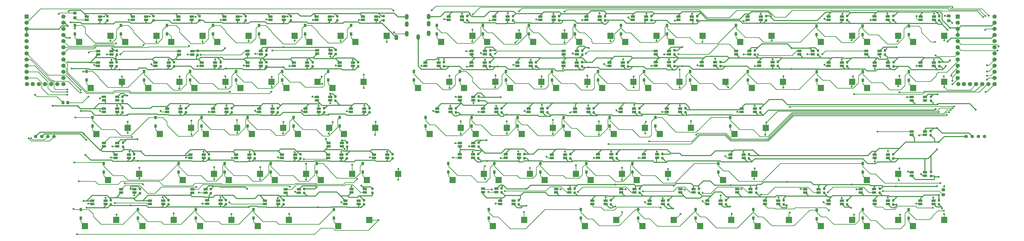
<source format=gbr>
G04 #@! TF.GenerationSoftware,KiCad,Pcbnew,(5.1.9)-1*
G04 #@! TF.CreationDate,2021-02-17T22:07:48-08:00*
G04 #@! TF.ProjectId,onigaku,6f6e6967-616b-4752-9e6b-696361645f70,rev?*
G04 #@! TF.SameCoordinates,Original*
G04 #@! TF.FileFunction,Copper,L2,Bot*
G04 #@! TF.FilePolarity,Positive*
%FSLAX46Y46*%
G04 Gerber Fmt 4.6, Leading zero omitted, Abs format (unit mm)*
G04 Created by KiCad (PCBNEW (5.1.9)-1) date 2021-02-17 22:07:48*
%MOMM*%
%LPD*%
G01*
G04 APERTURE LIST*
G04 #@! TA.AperFunction,ComponentPad*
%ADD10O,1.500000X2.300000*%
G04 #@! TD*
G04 #@! TA.AperFunction,SMDPad,CuDef*
%ADD11R,1.700000X1.000000*%
G04 #@! TD*
G04 #@! TA.AperFunction,ComponentPad*
%ADD12C,1.752600*%
G04 #@! TD*
G04 #@! TA.AperFunction,ComponentPad*
%ADD13R,1.752600X1.752600*%
G04 #@! TD*
G04 #@! TA.AperFunction,SMDPad,CuDef*
%ADD14R,2.550000X2.500000*%
G04 #@! TD*
G04 #@! TA.AperFunction,SMDPad,CuDef*
%ADD15R,1.000000X1.400000*%
G04 #@! TD*
G04 #@! TA.AperFunction,ComponentPad*
%ADD16C,1.397000*%
G04 #@! TD*
G04 #@! TA.AperFunction,ViaPad*
%ADD17C,0.800000*%
G04 #@! TD*
G04 #@! TA.AperFunction,Conductor*
%ADD18C,0.381000*%
G04 #@! TD*
G04 #@! TA.AperFunction,Conductor*
%ADD19C,0.254000*%
G04 #@! TD*
G04 APERTURE END LIST*
D10*
X172212000Y-24301000D03*
X172212000Y-27301000D03*
X172212000Y-31301000D03*
X167912000Y-32801000D03*
X181283500Y-24174000D03*
X181283500Y-27174000D03*
X181283500Y-31174000D03*
X176983500Y-32674000D03*
D11*
X59563000Y-95628000D03*
X59563000Y-97028000D03*
X54063000Y-95628000D03*
X54063000Y-97028000D03*
X50038000Y-38481000D03*
X50038000Y-39881000D03*
X44538000Y-38481000D03*
X44538000Y-39881000D03*
G04 #@! TA.AperFunction,SMDPad,CuDef*
G36*
G01*
X61611500Y-96744500D02*
X62086500Y-96744500D01*
G75*
G02*
X62324000Y-96982000I0J-237500D01*
G01*
X62324000Y-97582000D01*
G75*
G02*
X62086500Y-97819500I-237500J0D01*
G01*
X61611500Y-97819500D01*
G75*
G02*
X61374000Y-97582000I0J237500D01*
G01*
X61374000Y-96982000D01*
G75*
G02*
X61611500Y-96744500I237500J0D01*
G01*
G37*
G04 #@! TD.AperFunction*
G04 #@! TA.AperFunction,SMDPad,CuDef*
G36*
G01*
X61611500Y-95019500D02*
X62086500Y-95019500D01*
G75*
G02*
X62324000Y-95257000I0J-237500D01*
G01*
X62324000Y-95857000D01*
G75*
G02*
X62086500Y-96094500I-237500J0D01*
G01*
X61611500Y-96094500D01*
G75*
G02*
X61374000Y-95857000I0J237500D01*
G01*
X61374000Y-95257000D01*
G75*
G02*
X61611500Y-95019500I237500J0D01*
G01*
G37*
G04 #@! TD.AperFunction*
G04 #@! TA.AperFunction,SMDPad,CuDef*
G36*
G01*
X52086500Y-39467500D02*
X52561500Y-39467500D01*
G75*
G02*
X52799000Y-39705000I0J-237500D01*
G01*
X52799000Y-40305000D01*
G75*
G02*
X52561500Y-40542500I-237500J0D01*
G01*
X52086500Y-40542500D01*
G75*
G02*
X51849000Y-40305000I0J237500D01*
G01*
X51849000Y-39705000D01*
G75*
G02*
X52086500Y-39467500I237500J0D01*
G01*
G37*
G04 #@! TD.AperFunction*
G04 #@! TA.AperFunction,SMDPad,CuDef*
G36*
G01*
X52086500Y-37742500D02*
X52561500Y-37742500D01*
G75*
G02*
X52799000Y-37980000I0J-237500D01*
G01*
X52799000Y-38580000D01*
G75*
G02*
X52561500Y-38817500I-237500J0D01*
G01*
X52086500Y-38817500D01*
G75*
G02*
X51849000Y-38580000I0J237500D01*
G01*
X51849000Y-37980000D01*
G75*
G02*
X52086500Y-37742500I237500J0D01*
G01*
G37*
G04 #@! TD.AperFunction*
X386733500Y-57484000D03*
X386733500Y-58884000D03*
X381233500Y-57484000D03*
X381233500Y-58884000D03*
G04 #@! TA.AperFunction,SMDPad,CuDef*
G36*
G01*
X388954000Y-58491000D02*
X389429000Y-58491000D01*
G75*
G02*
X389666500Y-58728500I0J-237500D01*
G01*
X389666500Y-59328500D01*
G75*
G02*
X389429000Y-59566000I-237500J0D01*
G01*
X388954000Y-59566000D01*
G75*
G02*
X388716500Y-59328500I0J237500D01*
G01*
X388716500Y-58728500D01*
G75*
G02*
X388954000Y-58491000I237500J0D01*
G01*
G37*
G04 #@! TD.AperFunction*
G04 #@! TA.AperFunction,SMDPad,CuDef*
G36*
G01*
X388954000Y-56766000D02*
X389429000Y-56766000D01*
G75*
G02*
X389666500Y-57003500I0J-237500D01*
G01*
X389666500Y-57603500D01*
G75*
G02*
X389429000Y-57841000I-237500J0D01*
G01*
X388954000Y-57841000D01*
G75*
G02*
X388716500Y-57603500I0J237500D01*
G01*
X388716500Y-57003500D01*
G75*
G02*
X388954000Y-56766000I237500J0D01*
G01*
G37*
G04 #@! TD.AperFunction*
X365651500Y-95584000D03*
X365651500Y-96984000D03*
X360151500Y-95584000D03*
X360151500Y-96984000D03*
G04 #@! TA.AperFunction,SMDPad,CuDef*
G36*
G01*
X367745000Y-96591000D02*
X368220000Y-96591000D01*
G75*
G02*
X368457500Y-96828500I0J-237500D01*
G01*
X368457500Y-97428500D01*
G75*
G02*
X368220000Y-97666000I-237500J0D01*
G01*
X367745000Y-97666000D01*
G75*
G02*
X367507500Y-97428500I0J237500D01*
G01*
X367507500Y-96828500D01*
G75*
G02*
X367745000Y-96591000I237500J0D01*
G01*
G37*
G04 #@! TD.AperFunction*
G04 #@! TA.AperFunction,SMDPad,CuDef*
G36*
G01*
X367745000Y-94866000D02*
X368220000Y-94866000D01*
G75*
G02*
X368457500Y-95103500I0J-237500D01*
G01*
X368457500Y-95703500D01*
G75*
G02*
X368220000Y-95941000I-237500J0D01*
G01*
X367745000Y-95941000D01*
G75*
G02*
X367507500Y-95703500I0J237500D01*
G01*
X367507500Y-95103500D01*
G75*
G02*
X367745000Y-94866000I237500J0D01*
G01*
G37*
G04 #@! TD.AperFunction*
X342709500Y-95628000D03*
X342709500Y-97028000D03*
X337209500Y-95628000D03*
X337209500Y-97028000D03*
X386733500Y-88643000D03*
X386733500Y-90043000D03*
X381233500Y-88643000D03*
X381233500Y-90043000D03*
X386733500Y-71755000D03*
X386733500Y-73155000D03*
X381233500Y-71755000D03*
X381233500Y-73155000D03*
G04 #@! TA.AperFunction,SMDPad,CuDef*
G36*
G01*
X344758000Y-96617500D02*
X345233000Y-96617500D01*
G75*
G02*
X345470500Y-96855000I0J-237500D01*
G01*
X345470500Y-97455000D01*
G75*
G02*
X345233000Y-97692500I-237500J0D01*
G01*
X344758000Y-97692500D01*
G75*
G02*
X344520500Y-97455000I0J237500D01*
G01*
X344520500Y-96855000D01*
G75*
G02*
X344758000Y-96617500I237500J0D01*
G01*
G37*
G04 #@! TD.AperFunction*
G04 #@! TA.AperFunction,SMDPad,CuDef*
G36*
G01*
X344758000Y-94892500D02*
X345233000Y-94892500D01*
G75*
G02*
X345470500Y-95130000I0J-237500D01*
G01*
X345470500Y-95730000D01*
G75*
G02*
X345233000Y-95967500I-237500J0D01*
G01*
X344758000Y-95967500D01*
G75*
G02*
X344520500Y-95730000I0J237500D01*
G01*
X344520500Y-95130000D01*
G75*
G02*
X344758000Y-94892500I237500J0D01*
G01*
G37*
G04 #@! TD.AperFunction*
G04 #@! TA.AperFunction,SMDPad,CuDef*
G36*
G01*
X388954000Y-89632500D02*
X389429000Y-89632500D01*
G75*
G02*
X389666500Y-89870000I0J-237500D01*
G01*
X389666500Y-90470000D01*
G75*
G02*
X389429000Y-90707500I-237500J0D01*
G01*
X388954000Y-90707500D01*
G75*
G02*
X388716500Y-90470000I0J237500D01*
G01*
X388716500Y-89870000D01*
G75*
G02*
X388954000Y-89632500I237500J0D01*
G01*
G37*
G04 #@! TD.AperFunction*
G04 #@! TA.AperFunction,SMDPad,CuDef*
G36*
G01*
X388954000Y-87907500D02*
X389429000Y-87907500D01*
G75*
G02*
X389666500Y-88145000I0J-237500D01*
G01*
X389666500Y-88745000D01*
G75*
G02*
X389429000Y-88982500I-237500J0D01*
G01*
X388954000Y-88982500D01*
G75*
G02*
X388716500Y-88745000I0J237500D01*
G01*
X388716500Y-88145000D01*
G75*
G02*
X388954000Y-87907500I237500J0D01*
G01*
G37*
G04 #@! TD.AperFunction*
G04 #@! TA.AperFunction,SMDPad,CuDef*
G36*
G01*
X388827000Y-72741500D02*
X389302000Y-72741500D01*
G75*
G02*
X389539500Y-72979000I0J-237500D01*
G01*
X389539500Y-73579000D01*
G75*
G02*
X389302000Y-73816500I-237500J0D01*
G01*
X388827000Y-73816500D01*
G75*
G02*
X388589500Y-73579000I0J237500D01*
G01*
X388589500Y-72979000D01*
G75*
G02*
X388827000Y-72741500I237500J0D01*
G01*
G37*
G04 #@! TD.AperFunction*
G04 #@! TA.AperFunction,SMDPad,CuDef*
G36*
G01*
X388827000Y-71016500D02*
X389302000Y-71016500D01*
G75*
G02*
X389539500Y-71254000I0J-237500D01*
G01*
X389539500Y-71854000D01*
G75*
G02*
X389302000Y-72091500I-237500J0D01*
G01*
X388827000Y-72091500D01*
G75*
G02*
X388589500Y-71854000I0J237500D01*
G01*
X388589500Y-71254000D01*
G75*
G02*
X388827000Y-71016500I237500J0D01*
G01*
G37*
G04 #@! TD.AperFunction*
X314470500Y-95566000D03*
X314470500Y-96966000D03*
X308970500Y-95566000D03*
X308970500Y-96966000D03*
G04 #@! TA.AperFunction,SMDPad,CuDef*
G36*
G01*
X316691000Y-96564500D02*
X317166000Y-96564500D01*
G75*
G02*
X317403500Y-96802000I0J-237500D01*
G01*
X317403500Y-97402000D01*
G75*
G02*
X317166000Y-97639500I-237500J0D01*
G01*
X316691000Y-97639500D01*
G75*
G02*
X316453500Y-97402000I0J237500D01*
G01*
X316453500Y-96802000D01*
G75*
G02*
X316691000Y-96564500I237500J0D01*
G01*
G37*
G04 #@! TD.AperFunction*
G04 #@! TA.AperFunction,SMDPad,CuDef*
G36*
G01*
X316691000Y-94839500D02*
X317166000Y-94839500D01*
G75*
G02*
X317403500Y-95077000I0J-237500D01*
G01*
X317403500Y-95677000D01*
G75*
G02*
X317166000Y-95914500I-237500J0D01*
G01*
X316691000Y-95914500D01*
G75*
G02*
X316453500Y-95677000I0J237500D01*
G01*
X316453500Y-95077000D01*
G75*
G02*
X316691000Y-94839500I237500J0D01*
G01*
G37*
G04 #@! TD.AperFunction*
D12*
X17435000Y-52164000D03*
X19975000Y-52164000D03*
X22515000Y-52164000D03*
X25055000Y-52164000D03*
X27595000Y-52164000D03*
X30135000Y-24224000D03*
X15123600Y-52164000D03*
X30135000Y-26764000D03*
X30135000Y-29304000D03*
X30135000Y-31844000D03*
X30135000Y-34384000D03*
X30135000Y-36924000D03*
X30135000Y-39464000D03*
X30135000Y-42004000D03*
X30135000Y-44544000D03*
X30135000Y-47084000D03*
X30135000Y-49624000D03*
X30135000Y-52164000D03*
X14895000Y-49624000D03*
X14895000Y-47084000D03*
X14895000Y-44544000D03*
X14895000Y-42004000D03*
X14895000Y-39464000D03*
X14895000Y-36924000D03*
X14895000Y-34384000D03*
X14895000Y-31844000D03*
X14895000Y-29304000D03*
X14895000Y-26764000D03*
D13*
X14895000Y-24224000D03*
D14*
X130592500Y-89281000D03*
X117665500Y-91821000D03*
X56773750Y-70231000D03*
X43846750Y-72771000D03*
X54392500Y-51181000D03*
X41465500Y-53721000D03*
D11*
X111843000Y-38416000D03*
X111843000Y-39816000D03*
X106343000Y-38416000D03*
X106343000Y-39816000D03*
X127591000Y-95693000D03*
X127591000Y-97093000D03*
X122091000Y-95693000D03*
X122091000Y-97093000D03*
X340252500Y-38416000D03*
X340252500Y-39816000D03*
X334752500Y-38416000D03*
X334752500Y-39816000D03*
X154896000Y-95566000D03*
X154896000Y-96966000D03*
X149396000Y-95566000D03*
X149396000Y-96966000D03*
X199790500Y-76516000D03*
X199790500Y-77916000D03*
X194290500Y-76516000D03*
X194290500Y-77916000D03*
X140672000Y-38162000D03*
X140672000Y-39562000D03*
X135172000Y-38162000D03*
X135172000Y-39562000D03*
X280816500Y-38416000D03*
X280816500Y-39816000D03*
X275316500Y-38416000D03*
X275316500Y-39816000D03*
X242716500Y-38416000D03*
X242716500Y-39816000D03*
X237216500Y-38416000D03*
X237216500Y-39816000D03*
X204616500Y-38416000D03*
X204616500Y-39816000D03*
X199116500Y-38416000D03*
X199116500Y-39816000D03*
X88983000Y-95693000D03*
X88983000Y-97093000D03*
X83483000Y-95693000D03*
X83483000Y-97093000D03*
X290976500Y-95566000D03*
X290976500Y-96966000D03*
X285476500Y-95566000D03*
X285476500Y-96966000D03*
X266465500Y-95566000D03*
X266465500Y-96966000D03*
X260965500Y-95566000D03*
X260965500Y-96966000D03*
X52407000Y-57401000D03*
X52407000Y-58801000D03*
X46907000Y-57401000D03*
X46907000Y-58801000D03*
X199790500Y-57466000D03*
X199790500Y-58866000D03*
X194290500Y-57466000D03*
X194290500Y-58866000D03*
X145371000Y-76516000D03*
X145371000Y-77916000D03*
X139871000Y-76516000D03*
X139871000Y-77916000D03*
X52407000Y-76516000D03*
X52407000Y-77916000D03*
X46907000Y-76516000D03*
X46907000Y-77916000D03*
X239541500Y-95566000D03*
X239541500Y-96966000D03*
X234041500Y-95566000D03*
X234041500Y-96966000D03*
X209315500Y-95439000D03*
X209315500Y-96839000D03*
X203815500Y-95439000D03*
X203815500Y-96839000D03*
X367938500Y-38416000D03*
X367938500Y-39816000D03*
X362438500Y-38416000D03*
X362438500Y-39816000D03*
X140545000Y-57466000D03*
X140545000Y-58866000D03*
X135045000Y-57466000D03*
X135045000Y-58866000D03*
X83522000Y-38543000D03*
X83522000Y-39943000D03*
X78022000Y-38543000D03*
X78022000Y-39943000D03*
X314090500Y-38416000D03*
X314090500Y-39816000D03*
X308590500Y-38416000D03*
X308590500Y-39816000D03*
D15*
X379920500Y-107696000D03*
X379920500Y-104146000D03*
X360997500Y-107569000D03*
X360997500Y-104019000D03*
X341947500Y-107823000D03*
X341947500Y-104273000D03*
X360997500Y-88519000D03*
X360997500Y-84969000D03*
X380047500Y-50546000D03*
X380047500Y-46996000D03*
X360997500Y-50546000D03*
X360997500Y-46996000D03*
X341947500Y-50546000D03*
X341947500Y-46996000D03*
X380047500Y-31623000D03*
X380047500Y-28073000D03*
X360870500Y-31623000D03*
X360870500Y-28073000D03*
X341820500Y-31623000D03*
X341820500Y-28073000D03*
G04 #@! TA.AperFunction,SMDPad,CuDef*
G36*
G01*
X354283000Y-101443500D02*
X354758000Y-101443500D01*
G75*
G02*
X354995500Y-101681000I0J-237500D01*
G01*
X354995500Y-102281000D01*
G75*
G02*
X354758000Y-102518500I-237500J0D01*
G01*
X354283000Y-102518500D01*
G75*
G02*
X354045500Y-102281000I0J237500D01*
G01*
X354045500Y-101681000D01*
G75*
G02*
X354283000Y-101443500I237500J0D01*
G01*
G37*
G04 #@! TD.AperFunction*
G04 #@! TA.AperFunction,SMDPad,CuDef*
G36*
G01*
X354283000Y-99718500D02*
X354758000Y-99718500D01*
G75*
G02*
X354995500Y-99956000I0J-237500D01*
G01*
X354995500Y-100556000D01*
G75*
G02*
X354758000Y-100793500I-237500J0D01*
G01*
X354283000Y-100793500D01*
G75*
G02*
X354045500Y-100556000I0J237500D01*
G01*
X354045500Y-99956000D01*
G75*
G02*
X354283000Y-99718500I237500J0D01*
G01*
G37*
G04 #@! TD.AperFunction*
G04 #@! TA.AperFunction,SMDPad,CuDef*
G36*
G01*
X373333000Y-82367000D02*
X373808000Y-82367000D01*
G75*
G02*
X374045500Y-82604500I0J-237500D01*
G01*
X374045500Y-83204500D01*
G75*
G02*
X373808000Y-83442000I-237500J0D01*
G01*
X373333000Y-83442000D01*
G75*
G02*
X373095500Y-83204500I0J237500D01*
G01*
X373095500Y-82604500D01*
G75*
G02*
X373333000Y-82367000I237500J0D01*
G01*
G37*
G04 #@! TD.AperFunction*
G04 #@! TA.AperFunction,SMDPad,CuDef*
G36*
G01*
X373333000Y-80642000D02*
X373808000Y-80642000D01*
G75*
G02*
X374045500Y-80879500I0J-237500D01*
G01*
X374045500Y-81479500D01*
G75*
G02*
X373808000Y-81717000I-237500J0D01*
G01*
X373333000Y-81717000D01*
G75*
G02*
X373095500Y-81479500I0J237500D01*
G01*
X373095500Y-80879500D01*
G75*
G02*
X373333000Y-80642000I237500J0D01*
G01*
G37*
G04 #@! TD.AperFunction*
G04 #@! TA.AperFunction,SMDPad,CuDef*
G36*
G01*
X392383000Y-44166500D02*
X392858000Y-44166500D01*
G75*
G02*
X393095500Y-44404000I0J-237500D01*
G01*
X393095500Y-45004000D01*
G75*
G02*
X392858000Y-45241500I-237500J0D01*
G01*
X392383000Y-45241500D01*
G75*
G02*
X392145500Y-45004000I0J237500D01*
G01*
X392145500Y-44404000D01*
G75*
G02*
X392383000Y-44166500I237500J0D01*
G01*
G37*
G04 #@! TD.AperFunction*
G04 #@! TA.AperFunction,SMDPad,CuDef*
G36*
G01*
X392383000Y-42441500D02*
X392858000Y-42441500D01*
G75*
G02*
X393095500Y-42679000I0J-237500D01*
G01*
X393095500Y-43279000D01*
G75*
G02*
X392858000Y-43516500I-237500J0D01*
G01*
X392383000Y-43516500D01*
G75*
G02*
X392145500Y-43279000I0J237500D01*
G01*
X392145500Y-42679000D01*
G75*
G02*
X392383000Y-42441500I237500J0D01*
G01*
G37*
G04 #@! TD.AperFunction*
G04 #@! TA.AperFunction,SMDPad,CuDef*
G36*
G01*
X373460000Y-44267000D02*
X373935000Y-44267000D01*
G75*
G02*
X374172500Y-44504500I0J-237500D01*
G01*
X374172500Y-45104500D01*
G75*
G02*
X373935000Y-45342000I-237500J0D01*
G01*
X373460000Y-45342000D01*
G75*
G02*
X373222500Y-45104500I0J237500D01*
G01*
X373222500Y-44504500D01*
G75*
G02*
X373460000Y-44267000I237500J0D01*
G01*
G37*
G04 #@! TD.AperFunction*
G04 #@! TA.AperFunction,SMDPad,CuDef*
G36*
G01*
X373460000Y-42542000D02*
X373935000Y-42542000D01*
G75*
G02*
X374172500Y-42779500I0J-237500D01*
G01*
X374172500Y-43379500D01*
G75*
G02*
X373935000Y-43617000I-237500J0D01*
G01*
X373460000Y-43617000D01*
G75*
G02*
X373222500Y-43379500I0J237500D01*
G01*
X373222500Y-42779500D01*
G75*
G02*
X373460000Y-42542000I237500J0D01*
G01*
G37*
G04 #@! TD.AperFunction*
G04 #@! TA.AperFunction,SMDPad,CuDef*
G36*
G01*
X354283000Y-44293500D02*
X354758000Y-44293500D01*
G75*
G02*
X354995500Y-44531000I0J-237500D01*
G01*
X354995500Y-45131000D01*
G75*
G02*
X354758000Y-45368500I-237500J0D01*
G01*
X354283000Y-45368500D01*
G75*
G02*
X354045500Y-45131000I0J237500D01*
G01*
X354045500Y-44531000D01*
G75*
G02*
X354283000Y-44293500I237500J0D01*
G01*
G37*
G04 #@! TD.AperFunction*
G04 #@! TA.AperFunction,SMDPad,CuDef*
G36*
G01*
X354283000Y-42568500D02*
X354758000Y-42568500D01*
G75*
G02*
X354995500Y-42806000I0J-237500D01*
G01*
X354995500Y-43406000D01*
G75*
G02*
X354758000Y-43643500I-237500J0D01*
G01*
X354283000Y-43643500D01*
G75*
G02*
X354045500Y-43406000I0J237500D01*
G01*
X354045500Y-42806000D01*
G75*
G02*
X354283000Y-42568500I237500J0D01*
G01*
G37*
G04 #@! TD.AperFunction*
G04 #@! TA.AperFunction,SMDPad,CuDef*
G36*
G01*
X392383000Y-25243500D02*
X392858000Y-25243500D01*
G75*
G02*
X393095500Y-25481000I0J-237500D01*
G01*
X393095500Y-26081000D01*
G75*
G02*
X392858000Y-26318500I-237500J0D01*
G01*
X392383000Y-26318500D01*
G75*
G02*
X392145500Y-26081000I0J237500D01*
G01*
X392145500Y-25481000D01*
G75*
G02*
X392383000Y-25243500I237500J0D01*
G01*
G37*
G04 #@! TD.AperFunction*
G04 #@! TA.AperFunction,SMDPad,CuDef*
G36*
G01*
X392383000Y-23518500D02*
X392858000Y-23518500D01*
G75*
G02*
X393095500Y-23756000I0J-237500D01*
G01*
X393095500Y-24356000D01*
G75*
G02*
X392858000Y-24593500I-237500J0D01*
G01*
X392383000Y-24593500D01*
G75*
G02*
X392145500Y-24356000I0J237500D01*
G01*
X392145500Y-23756000D01*
G75*
G02*
X392383000Y-23518500I237500J0D01*
G01*
G37*
G04 #@! TD.AperFunction*
G04 #@! TA.AperFunction,SMDPad,CuDef*
G36*
G01*
X373333000Y-25116500D02*
X373808000Y-25116500D01*
G75*
G02*
X374045500Y-25354000I0J-237500D01*
G01*
X374045500Y-25954000D01*
G75*
G02*
X373808000Y-26191500I-237500J0D01*
G01*
X373333000Y-26191500D01*
G75*
G02*
X373095500Y-25954000I0J237500D01*
G01*
X373095500Y-25354000D01*
G75*
G02*
X373333000Y-25116500I237500J0D01*
G01*
G37*
G04 #@! TD.AperFunction*
G04 #@! TA.AperFunction,SMDPad,CuDef*
G36*
G01*
X373333000Y-23391500D02*
X373808000Y-23391500D01*
G75*
G02*
X374045500Y-23629000I0J-237500D01*
G01*
X374045500Y-24229000D01*
G75*
G02*
X373808000Y-24466500I-237500J0D01*
G01*
X373333000Y-24466500D01*
G75*
G02*
X373095500Y-24229000I0J237500D01*
G01*
X373095500Y-23629000D01*
G75*
G02*
X373333000Y-23391500I237500J0D01*
G01*
G37*
G04 #@! TD.AperFunction*
G04 #@! TA.AperFunction,SMDPad,CuDef*
G36*
G01*
X354283000Y-25116500D02*
X354758000Y-25116500D01*
G75*
G02*
X354995500Y-25354000I0J-237500D01*
G01*
X354995500Y-25954000D01*
G75*
G02*
X354758000Y-26191500I-237500J0D01*
G01*
X354283000Y-26191500D01*
G75*
G02*
X354045500Y-25954000I0J237500D01*
G01*
X354045500Y-25354000D01*
G75*
G02*
X354283000Y-25116500I237500J0D01*
G01*
G37*
G04 #@! TD.AperFunction*
G04 #@! TA.AperFunction,SMDPad,CuDef*
G36*
G01*
X354283000Y-23391500D02*
X354758000Y-23391500D01*
G75*
G02*
X354995500Y-23629000I0J-237500D01*
G01*
X354995500Y-24229000D01*
G75*
G02*
X354758000Y-24466500I-237500J0D01*
G01*
X354283000Y-24466500D01*
G75*
G02*
X354045500Y-24229000I0J237500D01*
G01*
X354045500Y-23629000D01*
G75*
G02*
X354283000Y-23391500I237500J0D01*
G01*
G37*
G04 #@! TD.AperFunction*
D11*
X390290500Y-100392000D03*
X390290500Y-101792000D03*
X384790500Y-100392000D03*
X384790500Y-101792000D03*
X371367500Y-100392000D03*
X371367500Y-101792000D03*
X365867500Y-100392000D03*
X365867500Y-101792000D03*
X352317500Y-100392000D03*
X352317500Y-101792000D03*
X346817500Y-100392000D03*
X346817500Y-101792000D03*
X371367500Y-81342000D03*
X371367500Y-82742000D03*
X365867500Y-81342000D03*
X365867500Y-82742000D03*
X390373500Y-43242000D03*
X390373500Y-44642000D03*
X384873500Y-43242000D03*
X384873500Y-44642000D03*
X371367500Y-43242000D03*
X371367500Y-44642000D03*
X365867500Y-43242000D03*
X365867500Y-44642000D03*
X352317500Y-43242000D03*
X352317500Y-44642000D03*
X346817500Y-43242000D03*
X346817500Y-44642000D03*
X390417500Y-24192000D03*
X390417500Y-25592000D03*
X384917500Y-24192000D03*
X384917500Y-25592000D03*
X371284500Y-24127000D03*
X371284500Y-25527000D03*
X365784500Y-24127000D03*
X365784500Y-25527000D03*
X352317500Y-24192000D03*
X352317500Y-25592000D03*
X346817500Y-24192000D03*
X346817500Y-25592000D03*
D14*
X394625500Y-108331000D03*
X381698500Y-110871000D03*
X375575500Y-108331000D03*
X362648500Y-110871000D03*
X356556500Y-108331000D03*
X343629500Y-110871000D03*
X375575500Y-89281000D03*
X362648500Y-91821000D03*
X394689000Y-51181000D03*
X381762000Y-53721000D03*
X375639000Y-51181000D03*
X362712000Y-53721000D03*
X356556500Y-51181000D03*
X343629500Y-53721000D03*
X394689000Y-32131000D03*
X381762000Y-34671000D03*
X375639000Y-32131000D03*
X362712000Y-34671000D03*
X356556500Y-32131000D03*
X343629500Y-34671000D03*
G04 #@! TA.AperFunction,SMDPad,CuDef*
G36*
G01*
X392256000Y-101390500D02*
X392731000Y-101390500D01*
G75*
G02*
X392968500Y-101628000I0J-237500D01*
G01*
X392968500Y-102228000D01*
G75*
G02*
X392731000Y-102465500I-237500J0D01*
G01*
X392256000Y-102465500D01*
G75*
G02*
X392018500Y-102228000I0J237500D01*
G01*
X392018500Y-101628000D01*
G75*
G02*
X392256000Y-101390500I237500J0D01*
G01*
G37*
G04 #@! TD.AperFunction*
G04 #@! TA.AperFunction,SMDPad,CuDef*
G36*
G01*
X392256000Y-99665500D02*
X392731000Y-99665500D01*
G75*
G02*
X392968500Y-99903000I0J-237500D01*
G01*
X392968500Y-100503000D01*
G75*
G02*
X392731000Y-100740500I-237500J0D01*
G01*
X392256000Y-100740500D01*
G75*
G02*
X392018500Y-100503000I0J237500D01*
G01*
X392018500Y-99903000D01*
G75*
G02*
X392256000Y-99665500I237500J0D01*
G01*
G37*
G04 #@! TD.AperFunction*
G04 #@! TA.AperFunction,SMDPad,CuDef*
G36*
G01*
X373333000Y-101443500D02*
X373808000Y-101443500D01*
G75*
G02*
X374045500Y-101681000I0J-237500D01*
G01*
X374045500Y-102281000D01*
G75*
G02*
X373808000Y-102518500I-237500J0D01*
G01*
X373333000Y-102518500D01*
G75*
G02*
X373095500Y-102281000I0J237500D01*
G01*
X373095500Y-101681000D01*
G75*
G02*
X373333000Y-101443500I237500J0D01*
G01*
G37*
G04 #@! TD.AperFunction*
G04 #@! TA.AperFunction,SMDPad,CuDef*
G36*
G01*
X373333000Y-99718500D02*
X373808000Y-99718500D01*
G75*
G02*
X374045500Y-99956000I0J-237500D01*
G01*
X374045500Y-100556000D01*
G75*
G02*
X373808000Y-100793500I-237500J0D01*
G01*
X373333000Y-100793500D01*
G75*
G02*
X373095500Y-100556000I0J237500D01*
G01*
X373095500Y-99956000D01*
G75*
G02*
X373333000Y-99718500I237500J0D01*
G01*
G37*
G04 #@! TD.AperFunction*
X121067500Y-70231000D03*
X108140500Y-72771000D03*
D16*
X18669000Y-73787000D03*
X21209000Y-73787000D03*
X23749000Y-73787000D03*
X26289000Y-73787000D03*
D14*
X61536250Y-89281000D03*
X48609250Y-91821000D03*
X49630000Y-32131000D03*
X36703000Y-34671000D03*
X282738500Y-108331000D03*
X269811500Y-110871000D03*
X270832250Y-70231000D03*
X257905250Y-72771000D03*
X199394750Y-32131000D03*
X186467750Y-34671000D03*
X323219750Y-32131000D03*
X310292750Y-34671000D03*
G04 #@! TA.AperFunction,SMDPad,CuDef*
G36*
G01*
X31372000Y-60267001D02*
X31372000Y-59366999D01*
G75*
G02*
X31621999Y-59117000I249999J0D01*
G01*
X32322001Y-59117000D01*
G75*
G02*
X32572000Y-59366999I0J-249999D01*
G01*
X32572000Y-60267001D01*
G75*
G02*
X32322001Y-60517000I-249999J0D01*
G01*
X31621999Y-60517000D01*
G75*
G02*
X31372000Y-60267001I0J249999D01*
G01*
G37*
G04 #@! TD.AperFunction*
G04 #@! TA.AperFunction,SMDPad,CuDef*
G36*
G01*
X29372000Y-60267001D02*
X29372000Y-59366999D01*
G75*
G02*
X29621999Y-59117000I249999J0D01*
G01*
X30322001Y-59117000D01*
G75*
G02*
X30572000Y-59366999I0J-249999D01*
G01*
X30572000Y-60267001D01*
G75*
G02*
X30322001Y-60517000I-249999J0D01*
G01*
X29621999Y-60517000D01*
G75*
G02*
X29372000Y-60267001I0J249999D01*
G01*
G37*
G04 #@! TD.AperFunction*
G04 #@! TA.AperFunction,SMDPad,CuDef*
G36*
G01*
X206582000Y-39340500D02*
X207057000Y-39340500D01*
G75*
G02*
X207294500Y-39578000I0J-237500D01*
G01*
X207294500Y-40178000D01*
G75*
G02*
X207057000Y-40415500I-237500J0D01*
G01*
X206582000Y-40415500D01*
G75*
G02*
X206344500Y-40178000I0J237500D01*
G01*
X206344500Y-39578000D01*
G75*
G02*
X206582000Y-39340500I237500J0D01*
G01*
G37*
G04 #@! TD.AperFunction*
G04 #@! TA.AperFunction,SMDPad,CuDef*
G36*
G01*
X206582000Y-37615500D02*
X207057000Y-37615500D01*
G75*
G02*
X207294500Y-37853000I0J-237500D01*
G01*
X207294500Y-38453000D01*
G75*
G02*
X207057000Y-38690500I-237500J0D01*
G01*
X206582000Y-38690500D01*
G75*
G02*
X206344500Y-38453000I0J237500D01*
G01*
X206344500Y-37853000D01*
G75*
G02*
X206582000Y-37615500I237500J0D01*
G01*
G37*
G04 #@! TD.AperFunction*
G04 #@! TA.AperFunction,SMDPad,CuDef*
G36*
G01*
X128507500Y-81717000D02*
X128032500Y-81717000D01*
G75*
G02*
X127795000Y-81479500I0J237500D01*
G01*
X127795000Y-80879500D01*
G75*
G02*
X128032500Y-80642000I237500J0D01*
G01*
X128507500Y-80642000D01*
G75*
G02*
X128745000Y-80879500I0J-237500D01*
G01*
X128745000Y-81479500D01*
G75*
G02*
X128507500Y-81717000I-237500J0D01*
G01*
G37*
G04 #@! TD.AperFunction*
G04 #@! TA.AperFunction,SMDPad,CuDef*
G36*
G01*
X128507500Y-83442000D02*
X128032500Y-83442000D01*
G75*
G02*
X127795000Y-83204500I0J237500D01*
G01*
X127795000Y-82604500D01*
G75*
G02*
X128032500Y-82367000I237500J0D01*
G01*
X128507500Y-82367000D01*
G75*
G02*
X128745000Y-82604500I0J-237500D01*
G01*
X128745000Y-83204500D01*
G75*
G02*
X128507500Y-83442000I-237500J0D01*
G01*
G37*
G04 #@! TD.AperFunction*
G04 #@! TA.AperFunction,SMDPad,CuDef*
G36*
G01*
X119109500Y-62667000D02*
X118634500Y-62667000D01*
G75*
G02*
X118397000Y-62429500I0J237500D01*
G01*
X118397000Y-61829500D01*
G75*
G02*
X118634500Y-61592000I237500J0D01*
G01*
X119109500Y-61592000D01*
G75*
G02*
X119347000Y-61829500I0J-237500D01*
G01*
X119347000Y-62429500D01*
G75*
G02*
X119109500Y-62667000I-237500J0D01*
G01*
G37*
G04 #@! TD.AperFunction*
G04 #@! TA.AperFunction,SMDPad,CuDef*
G36*
G01*
X119109500Y-64392000D02*
X118634500Y-64392000D01*
G75*
G02*
X118397000Y-64154500I0J237500D01*
G01*
X118397000Y-63554500D01*
G75*
G02*
X118634500Y-63317000I237500J0D01*
G01*
X119109500Y-63317000D01*
G75*
G02*
X119347000Y-63554500I0J-237500D01*
G01*
X119347000Y-64154500D01*
G75*
G02*
X119109500Y-64392000I-237500J0D01*
G01*
G37*
G04 #@! TD.AperFunction*
G04 #@! TA.AperFunction,SMDPad,CuDef*
G36*
G01*
X301832000Y-44166500D02*
X302307000Y-44166500D01*
G75*
G02*
X302544500Y-44404000I0J-237500D01*
G01*
X302544500Y-45004000D01*
G75*
G02*
X302307000Y-45241500I-237500J0D01*
G01*
X301832000Y-45241500D01*
G75*
G02*
X301594500Y-45004000I0J237500D01*
G01*
X301594500Y-44404000D01*
G75*
G02*
X301832000Y-44166500I237500J0D01*
G01*
G37*
G04 #@! TD.AperFunction*
G04 #@! TA.AperFunction,SMDPad,CuDef*
G36*
G01*
X301832000Y-42441500D02*
X302307000Y-42441500D01*
G75*
G02*
X302544500Y-42679000I0J-237500D01*
G01*
X302544500Y-43279000D01*
G75*
G02*
X302307000Y-43516500I-237500J0D01*
G01*
X301832000Y-43516500D01*
G75*
G02*
X301594500Y-43279000I0J237500D01*
G01*
X301594500Y-42679000D01*
G75*
G02*
X301832000Y-42441500I237500J0D01*
G01*
G37*
G04 #@! TD.AperFunction*
G04 #@! TA.AperFunction,SMDPad,CuDef*
G36*
G01*
X97646500Y-100666500D02*
X97171500Y-100666500D01*
G75*
G02*
X96934000Y-100429000I0J237500D01*
G01*
X96934000Y-99829000D01*
G75*
G02*
X97171500Y-99591500I237500J0D01*
G01*
X97646500Y-99591500D01*
G75*
G02*
X97884000Y-99829000I0J-237500D01*
G01*
X97884000Y-100429000D01*
G75*
G02*
X97646500Y-100666500I-237500J0D01*
G01*
G37*
G04 #@! TD.AperFunction*
G04 #@! TA.AperFunction,SMDPad,CuDef*
G36*
G01*
X97646500Y-102391500D02*
X97171500Y-102391500D01*
G75*
G02*
X96934000Y-102154000I0J237500D01*
G01*
X96934000Y-101554000D01*
G75*
G02*
X97171500Y-101316500I237500J0D01*
G01*
X97646500Y-101316500D01*
G75*
G02*
X97884000Y-101554000I0J-237500D01*
G01*
X97884000Y-102154000D01*
G75*
G02*
X97646500Y-102391500I-237500J0D01*
G01*
G37*
G04 #@! TD.AperFunction*
G04 #@! TA.AperFunction,SMDPad,CuDef*
G36*
G01*
X154321500Y-101390500D02*
X154796500Y-101390500D01*
G75*
G02*
X155034000Y-101628000I0J-237500D01*
G01*
X155034000Y-102228000D01*
G75*
G02*
X154796500Y-102465500I-237500J0D01*
G01*
X154321500Y-102465500D01*
G75*
G02*
X154084000Y-102228000I0J237500D01*
G01*
X154084000Y-101628000D01*
G75*
G02*
X154321500Y-101390500I237500J0D01*
G01*
G37*
G04 #@! TD.AperFunction*
G04 #@! TA.AperFunction,SMDPad,CuDef*
G36*
G01*
X154321500Y-99665500D02*
X154796500Y-99665500D01*
G75*
G02*
X155034000Y-99903000I0J-237500D01*
G01*
X155034000Y-100503000D01*
G75*
G02*
X154796500Y-100740500I-237500J0D01*
G01*
X154321500Y-100740500D01*
G75*
G02*
X154084000Y-100503000I0J237500D01*
G01*
X154084000Y-99903000D01*
G75*
G02*
X154321500Y-99665500I237500J0D01*
G01*
G37*
G04 #@! TD.AperFunction*
G04 #@! TA.AperFunction,SMDPad,CuDef*
G36*
G01*
X121522500Y-100740500D02*
X121047500Y-100740500D01*
G75*
G02*
X120810000Y-100503000I0J237500D01*
G01*
X120810000Y-99903000D01*
G75*
G02*
X121047500Y-99665500I237500J0D01*
G01*
X121522500Y-99665500D01*
G75*
G02*
X121760000Y-99903000I0J-237500D01*
G01*
X121760000Y-100503000D01*
G75*
G02*
X121522500Y-100740500I-237500J0D01*
G01*
G37*
G04 #@! TD.AperFunction*
G04 #@! TA.AperFunction,SMDPad,CuDef*
G36*
G01*
X121522500Y-102465500D02*
X121047500Y-102465500D01*
G75*
G02*
X120810000Y-102228000I0J237500D01*
G01*
X120810000Y-101628000D01*
G75*
G02*
X121047500Y-101390500I237500J0D01*
G01*
X121522500Y-101390500D01*
G75*
G02*
X121760000Y-101628000I0J-237500D01*
G01*
X121760000Y-102228000D01*
G75*
G02*
X121522500Y-102465500I-237500J0D01*
G01*
G37*
G04 #@! TD.AperFunction*
G04 #@! TA.AperFunction,SMDPad,CuDef*
G36*
G01*
X73897500Y-100740500D02*
X73422500Y-100740500D01*
G75*
G02*
X73185000Y-100503000I0J237500D01*
G01*
X73185000Y-99903000D01*
G75*
G02*
X73422500Y-99665500I237500J0D01*
G01*
X73897500Y-99665500D01*
G75*
G02*
X74135000Y-99903000I0J-237500D01*
G01*
X74135000Y-100503000D01*
G75*
G02*
X73897500Y-100740500I-237500J0D01*
G01*
G37*
G04 #@! TD.AperFunction*
G04 #@! TA.AperFunction,SMDPad,CuDef*
G36*
G01*
X73897500Y-102465500D02*
X73422500Y-102465500D01*
G75*
G02*
X73185000Y-102228000I0J237500D01*
G01*
X73185000Y-101628000D01*
G75*
G02*
X73422500Y-101390500I237500J0D01*
G01*
X73897500Y-101390500D01*
G75*
G02*
X74135000Y-101628000I0J-237500D01*
G01*
X74135000Y-102228000D01*
G75*
G02*
X73897500Y-102465500I-237500J0D01*
G01*
G37*
G04 #@! TD.AperFunction*
G04 #@! TA.AperFunction,SMDPad,CuDef*
G36*
G01*
X218393000Y-101390500D02*
X218868000Y-101390500D01*
G75*
G02*
X219105500Y-101628000I0J-237500D01*
G01*
X219105500Y-102228000D01*
G75*
G02*
X218868000Y-102465500I-237500J0D01*
G01*
X218393000Y-102465500D01*
G75*
G02*
X218155500Y-102228000I0J237500D01*
G01*
X218155500Y-101628000D01*
G75*
G02*
X218393000Y-101390500I237500J0D01*
G01*
G37*
G04 #@! TD.AperFunction*
G04 #@! TA.AperFunction,SMDPad,CuDef*
G36*
G01*
X218393000Y-99665500D02*
X218868000Y-99665500D01*
G75*
G02*
X219105500Y-99903000I0J-237500D01*
G01*
X219105500Y-100503000D01*
G75*
G02*
X218868000Y-100740500I-237500J0D01*
G01*
X218393000Y-100740500D01*
G75*
G02*
X218155500Y-100503000I0J237500D01*
G01*
X218155500Y-99903000D01*
G75*
G02*
X218393000Y-99665500I237500J0D01*
G01*
G37*
G04 #@! TD.AperFunction*
G04 #@! TA.AperFunction,SMDPad,CuDef*
G36*
G01*
X109584500Y-81717000D02*
X109109500Y-81717000D01*
G75*
G02*
X108872000Y-81479500I0J237500D01*
G01*
X108872000Y-80879500D01*
G75*
G02*
X109109500Y-80642000I237500J0D01*
G01*
X109584500Y-80642000D01*
G75*
G02*
X109822000Y-80879500I0J-237500D01*
G01*
X109822000Y-81479500D01*
G75*
G02*
X109584500Y-81717000I-237500J0D01*
G01*
G37*
G04 #@! TD.AperFunction*
G04 #@! TA.AperFunction,SMDPad,CuDef*
G36*
G01*
X109584500Y-83442000D02*
X109109500Y-83442000D01*
G75*
G02*
X108872000Y-83204500I0J237500D01*
G01*
X108872000Y-82604500D01*
G75*
G02*
X109109500Y-82367000I237500J0D01*
G01*
X109584500Y-82367000D01*
G75*
G02*
X109822000Y-82604500I0J-237500D01*
G01*
X109822000Y-83204500D01*
G75*
G02*
X109584500Y-83442000I-237500J0D01*
G01*
G37*
G04 #@! TD.AperFunction*
G04 #@! TA.AperFunction,SMDPad,CuDef*
G36*
G01*
X147684500Y-81717000D02*
X147209500Y-81717000D01*
G75*
G02*
X146972000Y-81479500I0J237500D01*
G01*
X146972000Y-80879500D01*
G75*
G02*
X147209500Y-80642000I237500J0D01*
G01*
X147684500Y-80642000D01*
G75*
G02*
X147922000Y-80879500I0J-237500D01*
G01*
X147922000Y-81479500D01*
G75*
G02*
X147684500Y-81717000I-237500J0D01*
G01*
G37*
G04 #@! TD.AperFunction*
G04 #@! TA.AperFunction,SMDPad,CuDef*
G36*
G01*
X147684500Y-83442000D02*
X147209500Y-83442000D01*
G75*
G02*
X146972000Y-83204500I0J237500D01*
G01*
X146972000Y-82604500D01*
G75*
G02*
X147209500Y-82367000I237500J0D01*
G01*
X147684500Y-82367000D01*
G75*
G02*
X147922000Y-82604500I0J-237500D01*
G01*
X147922000Y-83204500D01*
G75*
G02*
X147684500Y-83442000I-237500J0D01*
G01*
G37*
G04 #@! TD.AperFunction*
G04 #@! TA.AperFunction,SMDPad,CuDef*
G36*
G01*
X278304000Y-81590000D02*
X277829000Y-81590000D01*
G75*
G02*
X277591500Y-81352500I0J237500D01*
G01*
X277591500Y-80752500D01*
G75*
G02*
X277829000Y-80515000I237500J0D01*
G01*
X278304000Y-80515000D01*
G75*
G02*
X278541500Y-80752500I0J-237500D01*
G01*
X278541500Y-81352500D01*
G75*
G02*
X278304000Y-81590000I-237500J0D01*
G01*
G37*
G04 #@! TD.AperFunction*
G04 #@! TA.AperFunction,SMDPad,CuDef*
G36*
G01*
X278304000Y-83315000D02*
X277829000Y-83315000D01*
G75*
G02*
X277591500Y-83077500I0J237500D01*
G01*
X277591500Y-82477500D01*
G75*
G02*
X277829000Y-82240000I237500J0D01*
G01*
X278304000Y-82240000D01*
G75*
G02*
X278541500Y-82477500I0J-237500D01*
G01*
X278541500Y-83077500D01*
G75*
G02*
X278304000Y-83315000I-237500J0D01*
G01*
G37*
G04 #@! TD.AperFunction*
G04 #@! TA.AperFunction,SMDPad,CuDef*
G36*
G01*
X239729000Y-82340500D02*
X240204000Y-82340500D01*
G75*
G02*
X240441500Y-82578000I0J-237500D01*
G01*
X240441500Y-83178000D01*
G75*
G02*
X240204000Y-83415500I-237500J0D01*
G01*
X239729000Y-83415500D01*
G75*
G02*
X239491500Y-83178000I0J237500D01*
G01*
X239491500Y-82578000D01*
G75*
G02*
X239729000Y-82340500I237500J0D01*
G01*
G37*
G04 #@! TD.AperFunction*
G04 #@! TA.AperFunction,SMDPad,CuDef*
G36*
G01*
X239729000Y-80615500D02*
X240204000Y-80615500D01*
G75*
G02*
X240441500Y-80853000I0J-237500D01*
G01*
X240441500Y-81453000D01*
G75*
G02*
X240204000Y-81690500I-237500J0D01*
G01*
X239729000Y-81690500D01*
G75*
G02*
X239491500Y-81453000I0J237500D01*
G01*
X239491500Y-80853000D01*
G75*
G02*
X239729000Y-80615500I237500J0D01*
G01*
G37*
G04 #@! TD.AperFunction*
G04 #@! TA.AperFunction,SMDPad,CuDef*
G36*
G01*
X201629000Y-82266500D02*
X202104000Y-82266500D01*
G75*
G02*
X202341500Y-82504000I0J-237500D01*
G01*
X202341500Y-83104000D01*
G75*
G02*
X202104000Y-83341500I-237500J0D01*
G01*
X201629000Y-83341500D01*
G75*
G02*
X201391500Y-83104000I0J237500D01*
G01*
X201391500Y-82504000D01*
G75*
G02*
X201629000Y-82266500I237500J0D01*
G01*
G37*
G04 #@! TD.AperFunction*
G04 #@! TA.AperFunction,SMDPad,CuDef*
G36*
G01*
X201629000Y-80541500D02*
X202104000Y-80541500D01*
G75*
G02*
X202341500Y-80779000I0J-237500D01*
G01*
X202341500Y-81379000D01*
G75*
G02*
X202104000Y-81616500I-237500J0D01*
G01*
X201629000Y-81616500D01*
G75*
G02*
X201391500Y-81379000I0J237500D01*
G01*
X201391500Y-80779000D01*
G75*
G02*
X201629000Y-80541500I237500J0D01*
G01*
G37*
G04 #@! TD.AperFunction*
G04 #@! TA.AperFunction,SMDPad,CuDef*
G36*
G01*
X138286500Y-62640500D02*
X137811500Y-62640500D01*
G75*
G02*
X137574000Y-62403000I0J237500D01*
G01*
X137574000Y-61803000D01*
G75*
G02*
X137811500Y-61565500I237500J0D01*
G01*
X138286500Y-61565500D01*
G75*
G02*
X138524000Y-61803000I0J-237500D01*
G01*
X138524000Y-62403000D01*
G75*
G02*
X138286500Y-62640500I-237500J0D01*
G01*
G37*
G04 #@! TD.AperFunction*
G04 #@! TA.AperFunction,SMDPad,CuDef*
G36*
G01*
X138286500Y-64365500D02*
X137811500Y-64365500D01*
G75*
G02*
X137574000Y-64128000I0J237500D01*
G01*
X137574000Y-63528000D01*
G75*
G02*
X137811500Y-63290500I237500J0D01*
G01*
X138286500Y-63290500D01*
G75*
G02*
X138524000Y-63528000I0J-237500D01*
G01*
X138524000Y-64128000D01*
G75*
G02*
X138286500Y-64365500I-237500J0D01*
G01*
G37*
G04 #@! TD.AperFunction*
G04 #@! TA.AperFunction,SMDPad,CuDef*
G36*
G01*
X100059500Y-62667000D02*
X99584500Y-62667000D01*
G75*
G02*
X99347000Y-62429500I0J237500D01*
G01*
X99347000Y-61829500D01*
G75*
G02*
X99584500Y-61592000I237500J0D01*
G01*
X100059500Y-61592000D01*
G75*
G02*
X100297000Y-61829500I0J-237500D01*
G01*
X100297000Y-62429500D01*
G75*
G02*
X100059500Y-62667000I-237500J0D01*
G01*
G37*
G04 #@! TD.AperFunction*
G04 #@! TA.AperFunction,SMDPad,CuDef*
G36*
G01*
X100059500Y-64392000D02*
X99584500Y-64392000D01*
G75*
G02*
X99347000Y-64154500I0J237500D01*
G01*
X99347000Y-63554500D01*
G75*
G02*
X99584500Y-63317000I237500J0D01*
G01*
X100059500Y-63317000D01*
G75*
G02*
X100297000Y-63554500I0J-237500D01*
G01*
X100297000Y-64154500D01*
G75*
G02*
X100059500Y-64392000I-237500J0D01*
G01*
G37*
G04 #@! TD.AperFunction*
G04 #@! TA.AperFunction,SMDPad,CuDef*
G36*
G01*
X54847500Y-62667000D02*
X54372500Y-62667000D01*
G75*
G02*
X54135000Y-62429500I0J237500D01*
G01*
X54135000Y-61829500D01*
G75*
G02*
X54372500Y-61592000I237500J0D01*
G01*
X54847500Y-61592000D01*
G75*
G02*
X55085000Y-61829500I0J-237500D01*
G01*
X55085000Y-62429500D01*
G75*
G02*
X54847500Y-62667000I-237500J0D01*
G01*
G37*
G04 #@! TD.AperFunction*
G04 #@! TA.AperFunction,SMDPad,CuDef*
G36*
G01*
X54847500Y-64392000D02*
X54372500Y-64392000D01*
G75*
G02*
X54135000Y-64154500I0J237500D01*
G01*
X54135000Y-63554500D01*
G75*
G02*
X54372500Y-63317000I237500J0D01*
G01*
X54847500Y-63317000D01*
G75*
G02*
X55085000Y-63554500I0J-237500D01*
G01*
X55085000Y-64154500D01*
G75*
G02*
X54847500Y-64392000I-237500J0D01*
G01*
G37*
G04 #@! TD.AperFunction*
G04 #@! TA.AperFunction,SMDPad,CuDef*
G36*
G01*
X268779000Y-62693500D02*
X268304000Y-62693500D01*
G75*
G02*
X268066500Y-62456000I0J237500D01*
G01*
X268066500Y-61856000D01*
G75*
G02*
X268304000Y-61618500I237500J0D01*
G01*
X268779000Y-61618500D01*
G75*
G02*
X269016500Y-61856000I0J-237500D01*
G01*
X269016500Y-62456000D01*
G75*
G02*
X268779000Y-62693500I-237500J0D01*
G01*
G37*
G04 #@! TD.AperFunction*
G04 #@! TA.AperFunction,SMDPad,CuDef*
G36*
G01*
X268779000Y-64418500D02*
X268304000Y-64418500D01*
G75*
G02*
X268066500Y-64181000I0J237500D01*
G01*
X268066500Y-63581000D01*
G75*
G02*
X268304000Y-63343500I237500J0D01*
G01*
X268779000Y-63343500D01*
G75*
G02*
X269016500Y-63581000I0J-237500D01*
G01*
X269016500Y-64181000D01*
G75*
G02*
X268779000Y-64418500I-237500J0D01*
G01*
G37*
G04 #@! TD.AperFunction*
G04 #@! TA.AperFunction,SMDPad,CuDef*
G36*
G01*
X249856000Y-62693500D02*
X249381000Y-62693500D01*
G75*
G02*
X249143500Y-62456000I0J237500D01*
G01*
X249143500Y-61856000D01*
G75*
G02*
X249381000Y-61618500I237500J0D01*
G01*
X249856000Y-61618500D01*
G75*
G02*
X250093500Y-61856000I0J-237500D01*
G01*
X250093500Y-62456000D01*
G75*
G02*
X249856000Y-62693500I-237500J0D01*
G01*
G37*
G04 #@! TD.AperFunction*
G04 #@! TA.AperFunction,SMDPad,CuDef*
G36*
G01*
X249856000Y-64418500D02*
X249381000Y-64418500D01*
G75*
G02*
X249143500Y-64181000I0J237500D01*
G01*
X249143500Y-63581000D01*
G75*
G02*
X249381000Y-63343500I237500J0D01*
G01*
X249856000Y-63343500D01*
G75*
G02*
X250093500Y-63581000I0J-237500D01*
G01*
X250093500Y-64181000D01*
G75*
G02*
X249856000Y-64418500I-237500J0D01*
G01*
G37*
G04 #@! TD.AperFunction*
G04 #@! TA.AperFunction,SMDPad,CuDef*
G36*
G01*
X230204000Y-63290500D02*
X230679000Y-63290500D01*
G75*
G02*
X230916500Y-63528000I0J-237500D01*
G01*
X230916500Y-64128000D01*
G75*
G02*
X230679000Y-64365500I-237500J0D01*
G01*
X230204000Y-64365500D01*
G75*
G02*
X229966500Y-64128000I0J237500D01*
G01*
X229966500Y-63528000D01*
G75*
G02*
X230204000Y-63290500I237500J0D01*
G01*
G37*
G04 #@! TD.AperFunction*
G04 #@! TA.AperFunction,SMDPad,CuDef*
G36*
G01*
X230204000Y-61565500D02*
X230679000Y-61565500D01*
G75*
G02*
X230916500Y-61803000I0J-237500D01*
G01*
X230916500Y-62403000D01*
G75*
G02*
X230679000Y-62640500I-237500J0D01*
G01*
X230204000Y-62640500D01*
G75*
G02*
X229966500Y-62403000I0J237500D01*
G01*
X229966500Y-61803000D01*
G75*
G02*
X230204000Y-61565500I237500J0D01*
G01*
G37*
G04 #@! TD.AperFunction*
G04 #@! TA.AperFunction,SMDPad,CuDef*
G36*
G01*
X192358000Y-63343500D02*
X192833000Y-63343500D01*
G75*
G02*
X193070500Y-63581000I0J-237500D01*
G01*
X193070500Y-64181000D01*
G75*
G02*
X192833000Y-64418500I-237500J0D01*
G01*
X192358000Y-64418500D01*
G75*
G02*
X192120500Y-64181000I0J237500D01*
G01*
X192120500Y-63581000D01*
G75*
G02*
X192358000Y-63343500I237500J0D01*
G01*
G37*
G04 #@! TD.AperFunction*
G04 #@! TA.AperFunction,SMDPad,CuDef*
G36*
G01*
X192358000Y-61618500D02*
X192833000Y-61618500D01*
G75*
G02*
X193070500Y-61856000I0J-237500D01*
G01*
X193070500Y-62456000D01*
G75*
G02*
X192833000Y-62693500I-237500J0D01*
G01*
X192358000Y-62693500D01*
G75*
G02*
X192120500Y-62456000I0J237500D01*
G01*
X192120500Y-61856000D01*
G75*
G02*
X192358000Y-61618500I237500J0D01*
G01*
G37*
G04 #@! TD.AperFunction*
G04 #@! TA.AperFunction,SMDPad,CuDef*
G36*
G01*
X133112500Y-44293500D02*
X133587500Y-44293500D01*
G75*
G02*
X133825000Y-44531000I0J-237500D01*
G01*
X133825000Y-45131000D01*
G75*
G02*
X133587500Y-45368500I-237500J0D01*
G01*
X133112500Y-45368500D01*
G75*
G02*
X132875000Y-45131000I0J237500D01*
G01*
X132875000Y-44531000D01*
G75*
G02*
X133112500Y-44293500I237500J0D01*
G01*
G37*
G04 #@! TD.AperFunction*
G04 #@! TA.AperFunction,SMDPad,CuDef*
G36*
G01*
X133112500Y-42568500D02*
X133587500Y-42568500D01*
G75*
G02*
X133825000Y-42806000I0J-237500D01*
G01*
X133825000Y-43406000D01*
G75*
G02*
X133587500Y-43643500I-237500J0D01*
G01*
X133112500Y-43643500D01*
G75*
G02*
X132875000Y-43406000I0J237500D01*
G01*
X132875000Y-42806000D01*
G75*
G02*
X133112500Y-42568500I237500J0D01*
G01*
G37*
G04 #@! TD.AperFunction*
G04 #@! TA.AperFunction,SMDPad,CuDef*
G36*
G01*
X151908500Y-44267000D02*
X152383500Y-44267000D01*
G75*
G02*
X152621000Y-44504500I0J-237500D01*
G01*
X152621000Y-45104500D01*
G75*
G02*
X152383500Y-45342000I-237500J0D01*
G01*
X151908500Y-45342000D01*
G75*
G02*
X151671000Y-45104500I0J237500D01*
G01*
X151671000Y-44504500D01*
G75*
G02*
X151908500Y-44267000I237500J0D01*
G01*
G37*
G04 #@! TD.AperFunction*
G04 #@! TA.AperFunction,SMDPad,CuDef*
G36*
G01*
X151908500Y-42542000D02*
X152383500Y-42542000D01*
G75*
G02*
X152621000Y-42779500I0J-237500D01*
G01*
X152621000Y-43379500D01*
G75*
G02*
X152383500Y-43617000I-237500J0D01*
G01*
X151908500Y-43617000D01*
G75*
G02*
X151671000Y-43379500I0J237500D01*
G01*
X151671000Y-42779500D01*
G75*
G02*
X151908500Y-42542000I237500J0D01*
G01*
G37*
G04 #@! TD.AperFunction*
G04 #@! TA.AperFunction,SMDPad,CuDef*
G36*
G01*
X283257000Y-43490000D02*
X282782000Y-43490000D01*
G75*
G02*
X282544500Y-43252500I0J237500D01*
G01*
X282544500Y-42652500D01*
G75*
G02*
X282782000Y-42415000I237500J0D01*
G01*
X283257000Y-42415000D01*
G75*
G02*
X283494500Y-42652500I0J-237500D01*
G01*
X283494500Y-43252500D01*
G75*
G02*
X283257000Y-43490000I-237500J0D01*
G01*
G37*
G04 #@! TD.AperFunction*
G04 #@! TA.AperFunction,SMDPad,CuDef*
G36*
G01*
X283257000Y-45215000D02*
X282782000Y-45215000D01*
G75*
G02*
X282544500Y-44977500I0J237500D01*
G01*
X282544500Y-44377500D01*
G75*
G02*
X282782000Y-44140000I237500J0D01*
G01*
X283257000Y-44140000D01*
G75*
G02*
X283494500Y-44377500I0J-237500D01*
G01*
X283494500Y-44977500D01*
G75*
G02*
X283257000Y-45215000I-237500J0D01*
G01*
G37*
G04 #@! TD.AperFunction*
G04 #@! TA.AperFunction,SMDPad,CuDef*
G36*
G01*
X263605000Y-44293500D02*
X264080000Y-44293500D01*
G75*
G02*
X264317500Y-44531000I0J-237500D01*
G01*
X264317500Y-45131000D01*
G75*
G02*
X264080000Y-45368500I-237500J0D01*
G01*
X263605000Y-45368500D01*
G75*
G02*
X263367500Y-45131000I0J237500D01*
G01*
X263367500Y-44531000D01*
G75*
G02*
X263605000Y-44293500I237500J0D01*
G01*
G37*
G04 #@! TD.AperFunction*
G04 #@! TA.AperFunction,SMDPad,CuDef*
G36*
G01*
X263605000Y-42568500D02*
X264080000Y-42568500D01*
G75*
G02*
X264317500Y-42806000I0J-237500D01*
G01*
X264317500Y-43406000D01*
G75*
G02*
X264080000Y-43643500I-237500J0D01*
G01*
X263605000Y-43643500D01*
G75*
G02*
X263367500Y-43406000I0J237500D01*
G01*
X263367500Y-42806000D01*
G75*
G02*
X263605000Y-42568500I237500J0D01*
G01*
G37*
G04 #@! TD.AperFunction*
G04 #@! TA.AperFunction,SMDPad,CuDef*
G36*
G01*
X206930000Y-43643500D02*
X206455000Y-43643500D01*
G75*
G02*
X206217500Y-43406000I0J237500D01*
G01*
X206217500Y-42806000D01*
G75*
G02*
X206455000Y-42568500I237500J0D01*
G01*
X206930000Y-42568500D01*
G75*
G02*
X207167500Y-42806000I0J-237500D01*
G01*
X207167500Y-43406000D01*
G75*
G02*
X206930000Y-43643500I-237500J0D01*
G01*
G37*
G04 #@! TD.AperFunction*
G04 #@! TA.AperFunction,SMDPad,CuDef*
G36*
G01*
X206930000Y-45368500D02*
X206455000Y-45368500D01*
G75*
G02*
X206217500Y-45131000I0J237500D01*
G01*
X206217500Y-44531000D01*
G75*
G02*
X206455000Y-44293500I237500J0D01*
G01*
X206930000Y-44293500D01*
G75*
G02*
X207167500Y-44531000I0J-237500D01*
G01*
X207167500Y-45131000D01*
G75*
G02*
X206930000Y-45368500I-237500J0D01*
G01*
G37*
G04 #@! TD.AperFunction*
G04 #@! TA.AperFunction,SMDPad,CuDef*
G36*
G01*
X86724500Y-24567000D02*
X86249500Y-24567000D01*
G75*
G02*
X86012000Y-24329500I0J237500D01*
G01*
X86012000Y-23729500D01*
G75*
G02*
X86249500Y-23492000I237500J0D01*
G01*
X86724500Y-23492000D01*
G75*
G02*
X86962000Y-23729500I0J-237500D01*
G01*
X86962000Y-24329500D01*
G75*
G02*
X86724500Y-24567000I-237500J0D01*
G01*
G37*
G04 #@! TD.AperFunction*
G04 #@! TA.AperFunction,SMDPad,CuDef*
G36*
G01*
X86724500Y-26292000D02*
X86249500Y-26292000D01*
G75*
G02*
X86012000Y-26054500I0J237500D01*
G01*
X86012000Y-25454500D01*
G75*
G02*
X86249500Y-25217000I237500J0D01*
G01*
X86724500Y-25217000D01*
G75*
G02*
X86962000Y-25454500I0J-237500D01*
G01*
X86962000Y-26054500D01*
G75*
G02*
X86724500Y-26292000I-237500J0D01*
G01*
G37*
G04 #@! TD.AperFunction*
G04 #@! TA.AperFunction,SMDPad,CuDef*
G36*
G01*
X105838000Y-24593500D02*
X105363000Y-24593500D01*
G75*
G02*
X105125500Y-24356000I0J237500D01*
G01*
X105125500Y-23756000D01*
G75*
G02*
X105363000Y-23518500I237500J0D01*
G01*
X105838000Y-23518500D01*
G75*
G02*
X106075500Y-23756000I0J-237500D01*
G01*
X106075500Y-24356000D01*
G75*
G02*
X105838000Y-24593500I-237500J0D01*
G01*
G37*
G04 #@! TD.AperFunction*
G04 #@! TA.AperFunction,SMDPad,CuDef*
G36*
G01*
X105838000Y-26318500D02*
X105363000Y-26318500D01*
G75*
G02*
X105125500Y-26081000I0J237500D01*
G01*
X105125500Y-25481000D01*
G75*
G02*
X105363000Y-25243500I237500J0D01*
G01*
X105838000Y-25243500D01*
G75*
G02*
X106075500Y-25481000I0J-237500D01*
G01*
X106075500Y-26081000D01*
G75*
G02*
X105838000Y-26318500I-237500J0D01*
G01*
G37*
G04 #@! TD.AperFunction*
G04 #@! TA.AperFunction,SMDPad,CuDef*
G36*
G01*
X216455000Y-24567000D02*
X215980000Y-24567000D01*
G75*
G02*
X215742500Y-24329500I0J237500D01*
G01*
X215742500Y-23729500D01*
G75*
G02*
X215980000Y-23492000I237500J0D01*
G01*
X216455000Y-23492000D01*
G75*
G02*
X216692500Y-23729500I0J-237500D01*
G01*
X216692500Y-24329500D01*
G75*
G02*
X216455000Y-24567000I-237500J0D01*
G01*
G37*
G04 #@! TD.AperFunction*
G04 #@! TA.AperFunction,SMDPad,CuDef*
G36*
G01*
X216455000Y-26292000D02*
X215980000Y-26292000D01*
G75*
G02*
X215742500Y-26054500I0J237500D01*
G01*
X215742500Y-25454500D01*
G75*
G02*
X215980000Y-25217000I237500J0D01*
G01*
X216455000Y-25217000D01*
G75*
G02*
X216692500Y-25454500I0J-237500D01*
G01*
X216692500Y-26054500D01*
G75*
G02*
X216455000Y-26292000I-237500J0D01*
G01*
G37*
G04 #@! TD.AperFunction*
G04 #@! TA.AperFunction,SMDPad,CuDef*
G36*
G01*
X197532000Y-24540500D02*
X197057000Y-24540500D01*
G75*
G02*
X196819500Y-24303000I0J237500D01*
G01*
X196819500Y-23703000D01*
G75*
G02*
X197057000Y-23465500I237500J0D01*
G01*
X197532000Y-23465500D01*
G75*
G02*
X197769500Y-23703000I0J-237500D01*
G01*
X197769500Y-24303000D01*
G75*
G02*
X197532000Y-24540500I-237500J0D01*
G01*
G37*
G04 #@! TD.AperFunction*
G04 #@! TA.AperFunction,SMDPad,CuDef*
G36*
G01*
X197532000Y-26265500D02*
X197057000Y-26265500D01*
G75*
G02*
X196819500Y-26028000I0J237500D01*
G01*
X196819500Y-25428000D01*
G75*
G02*
X197057000Y-25190500I237500J0D01*
G01*
X197532000Y-25190500D01*
G75*
G02*
X197769500Y-25428000I0J-237500D01*
G01*
X197769500Y-26028000D01*
G75*
G02*
X197532000Y-26265500I-237500J0D01*
G01*
G37*
G04 #@! TD.AperFunction*
G04 #@! TA.AperFunction,SMDPad,CuDef*
G36*
G01*
X129556500Y-96691500D02*
X130031500Y-96691500D01*
G75*
G02*
X130269000Y-96929000I0J-237500D01*
G01*
X130269000Y-97529000D01*
G75*
G02*
X130031500Y-97766500I-237500J0D01*
G01*
X129556500Y-97766500D01*
G75*
G02*
X129319000Y-97529000I0J237500D01*
G01*
X129319000Y-96929000D01*
G75*
G02*
X129556500Y-96691500I237500J0D01*
G01*
G37*
G04 #@! TD.AperFunction*
G04 #@! TA.AperFunction,SMDPad,CuDef*
G36*
G01*
X129556500Y-94966500D02*
X130031500Y-94966500D01*
G75*
G02*
X130269000Y-95204000I0J-237500D01*
G01*
X130269000Y-95804000D01*
G75*
G02*
X130031500Y-96041500I-237500J0D01*
G01*
X129556500Y-96041500D01*
G75*
G02*
X129319000Y-95804000I0J237500D01*
G01*
X129319000Y-95204000D01*
G75*
G02*
X129556500Y-94966500I237500J0D01*
G01*
G37*
G04 #@! TD.AperFunction*
G04 #@! TA.AperFunction,SMDPad,CuDef*
G36*
G01*
X157814000Y-96617500D02*
X158289000Y-96617500D01*
G75*
G02*
X158526500Y-96855000I0J-237500D01*
G01*
X158526500Y-97455000D01*
G75*
G02*
X158289000Y-97692500I-237500J0D01*
G01*
X157814000Y-97692500D01*
G75*
G02*
X157576500Y-97455000I0J237500D01*
G01*
X157576500Y-96855000D01*
G75*
G02*
X157814000Y-96617500I237500J0D01*
G01*
G37*
G04 #@! TD.AperFunction*
G04 #@! TA.AperFunction,SMDPad,CuDef*
G36*
G01*
X157814000Y-94892500D02*
X158289000Y-94892500D01*
G75*
G02*
X158526500Y-95130000I0J-237500D01*
G01*
X158526500Y-95730000D01*
G75*
G02*
X158289000Y-95967500I-237500J0D01*
G01*
X157814000Y-95967500D01*
G75*
G02*
X157576500Y-95730000I0J237500D01*
G01*
X157576500Y-95130000D01*
G75*
G02*
X157814000Y-94892500I237500J0D01*
G01*
G37*
G04 #@! TD.AperFunction*
G04 #@! TA.AperFunction,SMDPad,CuDef*
G36*
G01*
X147336500Y-77514500D02*
X147811500Y-77514500D01*
G75*
G02*
X148049000Y-77752000I0J-237500D01*
G01*
X148049000Y-78352000D01*
G75*
G02*
X147811500Y-78589500I-237500J0D01*
G01*
X147336500Y-78589500D01*
G75*
G02*
X147099000Y-78352000I0J237500D01*
G01*
X147099000Y-77752000D01*
G75*
G02*
X147336500Y-77514500I237500J0D01*
G01*
G37*
G04 #@! TD.AperFunction*
G04 #@! TA.AperFunction,SMDPad,CuDef*
G36*
G01*
X147336500Y-75789500D02*
X147811500Y-75789500D01*
G75*
G02*
X148049000Y-76027000I0J-237500D01*
G01*
X148049000Y-76627000D01*
G75*
G02*
X147811500Y-76864500I-237500J0D01*
G01*
X147336500Y-76864500D01*
G75*
G02*
X147099000Y-76627000I0J237500D01*
G01*
X147099000Y-76027000D01*
G75*
G02*
X147336500Y-75789500I237500J0D01*
G01*
G37*
G04 #@! TD.AperFunction*
G04 #@! TA.AperFunction,SMDPad,CuDef*
G36*
G01*
X54626500Y-77541000D02*
X55101500Y-77541000D01*
G75*
G02*
X55339000Y-77778500I0J-237500D01*
G01*
X55339000Y-78378500D01*
G75*
G02*
X55101500Y-78616000I-237500J0D01*
G01*
X54626500Y-78616000D01*
G75*
G02*
X54389000Y-78378500I0J237500D01*
G01*
X54389000Y-77778500D01*
G75*
G02*
X54626500Y-77541000I237500J0D01*
G01*
G37*
G04 #@! TD.AperFunction*
G04 #@! TA.AperFunction,SMDPad,CuDef*
G36*
G01*
X54626500Y-75816000D02*
X55101500Y-75816000D01*
G75*
G02*
X55339000Y-76053500I0J-237500D01*
G01*
X55339000Y-76653500D01*
G75*
G02*
X55101500Y-76891000I-237500J0D01*
G01*
X54626500Y-76891000D01*
G75*
G02*
X54389000Y-76653500I0J237500D01*
G01*
X54389000Y-76053500D01*
G75*
G02*
X54626500Y-75816000I237500J0D01*
G01*
G37*
G04 #@! TD.AperFunction*
G04 #@! TA.AperFunction,SMDPad,CuDef*
G36*
G01*
X54372500Y-58517500D02*
X54847500Y-58517500D01*
G75*
G02*
X55085000Y-58755000I0J-237500D01*
G01*
X55085000Y-59355000D01*
G75*
G02*
X54847500Y-59592500I-237500J0D01*
G01*
X54372500Y-59592500D01*
G75*
G02*
X54135000Y-59355000I0J237500D01*
G01*
X54135000Y-58755000D01*
G75*
G02*
X54372500Y-58517500I237500J0D01*
G01*
G37*
G04 #@! TD.AperFunction*
G04 #@! TA.AperFunction,SMDPad,CuDef*
G36*
G01*
X54372500Y-56792500D02*
X54847500Y-56792500D01*
G75*
G02*
X55085000Y-57030000I0J-237500D01*
G01*
X55085000Y-57630000D01*
G75*
G02*
X54847500Y-57867500I-237500J0D01*
G01*
X54372500Y-57867500D01*
G75*
G02*
X54135000Y-57630000I0J237500D01*
G01*
X54135000Y-57030000D01*
G75*
G02*
X54372500Y-56792500I237500J0D01*
G01*
G37*
G04 #@! TD.AperFunction*
G04 #@! TA.AperFunction,SMDPad,CuDef*
G36*
G01*
X142510500Y-58464500D02*
X142985500Y-58464500D01*
G75*
G02*
X143223000Y-58702000I0J-237500D01*
G01*
X143223000Y-59302000D01*
G75*
G02*
X142985500Y-59539500I-237500J0D01*
G01*
X142510500Y-59539500D01*
G75*
G02*
X142273000Y-59302000I0J237500D01*
G01*
X142273000Y-58702000D01*
G75*
G02*
X142510500Y-58464500I237500J0D01*
G01*
G37*
G04 #@! TD.AperFunction*
G04 #@! TA.AperFunction,SMDPad,CuDef*
G36*
G01*
X142510500Y-56739500D02*
X142985500Y-56739500D01*
G75*
G02*
X143223000Y-56977000I0J-237500D01*
G01*
X143223000Y-57577000D01*
G75*
G02*
X142985500Y-57814500I-237500J0D01*
G01*
X142510500Y-57814500D01*
G75*
G02*
X142273000Y-57577000I0J237500D01*
G01*
X142273000Y-56977000D01*
G75*
G02*
X142510500Y-56739500I237500J0D01*
G01*
G37*
G04 #@! TD.AperFunction*
G04 #@! TA.AperFunction,SMDPad,CuDef*
G36*
G01*
X342218000Y-39467500D02*
X342693000Y-39467500D01*
G75*
G02*
X342930500Y-39705000I0J-237500D01*
G01*
X342930500Y-40305000D01*
G75*
G02*
X342693000Y-40542500I-237500J0D01*
G01*
X342218000Y-40542500D01*
G75*
G02*
X341980500Y-40305000I0J237500D01*
G01*
X341980500Y-39705000D01*
G75*
G02*
X342218000Y-39467500I237500J0D01*
G01*
G37*
G04 #@! TD.AperFunction*
G04 #@! TA.AperFunction,SMDPad,CuDef*
G36*
G01*
X342218000Y-37742500D02*
X342693000Y-37742500D01*
G75*
G02*
X342930500Y-37980000I0J-237500D01*
G01*
X342930500Y-38580000D01*
G75*
G02*
X342693000Y-38817500I-237500J0D01*
G01*
X342218000Y-38817500D01*
G75*
G02*
X341980500Y-38580000I0J237500D01*
G01*
X341980500Y-37980000D01*
G75*
G02*
X342218000Y-37742500I237500J0D01*
G01*
G37*
G04 #@! TD.AperFunction*
G04 #@! TA.AperFunction,SMDPad,CuDef*
G36*
G01*
X316056000Y-39414500D02*
X316531000Y-39414500D01*
G75*
G02*
X316768500Y-39652000I0J-237500D01*
G01*
X316768500Y-40252000D01*
G75*
G02*
X316531000Y-40489500I-237500J0D01*
G01*
X316056000Y-40489500D01*
G75*
G02*
X315818500Y-40252000I0J237500D01*
G01*
X315818500Y-39652000D01*
G75*
G02*
X316056000Y-39414500I237500J0D01*
G01*
G37*
G04 #@! TD.AperFunction*
G04 #@! TA.AperFunction,SMDPad,CuDef*
G36*
G01*
X316056000Y-37689500D02*
X316531000Y-37689500D01*
G75*
G02*
X316768500Y-37927000I0J-237500D01*
G01*
X316768500Y-38527000D01*
G75*
G02*
X316531000Y-38764500I-237500J0D01*
G01*
X316056000Y-38764500D01*
G75*
G02*
X315818500Y-38527000I0J237500D01*
G01*
X315818500Y-37927000D01*
G75*
G02*
X316056000Y-37689500I237500J0D01*
G01*
G37*
G04 #@! TD.AperFunction*
G04 #@! TA.AperFunction,SMDPad,CuDef*
G36*
G01*
X282782000Y-39340500D02*
X283257000Y-39340500D01*
G75*
G02*
X283494500Y-39578000I0J-237500D01*
G01*
X283494500Y-40178000D01*
G75*
G02*
X283257000Y-40415500I-237500J0D01*
G01*
X282782000Y-40415500D01*
G75*
G02*
X282544500Y-40178000I0J237500D01*
G01*
X282544500Y-39578000D01*
G75*
G02*
X282782000Y-39340500I237500J0D01*
G01*
G37*
G04 #@! TD.AperFunction*
G04 #@! TA.AperFunction,SMDPad,CuDef*
G36*
G01*
X282782000Y-37615500D02*
X283257000Y-37615500D01*
G75*
G02*
X283494500Y-37853000I0J-237500D01*
G01*
X283494500Y-38453000D01*
G75*
G02*
X283257000Y-38690500I-237500J0D01*
G01*
X282782000Y-38690500D01*
G75*
G02*
X282544500Y-38453000I0J237500D01*
G01*
X282544500Y-37853000D01*
G75*
G02*
X282782000Y-37615500I237500J0D01*
G01*
G37*
G04 #@! TD.AperFunction*
G04 #@! TA.AperFunction,SMDPad,CuDef*
G36*
G01*
X244682000Y-39467500D02*
X245157000Y-39467500D01*
G75*
G02*
X245394500Y-39705000I0J-237500D01*
G01*
X245394500Y-40305000D01*
G75*
G02*
X245157000Y-40542500I-237500J0D01*
G01*
X244682000Y-40542500D01*
G75*
G02*
X244444500Y-40305000I0J237500D01*
G01*
X244444500Y-39705000D01*
G75*
G02*
X244682000Y-39467500I237500J0D01*
G01*
G37*
G04 #@! TD.AperFunction*
G04 #@! TA.AperFunction,SMDPad,CuDef*
G36*
G01*
X244682000Y-37742500D02*
X245157000Y-37742500D01*
G75*
G02*
X245394500Y-37980000I0J-237500D01*
G01*
X245394500Y-38580000D01*
G75*
G02*
X245157000Y-38817500I-237500J0D01*
G01*
X244682000Y-38817500D01*
G75*
G02*
X244444500Y-38580000I0J237500D01*
G01*
X244444500Y-37980000D01*
G75*
G02*
X244682000Y-37742500I237500J0D01*
G01*
G37*
G04 #@! TD.AperFunction*
X320838500Y-70231000D03*
X307911500Y-72771000D03*
X327982250Y-51181000D03*
X315055250Y-53721000D03*
X156786250Y-108331000D03*
X143859250Y-110871000D03*
D16*
X403744500Y-73787000D03*
X406284500Y-73787000D03*
X408824500Y-73787000D03*
X411364500Y-73787000D03*
D11*
X326028500Y-100392000D03*
X326028500Y-101792000D03*
X320528500Y-100392000D03*
X320528500Y-101792000D03*
X302152500Y-100392000D03*
X302152500Y-101792000D03*
X296652500Y-100392000D03*
X296652500Y-101792000D03*
X278276500Y-100392000D03*
X278276500Y-101792000D03*
X272776500Y-100392000D03*
X272776500Y-101792000D03*
X254527500Y-100392000D03*
X254527500Y-101792000D03*
X249027500Y-100392000D03*
X249027500Y-101792000D03*
X164167000Y-81342000D03*
X164167000Y-82742000D03*
X158667000Y-81342000D03*
X158667000Y-82742000D03*
X126067000Y-81342000D03*
X126067000Y-82742000D03*
X120567000Y-81342000D03*
X120567000Y-82742000D03*
X57233000Y-81342000D03*
X57233000Y-82742000D03*
X51733000Y-81342000D03*
X51733000Y-82742000D03*
X311677500Y-81342000D03*
X311677500Y-82742000D03*
X306177500Y-81342000D03*
X306177500Y-82742000D03*
X237763500Y-81342000D03*
X237763500Y-82742000D03*
X232263500Y-81342000D03*
X232263500Y-82742000D03*
X199663500Y-81215000D03*
X199663500Y-82615000D03*
X194163500Y-81215000D03*
X194163500Y-82615000D03*
X316376500Y-62292000D03*
X316376500Y-63692000D03*
X310876500Y-62292000D03*
X310876500Y-63692000D03*
X285388500Y-62292000D03*
X285388500Y-63692000D03*
X279888500Y-62292000D03*
X279888500Y-63692000D03*
X266338500Y-62292000D03*
X266338500Y-63692000D03*
X260838500Y-62292000D03*
X260838500Y-63692000D03*
X247415500Y-62292000D03*
X247415500Y-63692000D03*
X241915500Y-62292000D03*
X241915500Y-63692000D03*
X228238500Y-62292000D03*
X228238500Y-63692000D03*
X222738500Y-62292000D03*
X222738500Y-63692000D03*
X209315500Y-62292000D03*
X209315500Y-63692000D03*
X203815500Y-62292000D03*
X203815500Y-63692000D03*
X190392500Y-62292000D03*
X190392500Y-63692000D03*
X184892500Y-62292000D03*
X184892500Y-63692000D03*
X323615500Y-43115000D03*
X323615500Y-44515000D03*
X318115500Y-43115000D03*
X318115500Y-44515000D03*
X299866500Y-43115000D03*
X299866500Y-44515000D03*
X294366500Y-43115000D03*
X294366500Y-44515000D03*
X204489500Y-43242000D03*
X204489500Y-44642000D03*
X198989500Y-43242000D03*
X198989500Y-44642000D03*
X185439500Y-43242000D03*
X185439500Y-44642000D03*
X179939500Y-43242000D03*
X179939500Y-44642000D03*
X159595000Y-24192000D03*
X159595000Y-25592000D03*
X154095000Y-24192000D03*
X154095000Y-25592000D03*
X64345000Y-24192000D03*
X64345000Y-25592000D03*
X58845000Y-24192000D03*
X58845000Y-25592000D03*
X45295000Y-24192000D03*
X45295000Y-25592000D03*
X39795000Y-24192000D03*
X39795000Y-25592000D03*
X233064500Y-24192000D03*
X233064500Y-25592000D03*
X227564500Y-24192000D03*
X227564500Y-25592000D03*
X195091500Y-24192000D03*
X195091500Y-25592000D03*
X189591500Y-24192000D03*
X189591500Y-25592000D03*
D14*
X123512250Y-108331000D03*
X110585250Y-110871000D03*
X99699750Y-108331000D03*
X86772750Y-110871000D03*
X75823750Y-108331000D03*
X62896750Y-110871000D03*
X52011250Y-108331000D03*
X39084250Y-110871000D03*
X330363500Y-108331000D03*
X317436500Y-110871000D03*
X306551000Y-108331000D03*
X293624000Y-110871000D03*
X168692500Y-89281000D03*
X155765500Y-91821000D03*
X149642500Y-89281000D03*
X136715500Y-91821000D03*
X280357250Y-89281000D03*
X267430250Y-91821000D03*
X261307250Y-89281000D03*
X248380250Y-91821000D03*
X223207250Y-89281000D03*
X210280250Y-91821000D03*
X204157250Y-89281000D03*
X191230250Y-91821000D03*
X159167500Y-70231000D03*
X146240500Y-72771000D03*
X140117500Y-70231000D03*
X127190500Y-72771000D03*
X102017500Y-70231000D03*
X89090500Y-72771000D03*
X82967500Y-70231000D03*
X70040500Y-72771000D03*
X289882250Y-70231000D03*
X276955250Y-72771000D03*
X251782250Y-70231000D03*
X238855250Y-72771000D03*
X194632250Y-70231000D03*
X181705250Y-72771000D03*
X154405000Y-51181000D03*
X141478000Y-53721000D03*
X135355000Y-51181000D03*
X122428000Y-53721000D03*
X116305000Y-51181000D03*
X103378000Y-53721000D03*
X97255000Y-51181000D03*
X84328000Y-53721000D03*
X78205000Y-51181000D03*
X65278000Y-53721000D03*
X285119750Y-51181000D03*
X272192750Y-53721000D03*
X247019750Y-51181000D03*
X234092750Y-53721000D03*
X227969750Y-51181000D03*
X215042750Y-53721000D03*
X208919750Y-51181000D03*
X195992750Y-53721000D03*
X189869750Y-51181000D03*
X176942750Y-53721000D03*
X106780000Y-32131000D03*
X93853000Y-34671000D03*
X87730000Y-32131000D03*
X74803000Y-34671000D03*
X68680000Y-32131000D03*
X55753000Y-34671000D03*
X294644750Y-32131000D03*
X281717750Y-34671000D03*
X275594750Y-32131000D03*
X262667750Y-34671000D03*
X237494750Y-32131000D03*
X224567750Y-34671000D03*
D15*
X142113000Y-107569000D03*
X142113000Y-104019000D03*
X108839000Y-107566000D03*
X108839000Y-104016000D03*
X37338000Y-107566000D03*
X37338000Y-104016000D03*
X315642750Y-107558000D03*
X315642750Y-104008000D03*
X291830250Y-107558000D03*
X291830250Y-104008000D03*
X268017750Y-107558000D03*
X268017750Y-104008000D03*
X244284500Y-107558000D03*
X244284500Y-104008000D03*
X154051000Y-88513000D03*
X154051000Y-84963000D03*
X115903500Y-88508000D03*
X115903500Y-84958000D03*
X77803500Y-88513000D03*
X77803500Y-84963000D03*
X46863000Y-88519000D03*
X46863000Y-84969000D03*
X301180500Y-88513000D03*
X301180500Y-84963000D03*
X189420500Y-88519000D03*
X189420500Y-84969000D03*
X125428500Y-69458000D03*
X125428500Y-65908000D03*
X106378500Y-69458000D03*
X106378500Y-65908000D03*
X87328500Y-69458000D03*
X87328500Y-65908000D03*
X68278500Y-69458000D03*
X68278500Y-65908000D03*
X306133500Y-69463000D03*
X306133500Y-65913000D03*
X275145500Y-69463000D03*
X275145500Y-65913000D03*
X256270250Y-69458000D03*
X256270250Y-65908000D03*
X237220250Y-69458000D03*
X237220250Y-65908000D03*
X218170250Y-69458000D03*
X218170250Y-65908000D03*
X199120250Y-69458000D03*
X199120250Y-65908000D03*
X180070250Y-69458000D03*
X180070250Y-65908000D03*
X139716000Y-50408000D03*
X139716000Y-46858000D03*
X120666000Y-50408000D03*
X120666000Y-46858000D03*
X101616000Y-50408000D03*
X101616000Y-46858000D03*
X82566000Y-50408000D03*
X82566000Y-46858000D03*
X63516000Y-50408000D03*
X63516000Y-46858000D03*
X313356750Y-50408000D03*
X313356750Y-46858000D03*
X270430750Y-50408000D03*
X270430750Y-46858000D03*
X251380750Y-50408000D03*
X251380750Y-46858000D03*
X232330750Y-50408000D03*
X232330750Y-46858000D03*
X213280750Y-50408000D03*
X213280750Y-46858000D03*
X194230750Y-50408000D03*
X194230750Y-46858000D03*
X175180750Y-50408000D03*
X175180750Y-46858000D03*
X149241000Y-31358000D03*
X149241000Y-27808000D03*
X130191000Y-31358000D03*
X130191000Y-27808000D03*
X73041000Y-31358000D03*
X73041000Y-27808000D03*
X53991000Y-31358000D03*
X53991000Y-27808000D03*
X34941000Y-31358000D03*
X34941000Y-27808000D03*
X308514750Y-31358000D03*
X308514750Y-27808000D03*
X279939750Y-31358000D03*
X279939750Y-27808000D03*
X260889750Y-31366000D03*
X260889750Y-27816000D03*
X241839750Y-31366000D03*
X241839750Y-27816000D03*
X222805750Y-31358000D03*
X222805750Y-27808000D03*
X203755750Y-31358000D03*
X203755750Y-27808000D03*
X184705750Y-31358000D03*
X184705750Y-27808000D03*
D14*
X163930000Y-32131000D03*
X151003000Y-34671000D03*
X316076000Y-89281000D03*
X303149000Y-91821000D03*
G04 #@! TA.AperFunction,SMDPad,CuDef*
G36*
G01*
X35375001Y-23333000D02*
X34474999Y-23333000D01*
G75*
G02*
X34225000Y-23083001I0J249999D01*
G01*
X34225000Y-22382999D01*
G75*
G02*
X34474999Y-22133000I249999J0D01*
G01*
X35375001Y-22133000D01*
G75*
G02*
X35625000Y-22382999I0J-249999D01*
G01*
X35625000Y-23083001D01*
G75*
G02*
X35375001Y-23333000I-249999J0D01*
G01*
G37*
G04 #@! TD.AperFunction*
G04 #@! TA.AperFunction,SMDPad,CuDef*
G36*
G01*
X35375001Y-25333000D02*
X34474999Y-25333000D01*
G75*
G02*
X34225000Y-25083001I0J249999D01*
G01*
X34225000Y-24382999D01*
G75*
G02*
X34474999Y-24133000I249999J0D01*
G01*
X35375001Y-24133000D01*
G75*
G02*
X35625000Y-24382999I0J-249999D01*
G01*
X35625000Y-25083001D01*
G75*
G02*
X35375001Y-25333000I-249999J0D01*
G01*
G37*
G04 #@! TD.AperFunction*
G04 #@! TA.AperFunction,SMDPad,CuDef*
G36*
G01*
X396107499Y-25308000D02*
X397007501Y-25308000D01*
G75*
G02*
X397257500Y-25557999I0J-249999D01*
G01*
X397257500Y-26258001D01*
G75*
G02*
X397007501Y-26508000I-249999J0D01*
G01*
X396107499Y-26508000D01*
G75*
G02*
X395857500Y-26258001I0J249999D01*
G01*
X395857500Y-25557999D01*
G75*
G02*
X396107499Y-25308000I249999J0D01*
G01*
G37*
G04 #@! TD.AperFunction*
G04 #@! TA.AperFunction,SMDPad,CuDef*
G36*
G01*
X396107499Y-23308000D02*
X397007501Y-23308000D01*
G75*
G02*
X397257500Y-23557999I0J-249999D01*
G01*
X397257500Y-24258001D01*
G75*
G02*
X397007501Y-24508000I-249999J0D01*
G01*
X396107499Y-24508000D01*
G75*
G02*
X395857500Y-24258001I0J249999D01*
G01*
X395857500Y-23557999D01*
G75*
G02*
X396107499Y-23308000I249999J0D01*
G01*
G37*
G04 #@! TD.AperFunction*
G04 #@! TA.AperFunction,SMDPad,CuDef*
G36*
G01*
X393821499Y-97317000D02*
X394721501Y-97317000D01*
G75*
G02*
X394971500Y-97566999I0J-249999D01*
G01*
X394971500Y-98267001D01*
G75*
G02*
X394721501Y-98517000I-249999J0D01*
G01*
X393821499Y-98517000D01*
G75*
G02*
X393571500Y-98267001I0J249999D01*
G01*
X393571500Y-97566999D01*
G75*
G02*
X393821499Y-97317000I249999J0D01*
G01*
G37*
G04 #@! TD.AperFunction*
G04 #@! TA.AperFunction,SMDPad,CuDef*
G36*
G01*
X393821499Y-95317000D02*
X394721501Y-95317000D01*
G75*
G02*
X394971500Y-95566999I0J-249999D01*
G01*
X394971500Y-96267001D01*
G75*
G02*
X394721501Y-96517000I-249999J0D01*
G01*
X393821499Y-96517000D01*
G75*
G02*
X393571500Y-96267001I0J249999D01*
G01*
X393571500Y-95566999D01*
G75*
G02*
X393821499Y-95317000I249999J0D01*
G01*
G37*
G04 #@! TD.AperFunction*
G04 #@! TA.AperFunction,SMDPad,CuDef*
G36*
G01*
X85487500Y-39541500D02*
X85962500Y-39541500D01*
G75*
G02*
X86200000Y-39779000I0J-237500D01*
G01*
X86200000Y-40379000D01*
G75*
G02*
X85962500Y-40616500I-237500J0D01*
G01*
X85487500Y-40616500D01*
G75*
G02*
X85250000Y-40379000I0J237500D01*
G01*
X85250000Y-39779000D01*
G75*
G02*
X85487500Y-39541500I237500J0D01*
G01*
G37*
G04 #@! TD.AperFunction*
G04 #@! TA.AperFunction,SMDPad,CuDef*
G36*
G01*
X85487500Y-37816500D02*
X85962500Y-37816500D01*
G75*
G02*
X86200000Y-38054000I0J-237500D01*
G01*
X86200000Y-38654000D01*
G75*
G02*
X85962500Y-38891500I-237500J0D01*
G01*
X85487500Y-38891500D01*
G75*
G02*
X85250000Y-38654000I0J237500D01*
G01*
X85250000Y-38054000D01*
G75*
G02*
X85487500Y-37816500I237500J0D01*
G01*
G37*
G04 #@! TD.AperFunction*
G04 #@! TA.AperFunction,SMDPad,CuDef*
G36*
G01*
X113935500Y-44267000D02*
X114410500Y-44267000D01*
G75*
G02*
X114648000Y-44504500I0J-237500D01*
G01*
X114648000Y-45104500D01*
G75*
G02*
X114410500Y-45342000I-237500J0D01*
G01*
X113935500Y-45342000D01*
G75*
G02*
X113698000Y-45104500I0J237500D01*
G01*
X113698000Y-44504500D01*
G75*
G02*
X113935500Y-44267000I237500J0D01*
G01*
G37*
G04 #@! TD.AperFunction*
G04 #@! TA.AperFunction,SMDPad,CuDef*
G36*
G01*
X113935500Y-42542000D02*
X114410500Y-42542000D01*
G75*
G02*
X114648000Y-42779500I0J-237500D01*
G01*
X114648000Y-43379500D01*
G75*
G02*
X114410500Y-43617000I-237500J0D01*
G01*
X113935500Y-43617000D01*
G75*
G02*
X113698000Y-43379500I0J237500D01*
G01*
X113698000Y-42779500D01*
G75*
G02*
X113935500Y-42542000I237500J0D01*
G01*
G37*
G04 #@! TD.AperFunction*
G04 #@! TA.AperFunction,SMDPad,CuDef*
G36*
G01*
X48624500Y-24604000D02*
X48149500Y-24604000D01*
G75*
G02*
X47912000Y-24366500I0J237500D01*
G01*
X47912000Y-23766500D01*
G75*
G02*
X48149500Y-23529000I237500J0D01*
G01*
X48624500Y-23529000D01*
G75*
G02*
X48862000Y-23766500I0J-237500D01*
G01*
X48862000Y-24366500D01*
G75*
G02*
X48624500Y-24604000I-237500J0D01*
G01*
G37*
G04 #@! TD.AperFunction*
G04 #@! TA.AperFunction,SMDPad,CuDef*
G36*
G01*
X48624500Y-26329000D02*
X48149500Y-26329000D01*
G75*
G02*
X47912000Y-26091500I0J237500D01*
G01*
X47912000Y-25491500D01*
G75*
G02*
X48149500Y-25254000I237500J0D01*
G01*
X48624500Y-25254000D01*
G75*
G02*
X48862000Y-25491500I0J-237500D01*
G01*
X48862000Y-26091500D01*
G75*
G02*
X48624500Y-26329000I-237500J0D01*
G01*
G37*
G04 #@! TD.AperFunction*
G04 #@! TA.AperFunction,SMDPad,CuDef*
G36*
G01*
X321230000Y-24540500D02*
X320755000Y-24540500D01*
G75*
G02*
X320517500Y-24303000I0J237500D01*
G01*
X320517500Y-23703000D01*
G75*
G02*
X320755000Y-23465500I237500J0D01*
G01*
X321230000Y-23465500D01*
G75*
G02*
X321467500Y-23703000I0J-237500D01*
G01*
X321467500Y-24303000D01*
G75*
G02*
X321230000Y-24540500I-237500J0D01*
G01*
G37*
G04 #@! TD.AperFunction*
G04 #@! TA.AperFunction,SMDPad,CuDef*
G36*
G01*
X321230000Y-26265500D02*
X320755000Y-26265500D01*
G75*
G02*
X320517500Y-26028000I0J237500D01*
G01*
X320517500Y-25428000D01*
G75*
G02*
X320755000Y-25190500I237500J0D01*
G01*
X321230000Y-25190500D01*
G75*
G02*
X321467500Y-25428000I0J-237500D01*
G01*
X321467500Y-26028000D01*
G75*
G02*
X321230000Y-26265500I-237500J0D01*
G01*
G37*
G04 #@! TD.AperFunction*
G04 #@! TA.AperFunction,SMDPad,CuDef*
G36*
G01*
X235030000Y-25217000D02*
X235505000Y-25217000D01*
G75*
G02*
X235742500Y-25454500I0J-237500D01*
G01*
X235742500Y-26054500D01*
G75*
G02*
X235505000Y-26292000I-237500J0D01*
G01*
X235030000Y-26292000D01*
G75*
G02*
X234792500Y-26054500I0J237500D01*
G01*
X234792500Y-25454500D01*
G75*
G02*
X235030000Y-25217000I237500J0D01*
G01*
G37*
G04 #@! TD.AperFunction*
G04 #@! TA.AperFunction,SMDPad,CuDef*
G36*
G01*
X235030000Y-23492000D02*
X235505000Y-23492000D01*
G75*
G02*
X235742500Y-23729500I0J-237500D01*
G01*
X235742500Y-24329500D01*
G75*
G02*
X235505000Y-24567000I-237500J0D01*
G01*
X235030000Y-24567000D01*
G75*
G02*
X234792500Y-24329500I0J237500D01*
G01*
X234792500Y-23729500D01*
G75*
G02*
X235030000Y-23492000I237500J0D01*
G01*
G37*
G04 #@! TD.AperFunction*
G04 #@! TA.AperFunction,SMDPad,CuDef*
G36*
G01*
X327994000Y-101390500D02*
X328469000Y-101390500D01*
G75*
G02*
X328706500Y-101628000I0J-237500D01*
G01*
X328706500Y-102228000D01*
G75*
G02*
X328469000Y-102465500I-237500J0D01*
G01*
X327994000Y-102465500D01*
G75*
G02*
X327756500Y-102228000I0J237500D01*
G01*
X327756500Y-101628000D01*
G75*
G02*
X327994000Y-101390500I237500J0D01*
G01*
G37*
G04 #@! TD.AperFunction*
G04 #@! TA.AperFunction,SMDPad,CuDef*
G36*
G01*
X327994000Y-99665500D02*
X328469000Y-99665500D01*
G75*
G02*
X328706500Y-99903000I0J-237500D01*
G01*
X328706500Y-100503000D01*
G75*
G02*
X328469000Y-100740500I-237500J0D01*
G01*
X327994000Y-100740500D01*
G75*
G02*
X327756500Y-100503000I0J237500D01*
G01*
X327756500Y-99903000D01*
G75*
G02*
X327994000Y-99665500I237500J0D01*
G01*
G37*
G04 #@! TD.AperFunction*
G04 #@! TA.AperFunction,SMDPad,CuDef*
G36*
G01*
X304118000Y-101390500D02*
X304593000Y-101390500D01*
G75*
G02*
X304830500Y-101628000I0J-237500D01*
G01*
X304830500Y-102228000D01*
G75*
G02*
X304593000Y-102465500I-237500J0D01*
G01*
X304118000Y-102465500D01*
G75*
G02*
X303880500Y-102228000I0J237500D01*
G01*
X303880500Y-101628000D01*
G75*
G02*
X304118000Y-101390500I237500J0D01*
G01*
G37*
G04 #@! TD.AperFunction*
G04 #@! TA.AperFunction,SMDPad,CuDef*
G36*
G01*
X304118000Y-99665500D02*
X304593000Y-99665500D01*
G75*
G02*
X304830500Y-99903000I0J-237500D01*
G01*
X304830500Y-100503000D01*
G75*
G02*
X304593000Y-100740500I-237500J0D01*
G01*
X304118000Y-100740500D01*
G75*
G02*
X303880500Y-100503000I0J237500D01*
G01*
X303880500Y-99903000D01*
G75*
G02*
X304118000Y-99665500I237500J0D01*
G01*
G37*
G04 #@! TD.AperFunction*
G04 #@! TA.AperFunction,SMDPad,CuDef*
G36*
G01*
X313643000Y-82393500D02*
X314118000Y-82393500D01*
G75*
G02*
X314355500Y-82631000I0J-237500D01*
G01*
X314355500Y-83231000D01*
G75*
G02*
X314118000Y-83468500I-237500J0D01*
G01*
X313643000Y-83468500D01*
G75*
G02*
X313405500Y-83231000I0J237500D01*
G01*
X313405500Y-82631000D01*
G75*
G02*
X313643000Y-82393500I237500J0D01*
G01*
G37*
G04 #@! TD.AperFunction*
G04 #@! TA.AperFunction,SMDPad,CuDef*
G36*
G01*
X313643000Y-80668500D02*
X314118000Y-80668500D01*
G75*
G02*
X314355500Y-80906000I0J-237500D01*
G01*
X314355500Y-81506000D01*
G75*
G02*
X314118000Y-81743500I-237500J0D01*
G01*
X313643000Y-81743500D01*
G75*
G02*
X313405500Y-81506000I0J237500D01*
G01*
X313405500Y-80906000D01*
G75*
G02*
X313643000Y-80668500I237500J0D01*
G01*
G37*
G04 #@! TD.AperFunction*
G04 #@! TA.AperFunction,SMDPad,CuDef*
G36*
G01*
X318817000Y-62693500D02*
X318342000Y-62693500D01*
G75*
G02*
X318104500Y-62456000I0J237500D01*
G01*
X318104500Y-61856000D01*
G75*
G02*
X318342000Y-61618500I237500J0D01*
G01*
X318817000Y-61618500D01*
G75*
G02*
X319054500Y-61856000I0J-237500D01*
G01*
X319054500Y-62456000D01*
G75*
G02*
X318817000Y-62693500I-237500J0D01*
G01*
G37*
G04 #@! TD.AperFunction*
G04 #@! TA.AperFunction,SMDPad,CuDef*
G36*
G01*
X318817000Y-64418500D02*
X318342000Y-64418500D01*
G75*
G02*
X318104500Y-64181000I0J237500D01*
G01*
X318104500Y-63581000D01*
G75*
G02*
X318342000Y-63343500I237500J0D01*
G01*
X318817000Y-63343500D01*
G75*
G02*
X319054500Y-63581000I0J-237500D01*
G01*
X319054500Y-64181000D01*
G75*
G02*
X318817000Y-64418500I-237500J0D01*
G01*
G37*
G04 #@! TD.AperFunction*
G04 #@! TA.AperFunction,SMDPad,CuDef*
G36*
G01*
X325581000Y-44113500D02*
X326056000Y-44113500D01*
G75*
G02*
X326293500Y-44351000I0J-237500D01*
G01*
X326293500Y-44951000D01*
G75*
G02*
X326056000Y-45188500I-237500J0D01*
G01*
X325581000Y-45188500D01*
G75*
G02*
X325343500Y-44951000I0J237500D01*
G01*
X325343500Y-44351000D01*
G75*
G02*
X325581000Y-44113500I237500J0D01*
G01*
G37*
G04 #@! TD.AperFunction*
G04 #@! TA.AperFunction,SMDPad,CuDef*
G36*
G01*
X325581000Y-42388500D02*
X326056000Y-42388500D01*
G75*
G02*
X326293500Y-42626000I0J-237500D01*
G01*
X326293500Y-43226000D01*
G75*
G02*
X326056000Y-43463500I-237500J0D01*
G01*
X325581000Y-43463500D01*
G75*
G02*
X325343500Y-43226000I0J237500D01*
G01*
X325343500Y-42626000D01*
G75*
G02*
X325581000Y-42388500I237500J0D01*
G01*
G37*
G04 #@! TD.AperFunction*
G04 #@! TA.AperFunction,SMDPad,CuDef*
G36*
G01*
X268431000Y-96564500D02*
X268906000Y-96564500D01*
G75*
G02*
X269143500Y-96802000I0J-237500D01*
G01*
X269143500Y-97402000D01*
G75*
G02*
X268906000Y-97639500I-237500J0D01*
G01*
X268431000Y-97639500D01*
G75*
G02*
X268193500Y-97402000I0J237500D01*
G01*
X268193500Y-96802000D01*
G75*
G02*
X268431000Y-96564500I237500J0D01*
G01*
G37*
G04 #@! TD.AperFunction*
G04 #@! TA.AperFunction,SMDPad,CuDef*
G36*
G01*
X268431000Y-94839500D02*
X268906000Y-94839500D01*
G75*
G02*
X269143500Y-95077000I0J-237500D01*
G01*
X269143500Y-95677000D01*
G75*
G02*
X268906000Y-95914500I-237500J0D01*
G01*
X268431000Y-95914500D01*
G75*
G02*
X268193500Y-95677000I0J237500D01*
G01*
X268193500Y-95077000D01*
G75*
G02*
X268431000Y-94839500I237500J0D01*
G01*
G37*
G04 #@! TD.AperFunction*
G04 #@! TA.AperFunction,SMDPad,CuDef*
G36*
G01*
X241507000Y-96564500D02*
X241982000Y-96564500D01*
G75*
G02*
X242219500Y-96802000I0J-237500D01*
G01*
X242219500Y-97402000D01*
G75*
G02*
X241982000Y-97639500I-237500J0D01*
G01*
X241507000Y-97639500D01*
G75*
G02*
X241269500Y-97402000I0J237500D01*
G01*
X241269500Y-96802000D01*
G75*
G02*
X241507000Y-96564500I237500J0D01*
G01*
G37*
G04 #@! TD.AperFunction*
G04 #@! TA.AperFunction,SMDPad,CuDef*
G36*
G01*
X241507000Y-94839500D02*
X241982000Y-94839500D01*
G75*
G02*
X242219500Y-95077000I0J-237500D01*
G01*
X242219500Y-95677000D01*
G75*
G02*
X241982000Y-95914500I-237500J0D01*
G01*
X241507000Y-95914500D01*
G75*
G02*
X241269500Y-95677000I0J237500D01*
G01*
X241269500Y-95077000D01*
G75*
G02*
X241507000Y-94839500I237500J0D01*
G01*
G37*
G04 #@! TD.AperFunction*
G04 #@! TA.AperFunction,SMDPad,CuDef*
G36*
G01*
X211281000Y-96437500D02*
X211756000Y-96437500D01*
G75*
G02*
X211993500Y-96675000I0J-237500D01*
G01*
X211993500Y-97275000D01*
G75*
G02*
X211756000Y-97512500I-237500J0D01*
G01*
X211281000Y-97512500D01*
G75*
G02*
X211043500Y-97275000I0J237500D01*
G01*
X211043500Y-96675000D01*
G75*
G02*
X211281000Y-96437500I237500J0D01*
G01*
G37*
G04 #@! TD.AperFunction*
G04 #@! TA.AperFunction,SMDPad,CuDef*
G36*
G01*
X211281000Y-94712500D02*
X211756000Y-94712500D01*
G75*
G02*
X211993500Y-94950000I0J-237500D01*
G01*
X211993500Y-95550000D01*
G75*
G02*
X211756000Y-95787500I-237500J0D01*
G01*
X211281000Y-95787500D01*
G75*
G02*
X211043500Y-95550000I0J237500D01*
G01*
X211043500Y-94950000D01*
G75*
G02*
X211281000Y-94712500I237500J0D01*
G01*
G37*
G04 #@! TD.AperFunction*
G04 #@! TA.AperFunction,SMDPad,CuDef*
G36*
G01*
X369904000Y-39414500D02*
X370379000Y-39414500D01*
G75*
G02*
X370616500Y-39652000I0J-237500D01*
G01*
X370616500Y-40252000D01*
G75*
G02*
X370379000Y-40489500I-237500J0D01*
G01*
X369904000Y-40489500D01*
G75*
G02*
X369666500Y-40252000I0J237500D01*
G01*
X369666500Y-39652000D01*
G75*
G02*
X369904000Y-39414500I237500J0D01*
G01*
G37*
G04 #@! TD.AperFunction*
G04 #@! TA.AperFunction,SMDPad,CuDef*
G36*
G01*
X369904000Y-37689500D02*
X370379000Y-37689500D01*
G75*
G02*
X370616500Y-37927000I0J-237500D01*
G01*
X370616500Y-38527000D01*
G75*
G02*
X370379000Y-38764500I-237500J0D01*
G01*
X369904000Y-38764500D01*
G75*
G02*
X369666500Y-38527000I0J237500D01*
G01*
X369666500Y-37927000D01*
G75*
G02*
X369904000Y-37689500I237500J0D01*
G01*
G37*
G04 #@! TD.AperFunction*
G04 #@! TA.AperFunction,SMDPad,CuDef*
G36*
G01*
X201756000Y-77514500D02*
X202231000Y-77514500D01*
G75*
G02*
X202468500Y-77752000I0J-237500D01*
G01*
X202468500Y-78352000D01*
G75*
G02*
X202231000Y-78589500I-237500J0D01*
G01*
X201756000Y-78589500D01*
G75*
G02*
X201518500Y-78352000I0J237500D01*
G01*
X201518500Y-77752000D01*
G75*
G02*
X201756000Y-77514500I237500J0D01*
G01*
G37*
G04 #@! TD.AperFunction*
G04 #@! TA.AperFunction,SMDPad,CuDef*
G36*
G01*
X201756000Y-75789500D02*
X202231000Y-75789500D01*
G75*
G02*
X202468500Y-76027000I0J-237500D01*
G01*
X202468500Y-76627000D01*
G75*
G02*
X202231000Y-76864500I-237500J0D01*
G01*
X201756000Y-76864500D01*
G75*
G02*
X201518500Y-76627000I0J237500D01*
G01*
X201518500Y-76027000D01*
G75*
G02*
X201756000Y-75789500I237500J0D01*
G01*
G37*
G04 #@! TD.AperFunction*
G04 #@! TA.AperFunction,SMDPad,CuDef*
G36*
G01*
X49546500Y-101417000D02*
X50021500Y-101417000D01*
G75*
G02*
X50259000Y-101654500I0J-237500D01*
G01*
X50259000Y-102254500D01*
G75*
G02*
X50021500Y-102492000I-237500J0D01*
G01*
X49546500Y-102492000D01*
G75*
G02*
X49309000Y-102254500I0J237500D01*
G01*
X49309000Y-101654500D01*
G75*
G02*
X49546500Y-101417000I237500J0D01*
G01*
G37*
G04 #@! TD.AperFunction*
G04 #@! TA.AperFunction,SMDPad,CuDef*
G36*
G01*
X49546500Y-99692000D02*
X50021500Y-99692000D01*
G75*
G02*
X50259000Y-99929500I0J-237500D01*
G01*
X50259000Y-100529500D01*
G75*
G02*
X50021500Y-100767000I-237500J0D01*
G01*
X49546500Y-100767000D01*
G75*
G02*
X49309000Y-100529500I0J237500D01*
G01*
X49309000Y-99929500D01*
G75*
G02*
X49546500Y-99692000I237500J0D01*
G01*
G37*
G04 #@! TD.AperFunction*
G04 #@! TA.AperFunction,SMDPad,CuDef*
G36*
G01*
X280717000Y-100740500D02*
X280242000Y-100740500D01*
G75*
G02*
X280004500Y-100503000I0J237500D01*
G01*
X280004500Y-99903000D01*
G75*
G02*
X280242000Y-99665500I237500J0D01*
G01*
X280717000Y-99665500D01*
G75*
G02*
X280954500Y-99903000I0J-237500D01*
G01*
X280954500Y-100503000D01*
G75*
G02*
X280717000Y-100740500I-237500J0D01*
G01*
G37*
G04 #@! TD.AperFunction*
G04 #@! TA.AperFunction,SMDPad,CuDef*
G36*
G01*
X280717000Y-102465500D02*
X280242000Y-102465500D01*
G75*
G02*
X280004500Y-102228000I0J237500D01*
G01*
X280004500Y-101628000D01*
G75*
G02*
X280242000Y-101390500I237500J0D01*
G01*
X280717000Y-101390500D01*
G75*
G02*
X280954500Y-101628000I0J-237500D01*
G01*
X280954500Y-102228000D01*
G75*
G02*
X280717000Y-102465500I-237500J0D01*
G01*
G37*
G04 #@! TD.AperFunction*
G04 #@! TA.AperFunction,SMDPad,CuDef*
G36*
G01*
X256493000Y-101390500D02*
X256968000Y-101390500D01*
G75*
G02*
X257205500Y-101628000I0J-237500D01*
G01*
X257205500Y-102228000D01*
G75*
G02*
X256968000Y-102465500I-237500J0D01*
G01*
X256493000Y-102465500D01*
G75*
G02*
X256255500Y-102228000I0J237500D01*
G01*
X256255500Y-101628000D01*
G75*
G02*
X256493000Y-101390500I237500J0D01*
G01*
G37*
G04 #@! TD.AperFunction*
G04 #@! TA.AperFunction,SMDPad,CuDef*
G36*
G01*
X256493000Y-99665500D02*
X256968000Y-99665500D01*
G75*
G02*
X257205500Y-99903000I0J-237500D01*
G01*
X257205500Y-100503000D01*
G75*
G02*
X256968000Y-100740500I-237500J0D01*
G01*
X256493000Y-100740500D01*
G75*
G02*
X256255500Y-100503000I0J237500D01*
G01*
X256255500Y-99903000D01*
G75*
G02*
X256493000Y-99665500I237500J0D01*
G01*
G37*
G04 #@! TD.AperFunction*
G04 #@! TA.AperFunction,SMDPad,CuDef*
G36*
G01*
X166607500Y-81690500D02*
X166132500Y-81690500D01*
G75*
G02*
X165895000Y-81453000I0J237500D01*
G01*
X165895000Y-80853000D01*
G75*
G02*
X166132500Y-80615500I237500J0D01*
G01*
X166607500Y-80615500D01*
G75*
G02*
X166845000Y-80853000I0J-237500D01*
G01*
X166845000Y-81453000D01*
G75*
G02*
X166607500Y-81690500I-237500J0D01*
G01*
G37*
G04 #@! TD.AperFunction*
G04 #@! TA.AperFunction,SMDPad,CuDef*
G36*
G01*
X166607500Y-83415500D02*
X166132500Y-83415500D01*
G75*
G02*
X165895000Y-83178000I0J237500D01*
G01*
X165895000Y-82578000D01*
G75*
G02*
X166132500Y-82340500I237500J0D01*
G01*
X166607500Y-82340500D01*
G75*
G02*
X166845000Y-82578000I0J-237500D01*
G01*
X166845000Y-83178000D01*
G75*
G02*
X166607500Y-83415500I-237500J0D01*
G01*
G37*
G04 #@! TD.AperFunction*
G04 #@! TA.AperFunction,SMDPad,CuDef*
G36*
G01*
X90661500Y-81717000D02*
X90186500Y-81717000D01*
G75*
G02*
X89949000Y-81479500I0J237500D01*
G01*
X89949000Y-80879500D01*
G75*
G02*
X90186500Y-80642000I237500J0D01*
G01*
X90661500Y-80642000D01*
G75*
G02*
X90899000Y-80879500I0J-237500D01*
G01*
X90899000Y-81479500D01*
G75*
G02*
X90661500Y-81717000I-237500J0D01*
G01*
G37*
G04 #@! TD.AperFunction*
G04 #@! TA.AperFunction,SMDPad,CuDef*
G36*
G01*
X90661500Y-83442000D02*
X90186500Y-83442000D01*
G75*
G02*
X89949000Y-83204500I0J237500D01*
G01*
X89949000Y-82604500D01*
G75*
G02*
X90186500Y-82367000I237500J0D01*
G01*
X90661500Y-82367000D01*
G75*
G02*
X90899000Y-82604500I0J-237500D01*
G01*
X90899000Y-83204500D01*
G75*
G02*
X90661500Y-83442000I-237500J0D01*
G01*
G37*
G04 #@! TD.AperFunction*
G04 #@! TA.AperFunction,SMDPad,CuDef*
G36*
G01*
X59673500Y-81690500D02*
X59198500Y-81690500D01*
G75*
G02*
X58961000Y-81453000I0J237500D01*
G01*
X58961000Y-80853000D01*
G75*
G02*
X59198500Y-80615500I237500J0D01*
G01*
X59673500Y-80615500D01*
G75*
G02*
X59911000Y-80853000I0J-237500D01*
G01*
X59911000Y-81453000D01*
G75*
G02*
X59673500Y-81690500I-237500J0D01*
G01*
G37*
G04 #@! TD.AperFunction*
G04 #@! TA.AperFunction,SMDPad,CuDef*
G36*
G01*
X59673500Y-83415500D02*
X59198500Y-83415500D01*
G75*
G02*
X58961000Y-83178000I0J237500D01*
G01*
X58961000Y-82578000D01*
G75*
G02*
X59198500Y-82340500I237500J0D01*
G01*
X59673500Y-82340500D01*
G75*
G02*
X59911000Y-82578000I0J-237500D01*
G01*
X59911000Y-83178000D01*
G75*
G02*
X59673500Y-83415500I-237500J0D01*
G01*
G37*
G04 #@! TD.AperFunction*
G04 #@! TA.AperFunction,SMDPad,CuDef*
G36*
G01*
X221154000Y-81616500D02*
X220679000Y-81616500D01*
G75*
G02*
X220441500Y-81379000I0J237500D01*
G01*
X220441500Y-80779000D01*
G75*
G02*
X220679000Y-80541500I237500J0D01*
G01*
X221154000Y-80541500D01*
G75*
G02*
X221391500Y-80779000I0J-237500D01*
G01*
X221391500Y-81379000D01*
G75*
G02*
X221154000Y-81616500I-237500J0D01*
G01*
G37*
G04 #@! TD.AperFunction*
G04 #@! TA.AperFunction,SMDPad,CuDef*
G36*
G01*
X221154000Y-83341500D02*
X220679000Y-83341500D01*
G75*
G02*
X220441500Y-83104000I0J237500D01*
G01*
X220441500Y-82504000D01*
G75*
G02*
X220679000Y-82266500I237500J0D01*
G01*
X221154000Y-82266500D01*
G75*
G02*
X221391500Y-82504000I0J-237500D01*
G01*
X221391500Y-83104000D01*
G75*
G02*
X221154000Y-83341500I-237500J0D01*
G01*
G37*
G04 #@! TD.AperFunction*
G04 #@! TA.AperFunction,SMDPad,CuDef*
G36*
G01*
X259381000Y-81616500D02*
X258906000Y-81616500D01*
G75*
G02*
X258668500Y-81379000I0J237500D01*
G01*
X258668500Y-80779000D01*
G75*
G02*
X258906000Y-80541500I237500J0D01*
G01*
X259381000Y-80541500D01*
G75*
G02*
X259618500Y-80779000I0J-237500D01*
G01*
X259618500Y-81379000D01*
G75*
G02*
X259381000Y-81616500I-237500J0D01*
G01*
G37*
G04 #@! TD.AperFunction*
G04 #@! TA.AperFunction,SMDPad,CuDef*
G36*
G01*
X259381000Y-83341500D02*
X258906000Y-83341500D01*
G75*
G02*
X258668500Y-83104000I0J237500D01*
G01*
X258668500Y-82504000D01*
G75*
G02*
X258906000Y-82266500I237500J0D01*
G01*
X259381000Y-82266500D01*
G75*
G02*
X259618500Y-82504000I0J-237500D01*
G01*
X259618500Y-83104000D01*
G75*
G02*
X259381000Y-83341500I-237500J0D01*
G01*
G37*
G04 #@! TD.AperFunction*
G04 #@! TA.AperFunction,SMDPad,CuDef*
G36*
G01*
X157082500Y-62640500D02*
X156607500Y-62640500D01*
G75*
G02*
X156370000Y-62403000I0J237500D01*
G01*
X156370000Y-61803000D01*
G75*
G02*
X156607500Y-61565500I237500J0D01*
G01*
X157082500Y-61565500D01*
G75*
G02*
X157320000Y-61803000I0J-237500D01*
G01*
X157320000Y-62403000D01*
G75*
G02*
X157082500Y-62640500I-237500J0D01*
G01*
G37*
G04 #@! TD.AperFunction*
G04 #@! TA.AperFunction,SMDPad,CuDef*
G36*
G01*
X157082500Y-64365500D02*
X156607500Y-64365500D01*
G75*
G02*
X156370000Y-64128000I0J237500D01*
G01*
X156370000Y-63528000D01*
G75*
G02*
X156607500Y-63290500I237500J0D01*
G01*
X157082500Y-63290500D01*
G75*
G02*
X157320000Y-63528000I0J-237500D01*
G01*
X157320000Y-64128000D01*
G75*
G02*
X157082500Y-64365500I-237500J0D01*
G01*
G37*
G04 #@! TD.AperFunction*
G04 #@! TA.AperFunction,SMDPad,CuDef*
G36*
G01*
X81136500Y-62667000D02*
X80661500Y-62667000D01*
G75*
G02*
X80424000Y-62429500I0J237500D01*
G01*
X80424000Y-61829500D01*
G75*
G02*
X80661500Y-61592000I237500J0D01*
G01*
X81136500Y-61592000D01*
G75*
G02*
X81374000Y-61829500I0J-237500D01*
G01*
X81374000Y-62429500D01*
G75*
G02*
X81136500Y-62667000I-237500J0D01*
G01*
G37*
G04 #@! TD.AperFunction*
G04 #@! TA.AperFunction,SMDPad,CuDef*
G36*
G01*
X81136500Y-64392000D02*
X80661500Y-64392000D01*
G75*
G02*
X80424000Y-64154500I0J237500D01*
G01*
X80424000Y-63554500D01*
G75*
G02*
X80661500Y-63317000I237500J0D01*
G01*
X81136500Y-63317000D01*
G75*
G02*
X81374000Y-63554500I0J-237500D01*
G01*
X81374000Y-64154500D01*
G75*
G02*
X81136500Y-64392000I-237500J0D01*
G01*
G37*
G04 #@! TD.AperFunction*
G04 #@! TA.AperFunction,SMDPad,CuDef*
G36*
G01*
X287354000Y-63290500D02*
X287829000Y-63290500D01*
G75*
G02*
X288066500Y-63528000I0J-237500D01*
G01*
X288066500Y-64128000D01*
G75*
G02*
X287829000Y-64365500I-237500J0D01*
G01*
X287354000Y-64365500D01*
G75*
G02*
X287116500Y-64128000I0J237500D01*
G01*
X287116500Y-63528000D01*
G75*
G02*
X287354000Y-63290500I237500J0D01*
G01*
G37*
G04 #@! TD.AperFunction*
G04 #@! TA.AperFunction,SMDPad,CuDef*
G36*
G01*
X287354000Y-61565500D02*
X287829000Y-61565500D01*
G75*
G02*
X288066500Y-61803000I0J-237500D01*
G01*
X288066500Y-62403000D01*
G75*
G02*
X287829000Y-62640500I-237500J0D01*
G01*
X287354000Y-62640500D01*
G75*
G02*
X287116500Y-62403000I0J237500D01*
G01*
X287116500Y-61803000D01*
G75*
G02*
X287354000Y-61565500I237500J0D01*
G01*
G37*
G04 #@! TD.AperFunction*
G04 #@! TA.AperFunction,SMDPad,CuDef*
G36*
G01*
X211756000Y-62693500D02*
X211281000Y-62693500D01*
G75*
G02*
X211043500Y-62456000I0J237500D01*
G01*
X211043500Y-61856000D01*
G75*
G02*
X211281000Y-61618500I237500J0D01*
G01*
X211756000Y-61618500D01*
G75*
G02*
X211993500Y-61856000I0J-237500D01*
G01*
X211993500Y-62456000D01*
G75*
G02*
X211756000Y-62693500I-237500J0D01*
G01*
G37*
G04 #@! TD.AperFunction*
G04 #@! TA.AperFunction,SMDPad,CuDef*
G36*
G01*
X211756000Y-64418500D02*
X211281000Y-64418500D01*
G75*
G02*
X211043500Y-64181000I0J237500D01*
G01*
X211043500Y-63581000D01*
G75*
G02*
X211281000Y-63343500I237500J0D01*
G01*
X211756000Y-63343500D01*
G75*
G02*
X211993500Y-63581000I0J-237500D01*
G01*
X211993500Y-64181000D01*
G75*
G02*
X211756000Y-64418500I-237500J0D01*
G01*
G37*
G04 #@! TD.AperFunction*
G04 #@! TA.AperFunction,SMDPad,CuDef*
G36*
G01*
X95012500Y-44293500D02*
X95487500Y-44293500D01*
G75*
G02*
X95725000Y-44531000I0J-237500D01*
G01*
X95725000Y-45131000D01*
G75*
G02*
X95487500Y-45368500I-237500J0D01*
G01*
X95012500Y-45368500D01*
G75*
G02*
X94775000Y-45131000I0J237500D01*
G01*
X94775000Y-44531000D01*
G75*
G02*
X95012500Y-44293500I237500J0D01*
G01*
G37*
G04 #@! TD.AperFunction*
G04 #@! TA.AperFunction,SMDPad,CuDef*
G36*
G01*
X95012500Y-42568500D02*
X95487500Y-42568500D01*
G75*
G02*
X95725000Y-42806000I0J-237500D01*
G01*
X95725000Y-43406000D01*
G75*
G02*
X95487500Y-43643500I-237500J0D01*
G01*
X95012500Y-43643500D01*
G75*
G02*
X94775000Y-43406000I0J237500D01*
G01*
X94775000Y-42806000D01*
G75*
G02*
X95012500Y-42568500I237500J0D01*
G01*
G37*
G04 #@! TD.AperFunction*
G04 #@! TA.AperFunction,SMDPad,CuDef*
G36*
G01*
X75708500Y-44267000D02*
X76183500Y-44267000D01*
G75*
G02*
X76421000Y-44504500I0J-237500D01*
G01*
X76421000Y-45104500D01*
G75*
G02*
X76183500Y-45342000I-237500J0D01*
G01*
X75708500Y-45342000D01*
G75*
G02*
X75471000Y-45104500I0J237500D01*
G01*
X75471000Y-44504500D01*
G75*
G02*
X75708500Y-44267000I237500J0D01*
G01*
G37*
G04 #@! TD.AperFunction*
G04 #@! TA.AperFunction,SMDPad,CuDef*
G36*
G01*
X75708500Y-42542000D02*
X76183500Y-42542000D01*
G75*
G02*
X76421000Y-42779500I0J-237500D01*
G01*
X76421000Y-43379500D01*
G75*
G02*
X76183500Y-43617000I-237500J0D01*
G01*
X75708500Y-43617000D01*
G75*
G02*
X75471000Y-43379500I0J237500D01*
G01*
X75471000Y-42779500D01*
G75*
G02*
X75708500Y-42542000I237500J0D01*
G01*
G37*
G04 #@! TD.AperFunction*
G04 #@! TA.AperFunction,SMDPad,CuDef*
G36*
G01*
X51959500Y-44267000D02*
X52434500Y-44267000D01*
G75*
G02*
X52672000Y-44504500I0J-237500D01*
G01*
X52672000Y-45104500D01*
G75*
G02*
X52434500Y-45342000I-237500J0D01*
G01*
X51959500Y-45342000D01*
G75*
G02*
X51722000Y-45104500I0J237500D01*
G01*
X51722000Y-44504500D01*
G75*
G02*
X51959500Y-44267000I237500J0D01*
G01*
G37*
G04 #@! TD.AperFunction*
G04 #@! TA.AperFunction,SMDPad,CuDef*
G36*
G01*
X51959500Y-42542000D02*
X52434500Y-42542000D01*
G75*
G02*
X52672000Y-42779500I0J-237500D01*
G01*
X52672000Y-43379500D01*
G75*
G02*
X52434500Y-43617000I-237500J0D01*
G01*
X51959500Y-43617000D01*
G75*
G02*
X51722000Y-43379500I0J237500D01*
G01*
X51722000Y-42779500D01*
G75*
G02*
X51959500Y-42542000I237500J0D01*
G01*
G37*
G04 #@! TD.AperFunction*
G04 #@! TA.AperFunction,SMDPad,CuDef*
G36*
G01*
X245030000Y-43590500D02*
X244555000Y-43590500D01*
G75*
G02*
X244317500Y-43353000I0J237500D01*
G01*
X244317500Y-42753000D01*
G75*
G02*
X244555000Y-42515500I237500J0D01*
G01*
X245030000Y-42515500D01*
G75*
G02*
X245267500Y-42753000I0J-237500D01*
G01*
X245267500Y-43353000D01*
G75*
G02*
X245030000Y-43590500I-237500J0D01*
G01*
G37*
G04 #@! TD.AperFunction*
G04 #@! TA.AperFunction,SMDPad,CuDef*
G36*
G01*
X245030000Y-45315500D02*
X244555000Y-45315500D01*
G75*
G02*
X244317500Y-45078000I0J237500D01*
G01*
X244317500Y-44478000D01*
G75*
G02*
X244555000Y-44240500I237500J0D01*
G01*
X245030000Y-44240500D01*
G75*
G02*
X245267500Y-44478000I0J-237500D01*
G01*
X245267500Y-45078000D01*
G75*
G02*
X245030000Y-45315500I-237500J0D01*
G01*
G37*
G04 #@! TD.AperFunction*
G04 #@! TA.AperFunction,SMDPad,CuDef*
G36*
G01*
X225505000Y-44293500D02*
X225980000Y-44293500D01*
G75*
G02*
X226217500Y-44531000I0J-237500D01*
G01*
X226217500Y-45131000D01*
G75*
G02*
X225980000Y-45368500I-237500J0D01*
G01*
X225505000Y-45368500D01*
G75*
G02*
X225267500Y-45131000I0J237500D01*
G01*
X225267500Y-44531000D01*
G75*
G02*
X225505000Y-44293500I237500J0D01*
G01*
G37*
G04 #@! TD.AperFunction*
G04 #@! TA.AperFunction,SMDPad,CuDef*
G36*
G01*
X225505000Y-42568500D02*
X225980000Y-42568500D01*
G75*
G02*
X226217500Y-42806000I0J-237500D01*
G01*
X226217500Y-43406000D01*
G75*
G02*
X225980000Y-43643500I-237500J0D01*
G01*
X225505000Y-43643500D01*
G75*
G02*
X225267500Y-43406000I0J237500D01*
G01*
X225267500Y-42806000D01*
G75*
G02*
X225505000Y-42568500I237500J0D01*
G01*
G37*
G04 #@! TD.AperFunction*
G04 #@! TA.AperFunction,SMDPad,CuDef*
G36*
G01*
X187405000Y-44240500D02*
X187880000Y-44240500D01*
G75*
G02*
X188117500Y-44478000I0J-237500D01*
G01*
X188117500Y-45078000D01*
G75*
G02*
X187880000Y-45315500I-237500J0D01*
G01*
X187405000Y-45315500D01*
G75*
G02*
X187167500Y-45078000I0J237500D01*
G01*
X187167500Y-44478000D01*
G75*
G02*
X187405000Y-44240500I237500J0D01*
G01*
G37*
G04 #@! TD.AperFunction*
G04 #@! TA.AperFunction,SMDPad,CuDef*
G36*
G01*
X187405000Y-42515500D02*
X187880000Y-42515500D01*
G75*
G02*
X188117500Y-42753000I0J-237500D01*
G01*
X188117500Y-43353000D01*
G75*
G02*
X187880000Y-43590500I-237500J0D01*
G01*
X187405000Y-43590500D01*
G75*
G02*
X187167500Y-43353000I0J237500D01*
G01*
X187167500Y-42753000D01*
G75*
G02*
X187405000Y-42515500I237500J0D01*
G01*
G37*
G04 #@! TD.AperFunction*
G04 #@! TA.AperFunction,SMDPad,CuDef*
G36*
G01*
X67674500Y-24567000D02*
X67199500Y-24567000D01*
G75*
G02*
X66962000Y-24329500I0J237500D01*
G01*
X66962000Y-23729500D01*
G75*
G02*
X67199500Y-23492000I237500J0D01*
G01*
X67674500Y-23492000D01*
G75*
G02*
X67912000Y-23729500I0J-237500D01*
G01*
X67912000Y-24329500D01*
G75*
G02*
X67674500Y-24567000I-237500J0D01*
G01*
G37*
G04 #@! TD.AperFunction*
G04 #@! TA.AperFunction,SMDPad,CuDef*
G36*
G01*
X67674500Y-26292000D02*
X67199500Y-26292000D01*
G75*
G02*
X66962000Y-26054500I0J237500D01*
G01*
X66962000Y-25454500D01*
G75*
G02*
X67199500Y-25217000I237500J0D01*
G01*
X67674500Y-25217000D01*
G75*
G02*
X67912000Y-25454500I0J-237500D01*
G01*
X67912000Y-26054500D01*
G75*
G02*
X67674500Y-26292000I-237500J0D01*
G01*
G37*
G04 #@! TD.AperFunction*
G04 #@! TA.AperFunction,SMDPad,CuDef*
G36*
G01*
X162449500Y-25217000D02*
X162924500Y-25217000D01*
G75*
G02*
X163162000Y-25454500I0J-237500D01*
G01*
X163162000Y-26054500D01*
G75*
G02*
X162924500Y-26292000I-237500J0D01*
G01*
X162449500Y-26292000D01*
G75*
G02*
X162212000Y-26054500I0J237500D01*
G01*
X162212000Y-25454500D01*
G75*
G02*
X162449500Y-25217000I237500J0D01*
G01*
G37*
G04 #@! TD.AperFunction*
G04 #@! TA.AperFunction,SMDPad,CuDef*
G36*
G01*
X162449500Y-23492000D02*
X162924500Y-23492000D01*
G75*
G02*
X163162000Y-23729500I0J-237500D01*
G01*
X163162000Y-24329500D01*
G75*
G02*
X162924500Y-24567000I-237500J0D01*
G01*
X162449500Y-24567000D01*
G75*
G02*
X162212000Y-24329500I0J237500D01*
G01*
X162212000Y-23729500D01*
G75*
G02*
X162449500Y-23492000I237500J0D01*
G01*
G37*
G04 #@! TD.AperFunction*
G04 #@! TA.AperFunction,SMDPad,CuDef*
G36*
G01*
X143272500Y-25254000D02*
X143747500Y-25254000D01*
G75*
G02*
X143985000Y-25491500I0J-237500D01*
G01*
X143985000Y-26091500D01*
G75*
G02*
X143747500Y-26329000I-237500J0D01*
G01*
X143272500Y-26329000D01*
G75*
G02*
X143035000Y-26091500I0J237500D01*
G01*
X143035000Y-25491500D01*
G75*
G02*
X143272500Y-25254000I237500J0D01*
G01*
G37*
G04 #@! TD.AperFunction*
G04 #@! TA.AperFunction,SMDPad,CuDef*
G36*
G01*
X143272500Y-23529000D02*
X143747500Y-23529000D01*
G75*
G02*
X143985000Y-23766500I0J-237500D01*
G01*
X143985000Y-24366500D01*
G75*
G02*
X143747500Y-24604000I-237500J0D01*
G01*
X143272500Y-24604000D01*
G75*
G02*
X143035000Y-24366500I0J237500D01*
G01*
X143035000Y-23766500D01*
G75*
G02*
X143272500Y-23529000I237500J0D01*
G01*
G37*
G04 #@! TD.AperFunction*
G04 #@! TA.AperFunction,SMDPad,CuDef*
G36*
G01*
X124507000Y-24604000D02*
X124032000Y-24604000D01*
G75*
G02*
X123794500Y-24366500I0J237500D01*
G01*
X123794500Y-23766500D01*
G75*
G02*
X124032000Y-23529000I237500J0D01*
G01*
X124507000Y-23529000D01*
G75*
G02*
X124744500Y-23766500I0J-237500D01*
G01*
X124744500Y-24366500D01*
G75*
G02*
X124507000Y-24604000I-237500J0D01*
G01*
G37*
G04 #@! TD.AperFunction*
G04 #@! TA.AperFunction,SMDPad,CuDef*
G36*
G01*
X124507000Y-26329000D02*
X124032000Y-26329000D01*
G75*
G02*
X123794500Y-26091500I0J237500D01*
G01*
X123794500Y-25491500D01*
G75*
G02*
X124032000Y-25254000I237500J0D01*
G01*
X124507000Y-25254000D01*
G75*
G02*
X124744500Y-25491500I0J-237500D01*
G01*
X124744500Y-26091500D01*
G75*
G02*
X124507000Y-26329000I-237500J0D01*
G01*
G37*
G04 #@! TD.AperFunction*
G04 #@! TA.AperFunction,SMDPad,CuDef*
G36*
G01*
X292655000Y-24593500D02*
X292180000Y-24593500D01*
G75*
G02*
X291942500Y-24356000I0J237500D01*
G01*
X291942500Y-23756000D01*
G75*
G02*
X292180000Y-23518500I237500J0D01*
G01*
X292655000Y-23518500D01*
G75*
G02*
X292892500Y-23756000I0J-237500D01*
G01*
X292892500Y-24356000D01*
G75*
G02*
X292655000Y-24593500I-237500J0D01*
G01*
G37*
G04 #@! TD.AperFunction*
G04 #@! TA.AperFunction,SMDPad,CuDef*
G36*
G01*
X292655000Y-26318500D02*
X292180000Y-26318500D01*
G75*
G02*
X291942500Y-26081000I0J237500D01*
G01*
X291942500Y-25481000D01*
G75*
G02*
X292180000Y-25243500I237500J0D01*
G01*
X292655000Y-25243500D01*
G75*
G02*
X292892500Y-25481000I0J-237500D01*
G01*
X292892500Y-26081000D01*
G75*
G02*
X292655000Y-26318500I-237500J0D01*
G01*
G37*
G04 #@! TD.AperFunction*
G04 #@! TA.AperFunction,SMDPad,CuDef*
G36*
G01*
X273257000Y-25190500D02*
X273732000Y-25190500D01*
G75*
G02*
X273969500Y-25428000I0J-237500D01*
G01*
X273969500Y-26028000D01*
G75*
G02*
X273732000Y-26265500I-237500J0D01*
G01*
X273257000Y-26265500D01*
G75*
G02*
X273019500Y-26028000I0J237500D01*
G01*
X273019500Y-25428000D01*
G75*
G02*
X273257000Y-25190500I237500J0D01*
G01*
G37*
G04 #@! TD.AperFunction*
G04 #@! TA.AperFunction,SMDPad,CuDef*
G36*
G01*
X273257000Y-23465500D02*
X273732000Y-23465500D01*
G75*
G02*
X273969500Y-23703000I0J-237500D01*
G01*
X273969500Y-24303000D01*
G75*
G02*
X273732000Y-24540500I-237500J0D01*
G01*
X273257000Y-24540500D01*
G75*
G02*
X273019500Y-24303000I0J237500D01*
G01*
X273019500Y-23703000D01*
G75*
G02*
X273257000Y-23465500I237500J0D01*
G01*
G37*
G04 #@! TD.AperFunction*
G04 #@! TA.AperFunction,SMDPad,CuDef*
G36*
G01*
X254555000Y-24593500D02*
X254080000Y-24593500D01*
G75*
G02*
X253842500Y-24356000I0J237500D01*
G01*
X253842500Y-23756000D01*
G75*
G02*
X254080000Y-23518500I237500J0D01*
G01*
X254555000Y-23518500D01*
G75*
G02*
X254792500Y-23756000I0J-237500D01*
G01*
X254792500Y-24356000D01*
G75*
G02*
X254555000Y-24593500I-237500J0D01*
G01*
G37*
G04 #@! TD.AperFunction*
G04 #@! TA.AperFunction,SMDPad,CuDef*
G36*
G01*
X254555000Y-26318500D02*
X254080000Y-26318500D01*
G75*
G02*
X253842500Y-26081000I0J237500D01*
G01*
X253842500Y-25481000D01*
G75*
G02*
X254080000Y-25243500I237500J0D01*
G01*
X254555000Y-25243500D01*
G75*
G02*
X254792500Y-25481000I0J-237500D01*
G01*
X254792500Y-26081000D01*
G75*
G02*
X254555000Y-26318500I-237500J0D01*
G01*
G37*
G04 #@! TD.AperFunction*
G04 #@! TA.AperFunction,SMDPad,CuDef*
G36*
G01*
X90948500Y-96744500D02*
X91423500Y-96744500D01*
G75*
G02*
X91661000Y-96982000I0J-237500D01*
G01*
X91661000Y-97582000D01*
G75*
G02*
X91423500Y-97819500I-237500J0D01*
G01*
X90948500Y-97819500D01*
G75*
G02*
X90711000Y-97582000I0J237500D01*
G01*
X90711000Y-96982000D01*
G75*
G02*
X90948500Y-96744500I237500J0D01*
G01*
G37*
G04 #@! TD.AperFunction*
G04 #@! TA.AperFunction,SMDPad,CuDef*
G36*
G01*
X90948500Y-95019500D02*
X91423500Y-95019500D01*
G75*
G02*
X91661000Y-95257000I0J-237500D01*
G01*
X91661000Y-95857000D01*
G75*
G02*
X91423500Y-96094500I-237500J0D01*
G01*
X90948500Y-96094500D01*
G75*
G02*
X90711000Y-95857000I0J237500D01*
G01*
X90711000Y-95257000D01*
G75*
G02*
X90948500Y-95019500I237500J0D01*
G01*
G37*
G04 #@! TD.AperFunction*
G04 #@! TA.AperFunction,SMDPad,CuDef*
G36*
G01*
X292942000Y-96617500D02*
X293417000Y-96617500D01*
G75*
G02*
X293654500Y-96855000I0J-237500D01*
G01*
X293654500Y-97455000D01*
G75*
G02*
X293417000Y-97692500I-237500J0D01*
G01*
X292942000Y-97692500D01*
G75*
G02*
X292704500Y-97455000I0J237500D01*
G01*
X292704500Y-96855000D01*
G75*
G02*
X292942000Y-96617500I237500J0D01*
G01*
G37*
G04 #@! TD.AperFunction*
G04 #@! TA.AperFunction,SMDPad,CuDef*
G36*
G01*
X292942000Y-94892500D02*
X293417000Y-94892500D01*
G75*
G02*
X293654500Y-95130000I0J-237500D01*
G01*
X293654500Y-95730000D01*
G75*
G02*
X293417000Y-95967500I-237500J0D01*
G01*
X292942000Y-95967500D01*
G75*
G02*
X292704500Y-95730000I0J237500D01*
G01*
X292704500Y-95130000D01*
G75*
G02*
X292942000Y-94892500I237500J0D01*
G01*
G37*
G04 #@! TD.AperFunction*
G04 #@! TA.AperFunction,SMDPad,CuDef*
G36*
G01*
X142637500Y-39160500D02*
X143112500Y-39160500D01*
G75*
G02*
X143350000Y-39398000I0J-237500D01*
G01*
X143350000Y-39998000D01*
G75*
G02*
X143112500Y-40235500I-237500J0D01*
G01*
X142637500Y-40235500D01*
G75*
G02*
X142400000Y-39998000I0J237500D01*
G01*
X142400000Y-39398000D01*
G75*
G02*
X142637500Y-39160500I237500J0D01*
G01*
G37*
G04 #@! TD.AperFunction*
G04 #@! TA.AperFunction,SMDPad,CuDef*
G36*
G01*
X142637500Y-37435500D02*
X143112500Y-37435500D01*
G75*
G02*
X143350000Y-37673000I0J-237500D01*
G01*
X143350000Y-38273000D01*
G75*
G02*
X143112500Y-38510500I-237500J0D01*
G01*
X142637500Y-38510500D01*
G75*
G02*
X142400000Y-38273000I0J237500D01*
G01*
X142400000Y-37673000D01*
G75*
G02*
X142637500Y-37435500I237500J0D01*
G01*
G37*
G04 #@! TD.AperFunction*
G04 #@! TA.AperFunction,SMDPad,CuDef*
G36*
G01*
X113935500Y-39467500D02*
X114410500Y-39467500D01*
G75*
G02*
X114648000Y-39705000I0J-237500D01*
G01*
X114648000Y-40305000D01*
G75*
G02*
X114410500Y-40542500I-237500J0D01*
G01*
X113935500Y-40542500D01*
G75*
G02*
X113698000Y-40305000I0J237500D01*
G01*
X113698000Y-39705000D01*
G75*
G02*
X113935500Y-39467500I237500J0D01*
G01*
G37*
G04 #@! TD.AperFunction*
G04 #@! TA.AperFunction,SMDPad,CuDef*
G36*
G01*
X113935500Y-37742500D02*
X114410500Y-37742500D01*
G75*
G02*
X114648000Y-37980000I0J-237500D01*
G01*
X114648000Y-38580000D01*
G75*
G02*
X114410500Y-38817500I-237500J0D01*
G01*
X113935500Y-38817500D01*
G75*
G02*
X113698000Y-38580000I0J237500D01*
G01*
X113698000Y-37980000D01*
G75*
G02*
X113935500Y-37742500I237500J0D01*
G01*
G37*
G04 #@! TD.AperFunction*
G04 #@! TA.AperFunction,SMDPad,CuDef*
G36*
G01*
X201756000Y-58464500D02*
X202231000Y-58464500D01*
G75*
G02*
X202468500Y-58702000I0J-237500D01*
G01*
X202468500Y-59302000D01*
G75*
G02*
X202231000Y-59539500I-237500J0D01*
G01*
X201756000Y-59539500D01*
G75*
G02*
X201518500Y-59302000I0J237500D01*
G01*
X201518500Y-58702000D01*
G75*
G02*
X201756000Y-58464500I237500J0D01*
G01*
G37*
G04 #@! TD.AperFunction*
G04 #@! TA.AperFunction,SMDPad,CuDef*
G36*
G01*
X201756000Y-56739500D02*
X202231000Y-56739500D01*
G75*
G02*
X202468500Y-56977000I0J-237500D01*
G01*
X202468500Y-57577000D01*
G75*
G02*
X202231000Y-57814500I-237500J0D01*
G01*
X201756000Y-57814500D01*
G75*
G02*
X201518500Y-57577000I0J237500D01*
G01*
X201518500Y-56977000D01*
G75*
G02*
X201756000Y-56739500I237500J0D01*
G01*
G37*
G04 #@! TD.AperFunction*
D12*
X402807500Y-52164000D03*
X405347500Y-52164000D03*
X407887500Y-52164000D03*
X410427500Y-52164000D03*
X412967500Y-52164000D03*
X415507500Y-24224000D03*
X400496100Y-52164000D03*
X415507500Y-26764000D03*
X415507500Y-29304000D03*
X415507500Y-31844000D03*
X415507500Y-34384000D03*
X415507500Y-36924000D03*
X415507500Y-39464000D03*
X415507500Y-42004000D03*
X415507500Y-44544000D03*
X415507500Y-47084000D03*
X415507500Y-49624000D03*
X415507500Y-52164000D03*
X400267500Y-49624000D03*
X400267500Y-47084000D03*
X400267500Y-44544000D03*
X400267500Y-42004000D03*
X400267500Y-39464000D03*
X400267500Y-36924000D03*
X400267500Y-34384000D03*
X400267500Y-31844000D03*
X400267500Y-29304000D03*
X400267500Y-26764000D03*
D13*
X400267500Y-24224000D03*
D14*
X220826000Y-108331000D03*
X207899000Y-110871000D03*
D11*
X152356000Y-100392000D03*
X152356000Y-101792000D03*
X146856000Y-100392000D03*
X146856000Y-101792000D03*
X95206000Y-100265000D03*
X95206000Y-101665000D03*
X89706000Y-100265000D03*
X89706000Y-101665000D03*
X119082000Y-100392000D03*
X119082000Y-101792000D03*
X113582000Y-100392000D03*
X113582000Y-101792000D03*
X71457000Y-100392000D03*
X71457000Y-101792000D03*
X65957000Y-100392000D03*
X65957000Y-101792000D03*
X47581000Y-100392000D03*
X47581000Y-101792000D03*
X42081000Y-100392000D03*
X42081000Y-101792000D03*
X216427500Y-100392000D03*
X216427500Y-101792000D03*
X210927500Y-100392000D03*
X210927500Y-101792000D03*
X145244000Y-81342000D03*
X145244000Y-82742000D03*
X139744000Y-81342000D03*
X139744000Y-82742000D03*
X107144000Y-81342000D03*
X107144000Y-82742000D03*
X101644000Y-81342000D03*
X101644000Y-82742000D03*
X88221000Y-81342000D03*
X88221000Y-82742000D03*
X82721000Y-81342000D03*
X82721000Y-82742000D03*
X275863500Y-81215000D03*
X275863500Y-82615000D03*
X270363500Y-81215000D03*
X270363500Y-82615000D03*
X256940500Y-81215000D03*
X256940500Y-82615000D03*
X251440500Y-81215000D03*
X251440500Y-82615000D03*
X218713500Y-81215000D03*
X218713500Y-82615000D03*
X213213500Y-81215000D03*
X213213500Y-82615000D03*
X154642000Y-62292000D03*
X154642000Y-63692000D03*
X149142000Y-62292000D03*
X149142000Y-63692000D03*
X135846000Y-62292000D03*
X135846000Y-63692000D03*
X130346000Y-62292000D03*
X130346000Y-63692000D03*
X116669000Y-62292000D03*
X116669000Y-63692000D03*
X111169000Y-62292000D03*
X111169000Y-63692000D03*
X97619000Y-62292000D03*
X97619000Y-63692000D03*
X92119000Y-62292000D03*
X92119000Y-63692000D03*
X78569000Y-62292000D03*
X78569000Y-63692000D03*
X73069000Y-62292000D03*
X73069000Y-63692000D03*
X52407000Y-62292000D03*
X52407000Y-63692000D03*
X46907000Y-62292000D03*
X46907000Y-63692000D03*
X149943000Y-43242000D03*
X149943000Y-44642000D03*
X144443000Y-43242000D03*
X144443000Y-44642000D03*
X131020000Y-43242000D03*
X131020000Y-44642000D03*
X125520000Y-43242000D03*
X125520000Y-44642000D03*
X111843000Y-43242000D03*
X111843000Y-44642000D03*
X106343000Y-43242000D03*
X106343000Y-44642000D03*
X92920000Y-43242000D03*
X92920000Y-44642000D03*
X87420000Y-43242000D03*
X87420000Y-44642000D03*
X73743000Y-43242000D03*
X73743000Y-44642000D03*
X68243000Y-43242000D03*
X68243000Y-44642000D03*
X49994000Y-43242000D03*
X49994000Y-44642000D03*
X44494000Y-43242000D03*
X44494000Y-44642000D03*
X280816500Y-43115000D03*
X280816500Y-44515000D03*
X275316500Y-43115000D03*
X275316500Y-44515000D03*
X261639500Y-43242000D03*
X261639500Y-44642000D03*
X256139500Y-43242000D03*
X256139500Y-44642000D03*
X242589500Y-43242000D03*
X242589500Y-44642000D03*
X237089500Y-43242000D03*
X237089500Y-44642000D03*
X223539500Y-43242000D03*
X223539500Y-44642000D03*
X218039500Y-43242000D03*
X218039500Y-44642000D03*
X140418000Y-24192000D03*
X140418000Y-25592000D03*
X134918000Y-24192000D03*
X134918000Y-25592000D03*
X121368000Y-24192000D03*
X121368000Y-25592000D03*
X115868000Y-24192000D03*
X115868000Y-25592000D03*
X102318000Y-24192000D03*
X102318000Y-25592000D03*
X96818000Y-24192000D03*
X96818000Y-25592000D03*
X83268000Y-24192000D03*
X83268000Y-25592000D03*
X77768000Y-24192000D03*
X77768000Y-25592000D03*
X318789500Y-24192000D03*
X318789500Y-25592000D03*
X313289500Y-24192000D03*
X313289500Y-25592000D03*
X290214500Y-24192000D03*
X290214500Y-25592000D03*
X284714500Y-24192000D03*
X284714500Y-25592000D03*
X271291500Y-24192000D03*
X271291500Y-25592000D03*
X265791500Y-24192000D03*
X265791500Y-25592000D03*
X252114500Y-24192000D03*
X252114500Y-25592000D03*
X246614500Y-24192000D03*
X246614500Y-25592000D03*
X214014500Y-24192000D03*
X214014500Y-25592000D03*
X208514500Y-24192000D03*
X208514500Y-25592000D03*
D14*
X258926000Y-108331000D03*
X245999000Y-110871000D03*
X111542500Y-89281000D03*
X98615500Y-91821000D03*
X92492500Y-89281000D03*
X79565500Y-91821000D03*
X242257250Y-89281000D03*
X229330250Y-91821000D03*
X232732250Y-70231000D03*
X219805250Y-72771000D03*
X213682250Y-70231000D03*
X200755250Y-72771000D03*
X304169750Y-51181000D03*
X291242750Y-53721000D03*
X266069750Y-51181000D03*
X253142750Y-53721000D03*
X144880000Y-32131000D03*
X131953000Y-34671000D03*
X125830000Y-32131000D03*
X112903000Y-34671000D03*
X256544750Y-32131000D03*
X243617750Y-34671000D03*
X218444750Y-32131000D03*
X205517750Y-34671000D03*
D15*
X84963000Y-107563000D03*
X84963000Y-104013000D03*
X60960000Y-107563000D03*
X60960000Y-104013000D03*
X206184500Y-107563000D03*
X206184500Y-104013000D03*
X134953500Y-88508000D03*
X134953500Y-84958000D03*
X96853500Y-88508000D03*
X96853500Y-84958000D03*
X265620500Y-88519000D03*
X265620500Y-84969000D03*
X246570500Y-88519000D03*
X246570500Y-84969000D03*
X227520500Y-88516000D03*
X227520500Y-84966000D03*
X208470500Y-88519000D03*
X208470500Y-84969000D03*
X144478500Y-69458000D03*
X144478500Y-65908000D03*
X42164000Y-69466000D03*
X42164000Y-65916000D03*
X39751000Y-50416000D03*
X39751000Y-46866000D03*
X289480750Y-50408000D03*
X289480750Y-46858000D03*
X111141000Y-31358000D03*
X111141000Y-27808000D03*
X92091000Y-31358000D03*
X92091000Y-27808000D03*
D17*
X38452490Y-100457000D03*
X32004000Y-43053000D03*
X32004004Y-28067010D03*
X397052029Y-28842471D03*
X397065500Y-42291000D03*
X392366500Y-90501823D03*
X392493494Y-98044000D03*
X392401490Y-76073000D03*
X391883979Y-60553521D03*
X407733500Y-62738000D03*
X32258000Y-21986991D03*
X36325052Y-61468000D03*
X25654000Y-61087000D03*
X38608000Y-72771000D03*
X34925000Y-29083000D03*
X37322032Y-54610000D03*
X390842500Y-34671000D03*
X391096500Y-40259000D03*
X199326500Y-34544000D03*
X189928500Y-48641000D03*
X189928500Y-53721000D03*
X194627500Y-67564000D03*
X194627500Y-72771000D03*
X220789500Y-105029000D03*
X204625510Y-86106000D03*
X204681569Y-91418940D03*
X199453500Y-29591000D03*
X199580500Y-23368000D03*
X413067500Y-23749000D03*
X38354000Y-46990000D03*
X37338000Y-55626000D03*
X35052000Y-65913000D03*
X31750000Y-54356000D03*
X397627926Y-48695426D03*
X392401490Y-63642969D03*
X34671000Y-84582000D03*
X31750000Y-55372000D03*
X393071489Y-93101974D03*
X398081500Y-50800000D03*
X34289994Y-103759000D03*
X31750000Y-56515000D03*
X166751000Y-21717000D03*
X166920475Y-30691525D03*
X240925067Y-39427433D03*
X246316500Y-39497000D03*
X283146500Y-25908000D03*
X280733500Y-41909998D03*
X253936500Y-43815000D03*
X271462500Y-23025021D03*
X242506500Y-42037000D03*
X244792500Y-25654000D03*
X252031500Y-22733000D03*
X225869500Y-25400000D03*
X187769500Y-25273000D03*
X214058500Y-22761510D03*
X138811000Y-74866500D03*
X140589000Y-60071000D03*
X140702032Y-40753032D03*
X133223000Y-57277000D03*
X192341500Y-76581000D03*
X206057500Y-96774000D03*
X338010500Y-39751000D03*
X344233500Y-39751000D03*
X212915500Y-96393000D03*
X207454500Y-95758000D03*
X178371500Y-44577000D03*
X195135500Y-23015510D03*
X204660500Y-42037000D03*
X206565500Y-25781000D03*
X216344500Y-44196000D03*
X232981500Y-23025021D03*
X263906000Y-24511000D03*
X290322000Y-22987000D03*
X65786000Y-24130000D03*
X76073000Y-25654000D03*
X199542225Y-80038500D03*
X208978500Y-101600000D03*
X411607000Y-29718000D03*
X56769000Y-67691000D03*
X49657000Y-34290000D03*
X54356000Y-49022000D03*
X56769000Y-72263000D03*
X52197000Y-106172000D03*
X51943000Y-35306000D03*
X54384361Y-52774959D03*
X68580000Y-34671000D03*
X61595000Y-86741000D03*
X75819000Y-105664000D03*
X63386000Y-35966489D03*
X61595000Y-91147979D03*
X87757000Y-34671000D03*
X78105000Y-53975000D03*
X83058000Y-67310000D03*
X83185000Y-73025000D03*
X92583000Y-86487000D03*
X99695000Y-105918000D03*
X78232000Y-49022000D03*
X82169000Y-36293490D03*
X92583000Y-91528979D03*
X97282000Y-53467000D03*
X101981000Y-67056000D03*
X102108000Y-72390000D03*
X111633000Y-86487000D03*
X123571000Y-105791000D03*
X97155000Y-48895000D03*
X106807000Y-34324990D03*
X111506000Y-91655979D03*
X99123500Y-55279990D03*
X116332000Y-53213000D03*
X121158000Y-67818000D03*
X121031000Y-72644000D03*
X116332000Y-49149000D03*
X125857000Y-34162992D03*
X130556000Y-85090000D03*
X116205000Y-55245000D03*
X130556000Y-91655979D03*
X144907000Y-34353500D03*
X137033000Y-49022000D03*
X139884430Y-72701421D03*
X141605000Y-67818000D03*
X137287000Y-52070000D03*
X149606000Y-85471000D03*
X151638000Y-91439996D03*
X36506011Y-92329000D03*
X163957000Y-34671000D03*
X154432000Y-48260000D03*
X154432000Y-53721000D03*
X159385000Y-67691000D03*
X159131000Y-73152000D03*
X168783000Y-87249000D03*
X168656000Y-91694000D03*
X160528000Y-108458000D03*
X35814000Y-114300000D03*
X208978500Y-48514000D03*
X217233500Y-34925000D03*
X208851500Y-53467000D03*
X213677500Y-67564000D03*
X213677500Y-72644000D03*
X223202500Y-86868000D03*
X218757500Y-21971000D03*
X218757500Y-29845000D03*
X411670500Y-23968010D03*
X237553500Y-34925000D03*
X232727500Y-66929000D03*
X232727500Y-72771000D03*
X242252500Y-85725000D03*
X227901500Y-53213006D03*
X228028500Y-48895000D03*
X410764754Y-24391836D03*
X237553500Y-29845000D03*
X237553500Y-22196490D03*
X251777500Y-67564000D03*
X251777500Y-73025000D03*
X261302500Y-86741000D03*
X261302500Y-91821000D03*
X261302500Y-105156000D03*
X256578100Y-34340800D03*
X246824500Y-53213000D03*
X246951500Y-48641000D03*
X255714510Y-76962000D03*
X395668500Y-64897006D03*
X412369018Y-44323000D03*
X285559500Y-105918000D03*
X280352500Y-91694000D03*
X275653500Y-34163000D03*
X266128500Y-49022000D03*
X266128500Y-53467000D03*
X270954500Y-72517000D03*
X271208500Y-67691000D03*
X272542000Y-75882500D03*
X280352500Y-87249000D03*
X396684500Y-63754000D03*
X412368996Y-46863000D03*
X285178500Y-53594000D03*
X289877500Y-67437000D03*
X285178500Y-46101000D03*
X294576500Y-34671000D03*
X292026892Y-73015392D03*
X397383000Y-62801500D03*
X412369000Y-48641000D03*
X330771500Y-105283000D03*
X328104500Y-53594000D03*
X328104500Y-48895000D03*
X323278500Y-34070990D03*
X330771500Y-61595000D03*
X398843500Y-61341000D03*
X411734000Y-55372000D03*
X306768500Y-105791000D03*
X316039500Y-91440000D03*
X316293500Y-86995000D03*
X305244500Y-53467000D03*
X320992500Y-68072000D03*
X320611500Y-73152000D03*
X398116497Y-62103007D03*
X412368998Y-50292002D03*
X182562500Y-21590000D03*
X398081500Y-20281979D03*
X202888567Y-39236933D03*
X208724500Y-39624000D03*
X278739318Y-39840182D03*
X284670500Y-39751000D03*
X86995000Y-40005000D03*
X81534000Y-39878000D03*
X243014500Y-96774000D03*
X236029500Y-95631000D03*
X269938500Y-96520000D03*
X262826500Y-95631000D03*
X294703500Y-97155000D03*
X287337500Y-95885000D03*
X292544500Y-44323000D03*
X318706500Y-22971032D03*
X103759000Y-24130000D03*
X114173000Y-25400000D03*
X152400000Y-25654000D03*
X141859000Y-24130000D03*
X209232500Y-61087000D03*
X197167500Y-44958000D03*
X261810500Y-41783000D03*
X259016500Y-62992000D03*
X299910500Y-41529000D03*
X309054500Y-63528521D03*
X316293500Y-44704000D03*
X326072500Y-99060000D03*
X237680500Y-80010000D03*
X211137500Y-82804000D03*
X249745500Y-82677000D03*
X254571500Y-99060000D03*
X275710933Y-80079567D03*
X270827500Y-100965000D03*
X416658500Y-38227000D03*
X417193478Y-36576000D03*
X16778441Y-74534559D03*
X15748000Y-74549000D03*
X311721500Y-39878000D03*
X317563500Y-39878000D03*
X116586000Y-38227000D03*
X109601000Y-39624000D03*
X199834500Y-60042500D03*
X196786500Y-38481000D03*
X394525500Y-104521000D03*
X398081504Y-52197000D03*
X323659500Y-41910000D03*
X311522029Y-26063510D03*
X46990000Y-24130000D03*
X42926000Y-44196000D03*
X185483500Y-41910000D03*
X183197500Y-63246000D03*
X190309500Y-61087000D03*
X191325500Y-82550000D03*
X201993500Y-63627000D03*
X218376500Y-79883000D03*
X228155500Y-60706000D03*
X230060500Y-82169000D03*
X239839500Y-63881000D03*
X256821309Y-80009999D03*
X266382500Y-60706000D03*
X268287500Y-82677000D03*
X277939500Y-63627000D03*
X302196500Y-98171000D03*
X316166500Y-61115500D03*
X304101500Y-81915000D03*
X311594500Y-80165500D03*
X294703500Y-100584000D03*
X278193500Y-99314000D03*
X277304500Y-103302000D03*
X397954500Y-26797000D03*
X28194000Y-23114000D03*
X247586500Y-37211000D03*
X140462000Y-56134000D03*
X139779501Y-64817499D03*
X145700490Y-84042510D03*
X145415000Y-75403000D03*
X60907501Y-83872499D03*
X60833000Y-74930000D03*
X39751000Y-103251000D03*
X153394490Y-103092510D03*
X153416000Y-94107000D03*
X106934004Y-102997000D03*
X33528000Y-45720000D03*
X33147000Y-26543000D03*
X32794510Y-33020000D03*
X37338000Y-63246000D03*
X396049500Y-34544000D03*
X396049494Y-29718000D03*
X395287500Y-44577000D03*
X53467000Y-46101000D03*
X50292000Y-37210988D03*
X97536000Y-45720000D03*
X97028000Y-37211000D03*
X57964490Y-102309510D03*
X57912000Y-95504000D03*
X106172000Y-95504000D03*
X135382000Y-103124000D03*
X134874000Y-94834000D03*
X56642000Y-64897000D03*
X56562522Y-56896000D03*
X393763500Y-103632000D03*
X221678500Y-95504000D03*
X221805500Y-102489000D03*
X374967500Y-101981000D03*
X374713500Y-94488000D03*
X356425500Y-93726000D03*
X356171500Y-103378000D03*
X329755500Y-92583000D03*
X329501500Y-102235000D03*
X306260500Y-93980000D03*
X282511500Y-103632000D03*
X258508508Y-102743000D03*
X205549500Y-83947000D03*
X205295500Y-75311000D03*
X213550500Y-64770000D03*
X211137500Y-57531000D03*
X375383500Y-44958000D03*
X374967500Y-36830000D03*
X331533500Y-45847000D03*
X331533497Y-37211003D03*
X286321500Y-44704000D03*
X286321500Y-36830000D03*
X247459500Y-45212000D03*
X209867500Y-44831000D03*
X209052500Y-38153000D03*
X306006500Y-102743000D03*
X282765500Y-94233996D03*
X258508500Y-93726000D03*
X391702990Y-70358000D03*
X391731500Y-79121000D03*
X391992815Y-56353010D03*
X391702990Y-94361000D03*
X39243004Y-81407000D03*
X39643003Y-75291997D03*
X391093469Y-62484000D03*
X121189490Y-36861490D03*
X121158000Y-45085000D03*
X84836000Y-24257000D03*
X66548000Y-43942000D03*
X122936000Y-24130000D03*
X104775000Y-44450000D03*
X161000249Y-24349685D03*
X142875000Y-44450000D03*
X352234500Y-99187000D03*
X346900500Y-104394000D03*
X394652500Y-94361000D03*
X18415000Y-56515002D03*
X192468500Y-57404000D03*
X198056500Y-77851000D03*
X368236500Y-40992500D03*
X367093500Y-71755000D03*
X50419000Y-77978000D03*
X45212000Y-58039000D03*
X146558000Y-78994000D03*
X149388114Y-94439737D03*
X126076000Y-96682000D03*
X123917000Y-94523000D03*
X45339000Y-63119000D03*
X50038000Y-42037000D03*
X97663000Y-60960000D03*
X85598000Y-44704000D03*
X123698000Y-44704000D03*
X135763000Y-61087000D03*
X52324000Y-60960000D03*
X40386000Y-101600000D03*
X78613000Y-61087000D03*
X80899000Y-82550000D03*
X116586000Y-60988500D03*
X118999000Y-82422994D03*
X154686000Y-60960000D03*
X156972000Y-82486502D03*
X71247000Y-98933000D03*
X49784000Y-82550000D03*
X63119000Y-93599000D03*
X55608566Y-93170485D03*
X118872000Y-99187000D03*
X99949000Y-82677000D03*
X47625000Y-99187000D03*
X51435000Y-101346000D03*
X98806000Y-101092000D03*
X95109032Y-98946968D03*
X356298500Y-34036000D03*
X356933500Y-48895000D03*
X356298500Y-53121000D03*
X357314500Y-106172000D03*
X357314501Y-56260999D03*
X375348500Y-34417000D03*
X376110500Y-48768000D03*
X375602500Y-52994000D03*
X376110500Y-86995000D03*
X375983500Y-91948000D03*
X376364500Y-106172000D03*
X376110500Y-55499000D03*
X394652500Y-34036000D03*
X394497000Y-48895000D03*
X394652500Y-53340000D03*
X394560490Y-105918000D03*
X345122500Y-44069000D03*
X352615500Y-22987000D03*
X345122506Y-25146000D03*
X371165327Y-22955032D03*
X364172500Y-25654000D03*
X371476624Y-42280327D03*
X383222500Y-24003000D03*
X394906500Y-23876000D03*
X352234500Y-41910000D03*
X344741500Y-100965000D03*
X390080500Y-99060000D03*
X389953500Y-103378000D03*
X57150000Y-25527000D03*
X57555261Y-80010000D03*
X95250000Y-25654000D03*
X92964000Y-41910000D03*
X133350000Y-25654000D03*
X131064000Y-42037000D03*
X73722782Y-41974218D03*
X70358000Y-63246000D03*
X111760000Y-42065500D03*
X109474000Y-63119000D03*
X149860000Y-42065500D03*
X147447000Y-63373000D03*
X90297000Y-63627000D03*
X107188000Y-80137000D03*
X128825692Y-63155986D03*
X145158795Y-80145322D03*
X88137282Y-80038500D03*
X87630000Y-101599996D03*
X125857000Y-80264000D03*
X129667000Y-83185000D03*
X164096532Y-80038500D03*
X145161000Y-100965000D03*
X236816900Y-45872400D03*
X247332500Y-60960000D03*
X273494500Y-44577000D03*
X285305500Y-60959999D03*
X383222500Y-44577000D03*
X390461500Y-22952010D03*
X371411500Y-79756000D03*
X365950500Y-45847000D03*
X390334500Y-42037000D03*
X383095500Y-101600000D03*
X371284500Y-99060000D03*
X365950500Y-84201000D03*
X318884468Y-97866032D03*
X310832500Y-95504000D03*
X379666500Y-88265002D03*
X384238500Y-73406000D03*
X346519500Y-96901000D03*
X335216500Y-95504000D03*
X369252500Y-96393000D03*
X358330500Y-95631000D03*
X379285500Y-57531000D03*
X385127500Y-89408000D03*
X223583500Y-42065500D03*
X221043500Y-63246000D03*
X53721000Y-39878000D03*
X48133000Y-39878000D03*
X86233000Y-97028000D03*
X85217000Y-94742000D03*
X40513000Y-57277000D03*
X40640000Y-39116000D03*
X58547000Y-74041000D03*
X59436000Y-98171000D03*
D18*
X58709000Y-24056000D02*
X58845000Y-24192000D01*
X77605500Y-24029500D02*
X77768000Y-24192000D01*
X134782000Y-24056000D02*
X134918000Y-24192000D01*
X52197000Y-43079500D02*
X52197000Y-42862500D01*
X75946000Y-43079500D02*
X75946000Y-42735500D01*
X106207000Y-43106000D02*
X106343000Y-43242000D01*
X125238999Y-42960999D02*
X125520000Y-43242000D01*
X114173000Y-43079500D02*
X114291501Y-42960999D01*
X152146000Y-42708558D02*
X152146000Y-43079500D01*
X72906500Y-62129500D02*
X73069000Y-62292000D01*
X111006500Y-62129500D02*
X111169000Y-62292000D01*
X130346000Y-62292000D02*
X129856000Y-62292000D01*
X148953000Y-62103000D02*
X149142000Y-62292000D01*
X156845000Y-61658500D02*
X156845000Y-62103000D01*
X101481500Y-81179500D02*
X101644000Y-81342000D01*
X120404500Y-81179500D02*
X120567000Y-81342000D01*
X139871000Y-81215000D02*
X139744000Y-81342000D01*
X158504500Y-81179500D02*
X158667000Y-81342000D01*
X130157000Y-62103000D02*
X130346000Y-62292000D01*
X118872000Y-62129500D02*
X118898500Y-62103000D01*
X142748000Y-59245500D02*
X142748000Y-59002000D01*
X158051500Y-97409000D02*
X158051500Y-97218500D01*
X144031998Y-43653002D02*
X144443000Y-43242000D01*
X208325500Y-24003000D02*
X208514500Y-24192000D01*
X302143500Y-43053000D02*
X302069500Y-42979000D01*
X303847500Y-43053000D02*
X302143500Y-43053000D01*
X263895500Y-43053000D02*
X263842500Y-43106000D01*
X320528500Y-99747086D02*
X320528500Y-100392000D01*
X320528500Y-99747086D02*
X321469586Y-98806000D01*
X39345490Y-23742490D02*
X39795000Y-24192000D01*
X47211990Y-22891490D02*
X48387000Y-24066500D01*
X39795000Y-23920000D02*
X38766490Y-22891490D01*
X39795000Y-24192000D02*
X39795000Y-23920000D01*
X38766490Y-22891490D02*
X47211990Y-22891490D01*
X57544490Y-22891490D02*
X58845000Y-24192000D01*
X47211990Y-22891490D02*
X57544490Y-22891490D01*
X66298990Y-22891490D02*
X67437000Y-24029500D01*
X57544490Y-22891490D02*
X66298990Y-22891490D01*
X76467490Y-22891490D02*
X77768000Y-24192000D01*
X66298990Y-22891490D02*
X76467490Y-22891490D01*
X85348990Y-22891490D02*
X86487000Y-24029500D01*
X76467490Y-22891490D02*
X85348990Y-22891490D01*
X95517490Y-22891490D02*
X96818000Y-24192000D01*
X85348990Y-22891490D02*
X95517490Y-22891490D01*
X104435990Y-22891490D02*
X105600500Y-24056000D01*
X95517490Y-22891490D02*
X104435990Y-22891490D01*
X114567490Y-22891490D02*
X115868000Y-24192000D01*
X104435990Y-22891490D02*
X114567490Y-22891490D01*
X123094490Y-22891490D02*
X124269500Y-24066500D01*
X133617490Y-22891490D02*
X134918000Y-24192000D01*
X114567490Y-22891490D02*
X122840490Y-22891490D01*
X122840490Y-22891490D02*
X123094490Y-22891490D01*
X142334990Y-22891490D02*
X143510000Y-24066500D01*
X133617490Y-22891490D02*
X142334990Y-22891490D01*
X122840490Y-22891490D02*
X127222510Y-22891490D01*
X152794490Y-22891490D02*
X154095000Y-24192000D01*
X142334990Y-22891490D02*
X152794490Y-22891490D01*
X152794490Y-22891490D02*
X153044981Y-22640999D01*
X153044981Y-22640999D02*
X156498999Y-22640999D01*
X160409499Y-22640999D02*
X160832250Y-23063750D01*
X132604478Y-23904502D02*
X133617490Y-22891490D01*
X128235522Y-23904502D02*
X132604478Y-23904502D01*
X127222510Y-22891490D02*
X128235522Y-23904502D01*
X161798000Y-24029500D02*
X162687000Y-24029500D01*
X160832250Y-23063750D02*
X161798000Y-24029500D01*
X50774499Y-41119499D02*
X52197000Y-42542000D01*
X52197000Y-42542000D02*
X52197000Y-43079500D01*
X41213000Y-43242000D02*
X44494000Y-43242000D01*
X74785500Y-41919000D02*
X75946000Y-43079500D01*
X66920000Y-41919000D02*
X68243000Y-43242000D01*
X86097000Y-41919000D02*
X87420000Y-43242000D01*
X86995000Y-41021000D02*
X93752942Y-41021000D01*
X95250000Y-42518058D02*
X95250000Y-43106000D01*
X93752942Y-41021000D02*
X95250000Y-42518058D01*
X86097000Y-41919000D02*
X86995000Y-41021000D01*
X114173000Y-43079500D02*
X112885500Y-41792000D01*
X104893000Y-41792000D02*
X106343000Y-43242000D01*
X124070000Y-41792000D02*
X125520000Y-43242000D01*
X112885500Y-41792000D02*
X124070000Y-41792000D01*
X131490499Y-41246499D02*
X133350000Y-43106000D01*
X124615501Y-41246499D02*
X131490499Y-41246499D01*
X124070000Y-41792000D02*
X124615501Y-41246499D01*
X133487501Y-41246499D02*
X135172000Y-39562000D01*
X131490499Y-41246499D02*
X133487501Y-41246499D01*
X141015499Y-41557501D02*
X142875000Y-39698000D01*
X142758501Y-41557501D02*
X144443000Y-43242000D01*
X141015499Y-41557501D02*
X142758501Y-41557501D01*
X73887500Y-41021000D02*
X74785500Y-41919000D01*
X67818000Y-41021000D02*
X73887500Y-41021000D01*
X66920000Y-41919000D02*
X67818000Y-41021000D01*
X105410000Y-41275000D02*
X104893000Y-41792000D01*
X112885500Y-41792000D02*
X112368500Y-41275000D01*
X150341500Y-41275000D02*
X152146000Y-43079500D01*
X143041002Y-41275000D02*
X150341500Y-41275000D01*
X142758501Y-41557501D02*
X143041002Y-41275000D01*
X140209559Y-41557501D02*
X141015499Y-41557501D01*
X133798503Y-41557501D02*
X140209559Y-41557501D01*
X133487501Y-41246499D02*
X133798503Y-41557501D01*
X54610000Y-61592000D02*
X54610000Y-62129500D01*
X53187499Y-60169499D02*
X54610000Y-61592000D01*
X42734000Y-62292000D02*
X44856501Y-60169499D01*
X42734000Y-62292000D02*
X46907000Y-62292000D01*
X149142000Y-61411000D02*
X149142000Y-62292000D01*
X155448999Y-60169499D02*
X150383501Y-60169499D01*
X156845000Y-61565500D02*
X155448999Y-60169499D01*
X156845000Y-62103000D02*
X156845000Y-61565500D01*
X144572500Y-60826500D02*
X142748000Y-59002000D01*
X149726500Y-60826500D02*
X144572500Y-60826500D01*
X150383501Y-60169499D02*
X149726500Y-60826500D01*
X149726500Y-60826500D02*
X149142000Y-61411000D01*
X130346000Y-61754883D02*
X130346000Y-62292000D01*
X131828883Y-60272000D02*
X130346000Y-61754883D01*
X136451000Y-60272000D02*
X131828883Y-60272000D01*
X136451000Y-60272000D02*
X135045000Y-58866000D01*
X137139000Y-60960000D02*
X136451000Y-60272000D01*
X139319000Y-60960000D02*
X137139000Y-60960000D01*
X139319000Y-61144002D02*
X138360002Y-62103000D01*
X139319000Y-60960000D02*
X139319000Y-61144002D01*
X141123942Y-60960000D02*
X139319000Y-60960000D01*
X138360002Y-62103000D02*
X138049000Y-62103000D01*
X141257442Y-60826500D02*
X141123942Y-60960000D01*
X144572500Y-60826500D02*
X141257442Y-60826500D01*
X131828883Y-60272000D02*
X120729500Y-60272000D01*
X120729500Y-60272000D02*
X119964750Y-61036750D01*
X119964750Y-61036750D02*
X118872000Y-62129500D01*
X111169000Y-61754883D02*
X111169000Y-62292000D01*
X111932393Y-60991490D02*
X111169000Y-61754883D01*
X100960010Y-60991490D02*
X99822000Y-62129500D01*
X111932393Y-60991490D02*
X100960010Y-60991490D01*
X100138019Y-60169499D02*
X93704384Y-60169499D01*
X92119000Y-61754883D02*
X92119000Y-62292000D01*
X100960010Y-60991490D02*
X100138019Y-60169499D01*
X93446942Y-60426942D02*
X82601558Y-60426942D01*
X93704384Y-60169499D02*
X93446942Y-60426942D01*
X93446942Y-60426942D02*
X92119000Y-61754883D01*
X73069000Y-61411000D02*
X73069000Y-62292000D01*
X73760750Y-60719250D02*
X73069000Y-61411000D01*
X82601558Y-60426942D02*
X82309250Y-60719250D01*
X82309250Y-60719250D02*
X80899000Y-62129500D01*
X74282000Y-60198000D02*
X73760750Y-60719250D01*
X81788000Y-60198000D02*
X74282000Y-60198000D01*
X82309250Y-60719250D02*
X81788000Y-60198000D01*
X112725883Y-60198000D02*
X111932393Y-60991490D01*
X119126000Y-60198000D02*
X112725883Y-60198000D01*
X119964750Y-61036750D02*
X119126000Y-60198000D01*
X50401000Y-80010000D02*
X51733000Y-81342000D01*
X50401000Y-80010000D02*
X54338000Y-80010000D01*
X59436000Y-80720797D02*
X59436000Y-81153000D01*
X57934702Y-79219499D02*
X59436000Y-80720797D01*
X82392499Y-81670501D02*
X82721000Y-81342000D01*
X62039499Y-79819501D02*
X63890499Y-81670501D01*
X58534704Y-79819501D02*
X62039499Y-79819501D01*
X62039499Y-79819501D02*
X62393999Y-79819501D01*
X63890499Y-81670501D02*
X80635499Y-81670501D01*
X80635499Y-81670501D02*
X82392499Y-81670501D01*
X89285990Y-80041490D02*
X90424000Y-81179500D01*
X100343490Y-80041490D02*
X101644000Y-81342000D01*
X89285990Y-80041490D02*
X100343490Y-80041490D01*
X101038481Y-79346499D02*
X100343490Y-80041490D01*
X108051499Y-79346499D02*
X101038481Y-79346499D01*
X109347000Y-81179500D02*
X109347000Y-80642000D01*
X108459500Y-79754500D02*
X118979500Y-79754500D01*
X109347000Y-80642000D02*
X108459500Y-79754500D01*
X108459500Y-79754500D02*
X108051499Y-79346499D01*
X127957402Y-81179500D02*
X128270000Y-81179500D01*
X126669902Y-79892000D02*
X127957402Y-81179500D01*
X118979500Y-79754500D02*
X119117000Y-79892000D01*
X119117000Y-79892000D02*
X120567000Y-81342000D01*
X138294000Y-79892000D02*
X139744000Y-81342000D01*
X137931000Y-79892000D02*
X137931000Y-79856000D01*
X126669902Y-79892000D02*
X137931000Y-79892000D01*
X137931000Y-79892000D02*
X138294000Y-79892000D01*
X145422415Y-79239000D02*
X138548000Y-79239000D01*
X145967916Y-79784501D02*
X145422415Y-79239000D01*
X146937441Y-79784501D02*
X145967916Y-79784501D01*
X147574000Y-78052000D02*
X147574000Y-79147942D01*
X138548000Y-79239000D02*
X139871000Y-77916000D01*
X147574000Y-79147942D02*
X146937441Y-79784501D01*
X137931000Y-79856000D02*
X138548000Y-79239000D01*
X157109501Y-79784501D02*
X158667000Y-81342000D01*
X57175820Y-79219499D02*
X57934702Y-79219499D01*
X54338000Y-80010000D02*
X55128501Y-79219499D01*
X88492500Y-79248000D02*
X89285990Y-80041490D01*
X82677000Y-79248000D02*
X88492500Y-79248000D01*
X80635499Y-81289501D02*
X82677000Y-79248000D01*
X80635499Y-81670501D02*
X80635499Y-81289501D01*
X125771902Y-78994000D02*
X126669902Y-79892000D01*
X120015000Y-78994000D02*
X125771902Y-78994000D01*
X119117000Y-79892000D02*
X120015000Y-78994000D01*
X164465000Y-79248000D02*
X166370000Y-81153000D01*
X157646002Y-79248000D02*
X164465000Y-79248000D01*
X157109501Y-79784501D02*
X157646002Y-79248000D01*
X42016000Y-100457000D02*
X42081000Y-100392000D01*
X39751000Y-100457000D02*
X42016000Y-100457000D01*
X49784000Y-99695000D02*
X49784000Y-100229500D01*
X49180490Y-99091490D02*
X49784000Y-99695000D01*
X52020510Y-99091490D02*
X54146000Y-96966000D01*
X49180490Y-99091490D02*
X52020510Y-99091490D01*
X52020510Y-99091490D02*
X53789568Y-99091490D01*
X71599499Y-98142499D02*
X73660000Y-100203000D01*
X65179501Y-98142499D02*
X71599499Y-98142499D01*
X62930000Y-100392000D02*
X65179501Y-98142499D01*
X62930000Y-100392000D02*
X65957000Y-100392000D01*
X95422499Y-98142499D02*
X97409000Y-100129000D01*
X95422499Y-98142499D02*
X100467501Y-98142499D01*
X111332499Y-98142499D02*
X113582000Y-100392000D01*
X119224499Y-98142499D02*
X121285000Y-100203000D01*
X111332499Y-98142499D02*
X119027501Y-98142499D01*
X119027501Y-98142499D02*
X119224499Y-98142499D01*
X147991500Y-98370500D02*
X149396000Y-96966000D01*
X144834500Y-98370500D02*
X146856000Y-100392000D01*
X152726500Y-98370500D02*
X154559000Y-100203000D01*
X144834500Y-98370500D02*
X147755500Y-98370500D01*
X147755500Y-98370500D02*
X147991500Y-98370500D01*
X152454500Y-98370500D02*
X157788500Y-98370500D01*
X152454500Y-98370500D02*
X152726500Y-98370500D01*
X158051500Y-98107500D02*
X158051500Y-97155000D01*
X157788500Y-98370500D02*
X158051500Y-98107500D01*
X48260000Y-98171000D02*
X49180490Y-99091490D01*
X42037000Y-98171000D02*
X48260000Y-98171000D01*
X39751000Y-100457000D02*
X42037000Y-98171000D01*
X39751000Y-100457000D02*
X38452490Y-100457000D01*
X56613499Y-60169499D02*
X57594500Y-61150500D01*
X41024000Y-43053000D02*
X32004000Y-43053000D01*
X41213000Y-43242000D02*
X41024000Y-43053000D01*
X66784000Y-41783000D02*
X66920000Y-41919000D01*
X64008000Y-41783000D02*
X66784000Y-41783000D01*
X151892000Y-98933000D02*
X152454500Y-98370500D01*
X148318000Y-98933000D02*
X151892000Y-98933000D01*
X147755500Y-98370500D02*
X148318000Y-98933000D01*
X109347000Y-99441000D02*
X110490000Y-98298000D01*
X101766002Y-99441000D02*
X109347000Y-99441000D01*
X100467501Y-98142499D02*
X101766002Y-99441000D01*
X59690000Y-99314000D02*
X61849000Y-97155000D01*
X54012078Y-99314000D02*
X59690000Y-99314000D01*
X53789568Y-99091490D02*
X54012078Y-99314000D01*
X284434009Y-24472491D02*
X284714500Y-24192000D01*
X245046500Y-43307000D02*
X244792500Y-43053000D01*
X237089500Y-42361000D02*
X237089500Y-43242000D01*
X237216500Y-40684000D02*
X237216500Y-39816000D01*
X238204001Y-41246499D02*
X237991500Y-41459000D01*
X237991500Y-41459000D02*
X237089500Y-42361000D01*
X243678001Y-41246499D02*
X244919500Y-40005000D01*
X242789001Y-41246499D02*
X243678001Y-41246499D01*
X242789001Y-41246499D02*
X238204001Y-41246499D01*
X227573500Y-41275000D02*
X225742500Y-43106000D01*
X237807500Y-41275000D02*
X227573500Y-41275000D01*
X237991500Y-41459000D02*
X237807500Y-41275000D01*
X237807500Y-41275000D02*
X237216500Y-40684000D01*
X218039500Y-42361000D02*
X218039500Y-43242000D01*
X219125500Y-41275000D02*
X218039500Y-42361000D01*
X199116500Y-40353117D02*
X199116500Y-39816000D01*
X199879893Y-41116510D02*
X199116500Y-40353117D01*
X187642500Y-42515500D02*
X187642500Y-43053000D01*
X200498001Y-41119499D02*
X198989500Y-42628000D01*
X198989500Y-42628000D02*
X198989500Y-43242000D01*
X208597500Y-41148000D02*
X208216500Y-41148000D01*
X244890999Y-41246499D02*
X246697500Y-43053000D01*
X246697500Y-43053000D02*
X244792500Y-43053000D01*
X243678001Y-41246499D02*
X244890999Y-41246499D01*
X187642500Y-41275000D02*
X187798001Y-41119499D01*
X187642500Y-43053000D02*
X187642500Y-41275000D01*
X187798001Y-41119499D02*
X200498001Y-41119499D01*
X279888500Y-61411000D02*
X279888500Y-62292000D01*
X281130001Y-60169499D02*
X279888500Y-61411000D01*
X270528001Y-60169499D02*
X268541500Y-62156000D01*
X281130001Y-60169499D02*
X270528001Y-60169499D01*
X260838500Y-61411000D02*
X260838500Y-62292000D01*
X262334001Y-59915499D02*
X260838500Y-61411000D01*
X266761941Y-59915499D02*
X262334001Y-59915499D01*
X267015941Y-60169499D02*
X266761941Y-59915499D01*
X270528001Y-60169499D02*
X267015941Y-60169499D01*
X260188001Y-59915499D02*
X260159500Y-59944000D01*
X262334001Y-59915499D02*
X260188001Y-59915499D01*
X241915500Y-60662000D02*
X241915500Y-62292000D01*
X242633500Y-59944000D02*
X241915500Y-60662000D01*
X232600500Y-59944000D02*
X230441500Y-62103000D01*
X242633500Y-59944000D02*
X232600500Y-59944000D01*
X222738500Y-61754883D02*
X222738500Y-62292000D01*
X228534941Y-59915499D02*
X224577884Y-59915499D01*
X224577884Y-59915499D02*
X222738500Y-61754883D01*
X228563442Y-59944000D02*
X228534941Y-59915499D01*
X232600500Y-59944000D02*
X228563442Y-59944000D01*
X213759001Y-59915499D02*
X211518500Y-62156000D01*
X224577884Y-59915499D02*
X213759001Y-59915499D01*
X203815500Y-61754883D02*
X203815500Y-62292000D01*
X205654884Y-59915499D02*
X203815500Y-61754883D01*
X213759001Y-59915499D02*
X205654884Y-59915499D01*
X204741385Y-59002000D02*
X205654884Y-59915499D01*
X201993500Y-59002000D02*
X204741385Y-59002000D01*
X194290500Y-59403117D02*
X194290500Y-58866000D01*
X195053893Y-60166510D02*
X194290500Y-59403117D01*
X194584990Y-60166510D02*
X192595500Y-62156000D01*
X184892500Y-61754883D02*
X184892500Y-62292000D01*
X186480873Y-60166510D02*
X184892500Y-61754883D01*
X281088000Y-81052500D02*
X278066500Y-81052500D01*
X279942999Y-79219499D02*
X271478001Y-79219499D01*
X281432000Y-80708500D02*
X279942999Y-79219499D01*
X270363500Y-80334000D02*
X270363500Y-81215000D01*
X281432000Y-80708500D02*
X281088000Y-81052500D01*
X251440500Y-80677883D02*
X251440500Y-81215000D01*
X252898884Y-79219499D02*
X251440500Y-80677883D01*
X241900001Y-79219499D02*
X239966500Y-81153000D01*
X232263500Y-80804883D02*
X232263500Y-81342000D01*
X233975884Y-79092499D02*
X232263500Y-80804883D01*
X238059941Y-79092499D02*
X233975884Y-79092499D01*
X238186941Y-79219499D02*
X238059941Y-79092499D01*
X242154001Y-79219499D02*
X238186941Y-79219499D01*
X252898884Y-79219499D02*
X242154001Y-79219499D01*
X242154001Y-79219499D02*
X241900001Y-79219499D01*
X203406500Y-79539000D02*
X201866500Y-81079000D01*
X203480500Y-79539000D02*
X203406500Y-79539000D01*
X203480500Y-79539000D02*
X201993500Y-78052000D01*
X194290500Y-78797000D02*
X194290500Y-77916000D01*
X194712999Y-79219499D02*
X194290500Y-78797000D01*
X194163500Y-79768998D02*
X194163500Y-81215000D01*
X194712999Y-79219499D02*
X194163500Y-79768998D01*
X210927500Y-99778000D02*
X210927500Y-100392000D01*
X211455000Y-99250500D02*
X210927500Y-99778000D01*
X203815500Y-97720000D02*
X203815500Y-96839000D01*
X205346000Y-99250500D02*
X203815500Y-97720000D01*
X211455000Y-99250500D02*
X205346000Y-99250500D01*
X203480500Y-79539000D02*
X200406442Y-79539000D01*
X200406442Y-79539000D02*
X200115442Y-79248000D01*
X200115442Y-79248000D02*
X194741500Y-79248000D01*
X194741500Y-79248000D02*
X194712999Y-79219499D01*
X318115500Y-43115000D02*
X317799500Y-42799000D01*
X218998500Y-41148000D02*
X217880634Y-41148000D01*
X219125500Y-41275000D02*
X218998500Y-41148000D01*
X219252500Y-41148000D02*
X219125500Y-41275000D01*
X227446500Y-41148000D02*
X219252500Y-41148000D01*
X227573500Y-41275000D02*
X227446500Y-41148000D01*
X208724500Y-41148000D02*
X215201500Y-41148000D01*
X200278480Y-41148000D02*
X200246990Y-41116510D01*
X208216500Y-41148000D02*
X200278480Y-41148000D01*
X208089500Y-41148000D02*
X206819500Y-39878000D01*
X208216500Y-41148000D02*
X208089500Y-41148000D01*
X208650500Y-41148000D02*
X206692500Y-43106000D01*
X208216500Y-41148000D02*
X208650500Y-41148000D01*
X257363941Y-79219499D02*
X252898884Y-79219499D01*
X260450999Y-79219499D02*
X257363941Y-79219499D01*
X270954500Y-79248000D02*
X260540500Y-79248000D01*
X259143500Y-80645000D02*
X260540500Y-79248000D01*
X259143500Y-81079000D02*
X259143500Y-80645000D01*
X270363500Y-80334000D02*
X271478001Y-79219499D01*
X270983001Y-79219499D02*
X270954500Y-79248000D01*
X271478001Y-79219499D02*
X270983001Y-79219499D01*
X288226500Y-62738000D02*
X287591500Y-62103000D01*
X289496478Y-62738000D02*
X289496489Y-62738011D01*
X288226500Y-62738000D02*
X289496478Y-62738000D01*
X289115511Y-62738011D02*
X289496489Y-62738011D01*
X287562999Y-60169499D02*
X281130001Y-60169499D01*
X289115500Y-61722000D02*
X287562999Y-60169499D01*
X289115500Y-62738000D02*
X289115500Y-61722000D01*
X204737383Y-60833000D02*
X205654884Y-59915499D01*
X195643500Y-60833000D02*
X204737383Y-60833000D01*
X194977010Y-60166510D02*
X195643500Y-60833000D01*
X194277990Y-60166510D02*
X194977010Y-60166510D01*
X194584990Y-60166510D02*
X194277990Y-60166510D01*
X194277990Y-60166510D02*
X186480873Y-60166510D01*
X179939500Y-42704883D02*
X180702893Y-41941490D01*
X185104059Y-41119499D02*
X187798001Y-41119499D01*
X179939500Y-43242000D02*
X179939500Y-42704883D01*
X184282068Y-41941490D02*
X185104059Y-41119499D01*
X180702893Y-41941490D02*
X184282068Y-41941490D01*
X365784500Y-23246000D02*
X366522998Y-22507502D01*
X365784500Y-24127000D02*
X365784500Y-23246000D01*
X366522998Y-22507502D02*
X355941998Y-22507502D01*
X355941998Y-22507502D02*
X355753500Y-22696000D01*
X355753500Y-22696000D02*
X354520500Y-23929000D01*
X313289500Y-23654883D02*
X313289500Y-24192000D01*
X313855442Y-23088942D02*
X313289500Y-23654883D01*
X284714500Y-23654883D02*
X284714500Y-24192000D01*
X285477893Y-22891490D02*
X284714500Y-23654883D01*
X274606010Y-22891490D02*
X273494500Y-24003000D01*
X285477893Y-22891490D02*
X274606010Y-22891490D01*
X265791500Y-23311000D02*
X265791500Y-24192000D01*
X266211010Y-22891490D02*
X265791500Y-23311000D01*
X266211010Y-22891490D02*
X254921010Y-22891490D01*
X254317500Y-23495000D02*
X254317500Y-24056000D01*
X254921010Y-22891490D02*
X254317500Y-23495000D01*
X246614500Y-23654883D02*
X246614500Y-24192000D01*
X247377893Y-22891490D02*
X246614500Y-23654883D01*
X236125010Y-23171990D02*
X235267500Y-24029500D01*
X236125010Y-22891490D02*
X236125010Y-23171990D01*
X227564500Y-23654883D02*
X227564500Y-24192000D01*
X228327893Y-22891490D02*
X227564500Y-23654883D01*
X217355510Y-22891490D02*
X216217500Y-24029500D01*
X228327893Y-22891490D02*
X217355510Y-22891490D01*
X208514500Y-23654883D02*
X208514500Y-24192000D01*
X209277893Y-22891490D02*
X208514500Y-23654883D01*
X198406010Y-22891490D02*
X197294500Y-24003000D01*
X215201500Y-41148000D02*
X217880634Y-41148000D01*
X397065500Y-42291000D02*
X396377500Y-42979000D01*
X384873500Y-42704883D02*
X384873500Y-43242000D01*
X394451500Y-42979000D02*
X392718999Y-41246499D01*
X396377500Y-42979000D02*
X394451500Y-42979000D01*
X392718999Y-41246499D02*
X386331884Y-41246499D01*
X394451500Y-42979000D02*
X392620500Y-42979000D01*
X386096442Y-41481942D02*
X386096442Y-41013942D01*
X386331884Y-41246499D02*
X386096442Y-41481942D01*
X386096442Y-41481942D02*
X384873500Y-42704883D01*
X386096442Y-41013942D02*
X375763058Y-41013942D01*
X371414250Y-41224750D02*
X370141500Y-39952000D01*
X375552250Y-41224750D02*
X371414250Y-41224750D01*
X375763058Y-41013942D02*
X375552250Y-41224750D01*
X375552250Y-41224750D02*
X373697500Y-43079500D01*
X367003750Y-41224750D02*
X365867500Y-42361000D01*
X365867500Y-42361000D02*
X365867500Y-43242000D01*
X363847250Y-41224750D02*
X362438500Y-39816000D01*
X367003750Y-41224750D02*
X363847250Y-41224750D01*
X363847250Y-41224750D02*
X356401750Y-41224750D01*
X352613941Y-41119499D02*
X348326001Y-41119499D01*
X352859442Y-41365000D02*
X352613941Y-41119499D01*
X346817500Y-42628000D02*
X346817500Y-43242000D01*
X356261500Y-41365000D02*
X352859442Y-41365000D01*
X356401750Y-41224750D02*
X356261500Y-41365000D01*
X356261500Y-41365000D02*
X354520500Y-43106000D01*
X348107000Y-41338500D02*
X343789000Y-41338500D01*
X348326001Y-41119499D02*
X348107000Y-41338500D01*
X343789000Y-41338500D02*
X342455500Y-40005000D01*
X348107000Y-41338500D02*
X346817500Y-42628000D01*
X336275000Y-41338500D02*
X334752500Y-39816000D01*
X343789000Y-41338500D02*
X336275000Y-41338500D01*
X327406000Y-41338500D02*
X325818500Y-42926000D01*
X336275000Y-41338500D02*
X327406000Y-41338500D01*
X317680000Y-41338500D02*
X316293500Y-39952000D01*
X318115500Y-42374000D02*
X318115500Y-43115000D01*
X319151000Y-41338500D02*
X318115500Y-42374000D01*
X319151000Y-41338500D02*
X317680000Y-41338500D01*
X310113000Y-41338500D02*
X308590500Y-39816000D01*
X317680000Y-41338500D02*
X310113000Y-41338500D01*
X305562000Y-41338500D02*
X303847500Y-43053000D01*
X310113000Y-41338500D02*
X305562000Y-41338500D01*
X294366500Y-42234000D02*
X294366500Y-43115000D01*
X295262000Y-41338500D02*
X294366500Y-42234000D01*
X284480000Y-41338500D02*
X283019500Y-39878000D01*
X295262000Y-41338500D02*
X284480000Y-41338500D01*
X284480000Y-41492000D02*
X283019500Y-42952500D01*
X284480000Y-41338500D02*
X284480000Y-41492000D01*
X276839000Y-41338500D02*
X275316500Y-39816000D01*
X275316500Y-42577883D02*
X275316500Y-43115000D01*
X276555883Y-41338500D02*
X275316500Y-42577883D01*
X276839000Y-41338500D02*
X276555883Y-41338500D01*
X265610000Y-41338500D02*
X263842500Y-43106000D01*
X276555883Y-41338500D02*
X265610000Y-41338500D01*
X256139500Y-42704883D02*
X256139500Y-43242000D01*
X257505883Y-41338500D02*
X256139500Y-42704883D01*
X252603000Y-41338500D02*
X257505883Y-41338500D01*
X250698000Y-41338500D02*
X252603000Y-41338500D01*
X248983500Y-43053000D02*
X250698000Y-41338500D01*
X246697500Y-43053000D02*
X248983500Y-43053000D01*
X295960500Y-40640000D02*
X295262000Y-41338500D01*
X304863500Y-40640000D02*
X295960500Y-40640000D01*
X305562000Y-41338500D02*
X304863500Y-40640000D01*
X258204383Y-40640000D02*
X257505883Y-41338500D01*
X264911500Y-40640000D02*
X258204383Y-40640000D01*
X265610000Y-41338500D02*
X264911500Y-40640000D01*
X251830500Y-59944000D02*
X249618500Y-62156000D01*
X253047500Y-59944000D02*
X251830500Y-59944000D01*
X310876500Y-61754883D02*
X310876500Y-62292000D01*
X311835383Y-60796000D02*
X310876500Y-61754883D01*
X322207499Y-58528001D02*
X319939500Y-60796000D01*
X319939500Y-60796000D02*
X318579500Y-62156000D01*
X290962826Y-62738011D02*
X289496489Y-62738011D01*
X309893372Y-62738011D02*
X290962826Y-62738011D01*
X311835383Y-60796000D02*
X309893372Y-62738011D01*
X253076001Y-59915499D02*
X253047500Y-59944000D01*
X260188001Y-59915499D02*
X253076001Y-59915499D01*
X247713500Y-59944000D02*
X242633500Y-59944000D01*
X251830500Y-59944000D02*
X247713500Y-59944000D01*
X312306383Y-60325000D02*
X311835383Y-60796000D01*
X319468500Y-60325000D02*
X312306383Y-60325000D01*
X319939500Y-60796000D02*
X319468500Y-60325000D01*
X376060250Y-78689750D02*
X367638750Y-78689750D01*
X365867500Y-80461000D02*
X365867500Y-81342000D01*
X378677000Y-76073000D02*
X376060250Y-78689750D01*
X376060250Y-78689750D02*
X373570500Y-81179500D01*
X367638750Y-78689750D02*
X366960000Y-79368500D01*
X366960000Y-79368500D02*
X365867500Y-80461000D01*
X306177500Y-80804883D02*
X306177500Y-81342000D01*
X307251442Y-79730942D02*
X306177500Y-80804883D01*
X281495500Y-80772000D02*
X281432000Y-80708500D01*
X285178500Y-80772000D02*
X281495500Y-80772000D01*
X297971961Y-81670501D02*
X286077001Y-81670501D01*
X299911520Y-79730942D02*
X297971961Y-81670501D01*
X286077001Y-81670501D02*
X285178500Y-80772000D01*
X307251442Y-79730942D02*
X299911520Y-79730942D01*
X222747500Y-81079000D02*
X220916500Y-81079000D01*
X307607383Y-79375000D02*
X307251442Y-79730942D01*
X315531500Y-79375000D02*
X307607383Y-79375000D01*
X317690500Y-81534000D02*
X315531500Y-79375000D01*
X318071500Y-81534000D02*
X317690500Y-81534000D01*
X314345001Y-81670501D02*
X313880500Y-81206000D01*
X363019999Y-81670501D02*
X314345001Y-81670501D01*
X364807500Y-79883000D02*
X363019999Y-81670501D01*
X366445500Y-79883000D02*
X364807500Y-79883000D01*
X366960000Y-79368500D02*
X366445500Y-79883000D01*
X212942444Y-78994000D02*
X214947500Y-78994000D01*
X211262942Y-80673502D02*
X212942444Y-78994000D01*
X203480500Y-79539000D02*
X204615002Y-80673502D01*
X204615002Y-80673502D02*
X211262942Y-80673502D01*
X220662500Y-78994000D02*
X222747500Y-81079000D01*
X214897382Y-78994000D02*
X220662500Y-78994000D01*
X213213500Y-80677883D02*
X214897382Y-78994000D01*
X213213500Y-81215000D02*
X213213500Y-80677883D01*
X224573442Y-81079000D02*
X222747500Y-81079000D01*
X226531442Y-79121000D02*
X224573442Y-81079000D01*
X233947383Y-79121000D02*
X226531442Y-79121000D01*
X233975884Y-79092499D02*
X233947383Y-79121000D01*
X293613500Y-22860000D02*
X292417500Y-24056000D01*
X294049498Y-22860000D02*
X293613500Y-22860000D01*
X295709999Y-24520501D02*
X294049498Y-22860000D01*
X50774499Y-41119499D02*
X51184000Y-41529000D01*
X41213000Y-43242000D02*
X43335501Y-41119499D01*
X43335501Y-41083499D02*
X44538000Y-39881000D01*
X43335501Y-41119499D02*
X43335501Y-41083499D01*
X43532499Y-41119499D02*
X50774499Y-41119499D01*
X43434000Y-41021000D02*
X43532499Y-41119499D01*
X51816000Y-40513000D02*
X52324000Y-40005000D01*
X51816000Y-41529000D02*
X51816000Y-40513000D01*
X51184000Y-41529000D02*
X51816000Y-41529000D01*
X52169386Y-41882386D02*
X64490614Y-41882386D01*
X51816000Y-41529000D02*
X52169386Y-41882386D01*
X76717000Y-41919000D02*
X76717000Y-41248000D01*
X74785500Y-41919000D02*
X76717000Y-41919000D01*
X76717000Y-41248000D02*
X78022000Y-39943000D01*
X85226000Y-40578000D02*
X85725000Y-40079000D01*
X85226000Y-41919000D02*
X85226000Y-40578000D01*
X76717000Y-41919000D02*
X85226000Y-41919000D01*
X85226000Y-41919000D02*
X86097000Y-41919000D01*
X106299000Y-39860000D02*
X106343000Y-39816000D01*
X106299000Y-41275000D02*
X106299000Y-39860000D01*
X112368500Y-41275000D02*
X106299000Y-41275000D01*
X106299000Y-41275000D02*
X105410000Y-41275000D01*
X104884000Y-41783000D02*
X104893000Y-41792000D01*
X96502000Y-41783000D02*
X104884000Y-41783000D01*
X95740000Y-41021000D02*
X96502000Y-41783000D01*
X93752942Y-41021000D02*
X95740000Y-41021000D01*
X112885500Y-41292500D02*
X114173000Y-40005000D01*
X112885500Y-41792000D02*
X112885500Y-41292500D01*
X119027501Y-98142499D02*
X119310002Y-98425000D01*
X130990000Y-98425000D02*
X129794000Y-97229000D01*
X131318000Y-98425000D02*
X130990000Y-98425000D01*
X122682000Y-97684000D02*
X122091000Y-97093000D01*
X122682000Y-98425000D02*
X122682000Y-97684000D01*
X119310002Y-98425000D02*
X122682000Y-98425000D01*
X122682000Y-98425000D02*
X131318000Y-98425000D01*
X143238000Y-96774000D02*
X144834500Y-98370500D01*
X136017000Y-96774000D02*
X143238000Y-96774000D01*
X134366000Y-98425000D02*
X136017000Y-96774000D01*
X131318000Y-98425000D02*
X134366000Y-98425000D01*
X110645501Y-98142499D02*
X110490000Y-98298000D01*
X111332499Y-98142499D02*
X110645501Y-98142499D01*
X83483000Y-97111000D02*
X83483000Y-97093000D01*
X82832501Y-97761499D02*
X83483000Y-97111000D01*
X82832501Y-98142499D02*
X82832501Y-97761499D01*
X71599499Y-98142499D02*
X82832501Y-98142499D01*
X88138000Y-98679000D02*
X88392000Y-98933000D01*
X83369002Y-98679000D02*
X88138000Y-98679000D01*
X82832501Y-98142499D02*
X83369002Y-98679000D01*
X90205490Y-99228393D02*
X90205490Y-99765511D01*
X90205490Y-99765511D02*
X89706000Y-100265000D01*
X92043510Y-98964490D02*
X90469393Y-98964490D01*
X92865501Y-98142499D02*
X92043510Y-98964490D01*
X95422499Y-98142499D02*
X92865501Y-98142499D01*
X90297000Y-98933000D02*
X90398941Y-99034941D01*
X88392000Y-98933000D02*
X90297000Y-98933000D01*
X90398941Y-99034941D02*
X90205490Y-99228393D01*
X90469393Y-98964490D02*
X90398941Y-99034941D01*
X90469393Y-97998607D02*
X91186000Y-97282000D01*
X90469393Y-98964490D02*
X90469393Y-97998607D01*
X60133000Y-100392000D02*
X62930000Y-100392000D01*
X59055000Y-99314000D02*
X60133000Y-100392000D01*
X54012078Y-99314000D02*
X59055000Y-99314000D01*
X73139000Y-61341000D02*
X73760750Y-60719250D01*
X66902500Y-61341000D02*
X73139000Y-61341000D01*
X66140500Y-62103000D02*
X66902500Y-61341000D01*
X58547000Y-62103000D02*
X66140500Y-62103000D01*
X57594500Y-61150500D02*
X58547000Y-62103000D01*
X54708499Y-59153499D02*
X54610000Y-59055000D01*
X54708499Y-60169499D02*
X54708499Y-59153499D01*
X53187499Y-60169499D02*
X54708499Y-60169499D01*
X54708499Y-60169499D02*
X56613499Y-60169499D01*
X47526501Y-59420501D02*
X46907000Y-58801000D01*
X47526501Y-60169499D02*
X47526501Y-59420501D01*
X44856501Y-60169499D02*
X47526501Y-60169499D01*
X47526501Y-60169499D02*
X53187499Y-60169499D01*
X57934702Y-79219499D02*
X58318601Y-79603399D01*
X58318601Y-79603399D02*
X58534704Y-79819501D01*
X46228000Y-80010000D02*
X50401000Y-80010000D01*
X45720000Y-79103000D02*
X46907000Y-77916000D01*
X45720000Y-79502000D02*
X45720000Y-79103000D01*
X45720000Y-79502000D02*
X46228000Y-80010000D01*
X55128501Y-79219499D02*
X55343499Y-79219499D01*
X55343499Y-79219499D02*
X57175820Y-79219499D01*
X55128501Y-78343001D02*
X54864000Y-78078500D01*
X55128501Y-79219499D02*
X55128501Y-78343001D01*
X277058002Y-41119498D02*
X276839000Y-41338500D01*
X284260998Y-41119498D02*
X277058002Y-41119498D01*
X284480000Y-41338500D02*
X284260998Y-41119498D01*
X384790500Y-99511000D02*
X384790500Y-100392000D01*
X375217500Y-98609000D02*
X373570500Y-100256000D01*
X385692500Y-98609000D02*
X375217500Y-98609000D01*
X385692500Y-98609000D02*
X384790500Y-99511000D01*
X365867500Y-99511000D02*
X365867500Y-100392000D01*
X367109001Y-98269499D02*
X365867500Y-99511000D01*
X372003442Y-98609000D02*
X371663941Y-98269499D01*
X375217500Y-98609000D02*
X372003442Y-98609000D01*
X368842999Y-97988999D02*
X367982500Y-97128500D01*
X368842999Y-98269499D02*
X368842999Y-97988999D01*
X371663941Y-98269499D02*
X368842999Y-98269499D01*
X368842999Y-98269499D02*
X367109001Y-98269499D01*
X361436999Y-98269499D02*
X367109001Y-98269499D01*
X360151500Y-96984000D02*
X361436999Y-98269499D01*
X356507001Y-98269499D02*
X354520500Y-100256000D01*
X361436999Y-98269499D02*
X356507001Y-98269499D01*
X346817500Y-99854883D02*
X346817500Y-100392000D01*
X356507001Y-98269499D02*
X348402884Y-98269499D01*
X347891442Y-98780942D02*
X346621442Y-98780942D01*
X348402884Y-98269499D02*
X347891442Y-98780942D01*
X347891442Y-98780942D02*
X346817500Y-99854883D01*
X338606500Y-98425000D02*
X337209500Y-97028000D01*
X346265500Y-98425000D02*
X338606500Y-98425000D01*
X346621442Y-98780942D02*
X346265500Y-98425000D01*
X346265500Y-98425000D02*
X344995500Y-97155000D01*
X328231500Y-99314000D02*
X328231500Y-100203000D01*
X329120500Y-98425000D02*
X328231500Y-99314000D01*
X338606500Y-98425000D02*
X329120500Y-98425000D01*
X321469586Y-98806000D02*
X324675500Y-98806000D01*
X318706500Y-98806000D02*
X317055500Y-97155000D01*
X324675500Y-98806000D02*
X318706500Y-98806000D01*
X310810500Y-98806000D02*
X308970500Y-96966000D01*
X318706500Y-98806000D02*
X310810500Y-98806000D01*
X305752500Y-98806000D02*
X304355500Y-100203000D01*
X310810500Y-98806000D02*
X305752500Y-98806000D01*
X296652500Y-99854883D02*
X296652500Y-100392000D01*
X302448941Y-96745499D02*
X299761884Y-96745499D01*
X304509442Y-98806000D02*
X302448941Y-96745499D01*
X305752500Y-98806000D02*
X304509442Y-98806000D01*
X298043941Y-98463441D02*
X294487941Y-98463441D01*
X299761884Y-96745499D02*
X298043941Y-98463441D01*
X294487941Y-98463441D02*
X293179500Y-97155000D01*
X298043941Y-98463441D02*
X296652500Y-99854883D01*
X286973941Y-98463441D02*
X285476500Y-96966000D01*
X282219059Y-98463441D02*
X280479500Y-100203000D01*
X286973941Y-98463441D02*
X282219059Y-98463441D01*
X272776500Y-99427060D02*
X272776500Y-100392000D01*
X273740119Y-98463441D02*
X272776500Y-99427060D01*
X282219059Y-98463441D02*
X273740119Y-98463441D01*
X270029941Y-98463441D02*
X268668500Y-97102000D01*
X273740119Y-98463441D02*
X270029941Y-98463441D01*
X262462941Y-98463441D02*
X260965500Y-96966000D01*
X270029941Y-98463441D02*
X262462941Y-98463441D01*
X258470059Y-98463441D02*
X256730500Y-100203000D01*
X262462941Y-98463441D02*
X258470059Y-98463441D01*
X249027500Y-99511000D02*
X249027500Y-100392000D01*
X250269001Y-98269499D02*
X249027500Y-99511000D01*
X254950941Y-98269499D02*
X250269001Y-98269499D01*
X255144883Y-98463441D02*
X254950941Y-98269499D01*
X258470059Y-98463441D02*
X255144883Y-98463441D01*
X242911999Y-98269499D02*
X241744500Y-97102000D01*
X250269001Y-98269499D02*
X242911999Y-98269499D01*
X235344999Y-98269499D02*
X234041500Y-96966000D01*
X219265500Y-99568000D02*
X218630500Y-100203000D01*
X211592500Y-96975000D02*
X211518500Y-96975000D01*
X212788500Y-98171000D02*
X211592500Y-96975000D01*
X212249009Y-99091490D02*
X212788500Y-98552000D01*
X212788500Y-98552000D02*
X212788500Y-98171000D01*
X211690893Y-99091490D02*
X212249009Y-99091490D01*
X211531883Y-99250500D02*
X211690893Y-99091490D01*
X211455000Y-99250500D02*
X211531883Y-99250500D01*
X219138500Y-98171000D02*
X219265500Y-98298000D01*
X212788500Y-98171000D02*
X219138500Y-98171000D01*
X219265500Y-98298000D02*
X219265500Y-99568000D01*
X219900500Y-97663000D02*
X219265500Y-98298000D01*
X220672001Y-96891499D02*
X219900500Y-97663000D01*
X235344999Y-98269499D02*
X233966999Y-96891499D01*
X229542999Y-96891499D02*
X220672001Y-96891499D01*
X242911999Y-98269499D02*
X235619999Y-98269499D01*
X230920999Y-98269499D02*
X229542999Y-96891499D01*
X235619999Y-98269499D02*
X230920999Y-98269499D01*
X235619999Y-98269499D02*
X235344999Y-98269499D01*
X390715500Y-74930000D02*
X389064500Y-73279000D01*
X390715500Y-76073000D02*
X390715500Y-74930000D01*
X382333500Y-74255000D02*
X381233500Y-73155000D01*
X382333500Y-76073000D02*
X382333500Y-74255000D01*
X390715500Y-76073000D02*
X382333500Y-76073000D01*
X382333500Y-76073000D02*
X378677000Y-76073000D01*
X382928500Y-60579000D02*
X381233500Y-58884000D01*
X390080500Y-59917500D02*
X389191500Y-59028500D01*
X390080500Y-60579000D02*
X390080500Y-59917500D01*
X390080500Y-60579000D02*
X382928500Y-60579000D01*
X390588500Y-90170000D02*
X390588500Y-91313000D01*
X390588500Y-90170000D02*
X389191500Y-90170000D01*
X390588500Y-91313000D02*
X390334500Y-91567000D01*
X382757500Y-91567000D02*
X381233500Y-90043000D01*
X390334500Y-91567000D02*
X382757500Y-91567000D01*
X327676635Y-58528001D02*
X322207499Y-58528001D01*
X329727634Y-60579000D02*
X327676635Y-58528001D01*
X382928500Y-60579000D02*
X329727634Y-60579000D01*
X327406000Y-41338500D02*
X327186998Y-41119498D01*
X327186998Y-41119498D02*
X319370002Y-41119498D01*
X319370002Y-41119498D02*
X319151000Y-41338500D01*
X329120500Y-98425000D02*
X328964998Y-98269498D01*
X328964998Y-98269498D02*
X325212002Y-98269498D01*
X325212002Y-98269498D02*
X324675500Y-98806000D01*
X367562000Y-41783000D02*
X367003750Y-41224750D01*
X370856000Y-41783000D02*
X367562000Y-41783000D01*
X371414250Y-41224750D02*
X370856000Y-41783000D01*
X287824500Y-99314000D02*
X286973941Y-98463441D01*
X293637382Y-99314000D02*
X287824500Y-99314000D01*
X294487941Y-98463441D02*
X293637382Y-99314000D01*
X198406010Y-23363454D02*
X198406010Y-22891490D01*
X199201058Y-24158502D02*
X198406010Y-23363454D01*
X209277893Y-22891490D02*
X208010881Y-24158502D01*
X197739520Y-22225000D02*
X191021383Y-22225000D01*
X189591500Y-23654883D02*
X189591500Y-24192000D01*
X198406010Y-22891490D02*
X197739520Y-22225000D01*
X366865978Y-22164522D02*
X375157020Y-22164522D01*
X375157020Y-22164522D02*
X375245999Y-22253501D01*
X366522998Y-22507502D02*
X366865978Y-22164522D01*
X216435020Y-21971000D02*
X210198383Y-21971000D01*
X217355510Y-22891490D02*
X216435020Y-21971000D01*
X210198383Y-21971000D02*
X209277893Y-22891490D01*
X235468031Y-22234511D02*
X228984872Y-22234511D01*
X236125010Y-22891490D02*
X235468031Y-22234511D01*
X228984872Y-22234511D02*
X228327893Y-22891490D01*
X273949031Y-22234511D02*
X266867989Y-22234511D01*
X274606010Y-22891490D02*
X273949031Y-22234511D01*
X266867989Y-22234511D02*
X266211010Y-22891490D01*
X324275498Y-25781000D02*
X323014999Y-24520501D01*
X342101442Y-25781000D02*
X324275498Y-25781000D01*
X345530442Y-22352000D02*
X342101442Y-25781000D01*
X347776500Y-22352000D02*
X345530442Y-22352000D01*
X346817500Y-23311000D02*
X347776500Y-22352000D01*
X346817500Y-24192000D02*
X346817500Y-23311000D01*
X384917500Y-23197000D02*
X384917500Y-24192000D01*
X385889500Y-22225000D02*
X384917500Y-23197000D01*
X392620500Y-23547001D02*
X391171499Y-22098000D01*
X392620500Y-24056000D02*
X392620500Y-23547001D01*
X393763500Y-25553942D02*
X397052029Y-28842471D01*
X393763500Y-22987000D02*
X393763500Y-25553942D01*
X393001500Y-22225000D02*
X393763500Y-22987000D01*
X391223500Y-22225000D02*
X393001500Y-22225000D01*
X391096500Y-22098000D02*
X391223500Y-22225000D01*
X389953500Y-22098000D02*
X391096500Y-22098000D01*
X389797999Y-22253501D02*
X389953500Y-22098000D01*
X355753500Y-22696000D02*
X355253998Y-22196498D01*
X347818002Y-22196498D02*
X347662500Y-22352000D01*
X355253998Y-22196498D02*
X347818002Y-22196498D01*
X390920323Y-90501823D02*
X392366500Y-90501823D01*
X390588500Y-90170000D02*
X390920323Y-90501823D01*
X392493500Y-98044006D02*
X392493494Y-98044000D01*
X392493500Y-100203000D02*
X392493500Y-98044006D01*
X385692500Y-98609000D02*
X386257500Y-98044000D01*
X386257500Y-98044000D02*
X392493494Y-98044000D01*
X390715500Y-76073000D02*
X392401490Y-76073000D01*
X390080500Y-60579000D02*
X391858500Y-60579000D01*
X391858500Y-60579000D02*
X391883979Y-60553521D01*
X190284441Y-22961941D02*
X189591500Y-23654883D01*
X191021383Y-22225000D02*
X190284441Y-22961941D01*
X399805971Y-28842471D02*
X400267500Y-29304000D01*
X414307500Y-27964000D02*
X415507500Y-26764000D01*
X401607500Y-27964000D02*
X414307500Y-27964000D01*
X400267500Y-31844000D02*
X400267500Y-29304000D01*
X14895000Y-29304000D02*
X14895000Y-31844000D01*
X38766490Y-22891490D02*
X37461992Y-21586992D01*
X37461992Y-21586992D02*
X32657999Y-21586992D01*
X32657999Y-21586992D02*
X32258000Y-21986991D01*
X42734000Y-62292000D02*
X37149052Y-62292000D01*
X37149052Y-62292000D02*
X36325052Y-61468000D01*
X14928000Y-29337000D02*
X14895000Y-29304000D01*
X29526935Y-28037199D02*
X28227134Y-29337000D01*
X31974193Y-28037199D02*
X29526935Y-28037199D01*
X28227134Y-29337000D02*
X14928000Y-29337000D01*
X32004004Y-28067010D02*
X31974193Y-28037199D01*
X181283500Y-24174000D02*
X181432500Y-24025000D01*
X35944052Y-61087000D02*
X36325052Y-61468000D01*
X25654000Y-61087000D02*
X35944052Y-61087000D01*
X45339000Y-79502000D02*
X39007999Y-73170999D01*
X45720000Y-79502000D02*
X45339000Y-79502000D01*
X39007999Y-73170999D02*
X38608000Y-72771000D01*
X37846000Y-72009000D02*
X38608000Y-72771000D01*
X20447000Y-72009000D02*
X37846000Y-72009000D01*
X18669000Y-73787000D02*
X20447000Y-72009000D01*
X394687490Y-73787000D02*
X392401490Y-76073000D01*
X403744500Y-73787000D02*
X394687490Y-73787000D01*
X248425383Y-21844000D02*
X247377893Y-22891490D01*
X253873520Y-21844000D02*
X248425383Y-21844000D01*
X254921010Y-22891490D02*
X253873520Y-21844000D01*
X405149022Y-60153522D02*
X407733500Y-62738000D01*
X391883979Y-60553521D02*
X392283978Y-60153522D01*
X392283978Y-60153522D02*
X405149022Y-60153522D01*
X147447000Y-81179500D02*
X147447000Y-81026000D01*
X147447000Y-81026000D02*
X148688499Y-79784501D01*
X148688499Y-79784501D02*
X157109501Y-79784501D01*
X146937441Y-79784501D02*
X148688499Y-79784501D01*
X30700994Y-26764000D02*
X32004004Y-28067010D01*
X30135000Y-26764000D02*
X30700994Y-26764000D01*
X286172885Y-22196498D02*
X285477893Y-22891490D01*
X295709999Y-24520501D02*
X293385996Y-22196498D01*
X293385996Y-22196498D02*
X286172885Y-22196498D01*
X199201058Y-24158502D02*
X204314498Y-24158502D01*
X206502000Y-21971000D02*
X210198383Y-21971000D01*
X204314498Y-24158502D02*
X206502000Y-21971000D01*
X156498999Y-22640999D02*
X160181999Y-22640999D01*
X160181999Y-22640999D02*
X160409499Y-22640999D01*
X236220520Y-22987000D02*
X236125010Y-22891490D01*
X247282383Y-22987000D02*
X236220520Y-22987000D01*
X247377893Y-22891490D02*
X247282383Y-22987000D01*
X296462498Y-25273000D02*
X295709999Y-24520501D01*
X312191058Y-23088942D02*
X310007000Y-25273000D01*
X310007000Y-25273000D02*
X296462498Y-25273000D01*
X313855442Y-23088942D02*
X312191058Y-23088942D01*
X323014999Y-23548999D02*
X321646522Y-22180522D01*
X323014999Y-24520501D02*
X323014999Y-23548999D01*
X314763862Y-22180522D02*
X313855442Y-23088942D01*
X321646522Y-22180522D02*
X314763862Y-22180522D01*
X321119500Y-23876000D02*
X320992500Y-24003000D01*
X322370498Y-23876000D02*
X321119500Y-23876000D01*
X323014999Y-24520501D02*
X322370498Y-23876000D01*
X181283500Y-24174000D02*
X186138000Y-24174000D01*
X188087000Y-22225000D02*
X191021383Y-22225000D01*
X186138000Y-24174000D02*
X188087000Y-22225000D01*
X171152000Y-24301000D02*
X172212000Y-24301000D01*
X168573000Y-24301000D02*
X171152000Y-24301000D01*
X167005000Y-22733000D02*
X168573000Y-24301000D01*
X160274000Y-22733000D02*
X167005000Y-22733000D01*
X160181999Y-22640999D02*
X160274000Y-22733000D01*
D19*
X184705750Y-32909000D02*
X186467750Y-34671000D01*
X184705750Y-31358000D02*
X184705750Y-32909000D01*
X203755750Y-32909000D02*
X205517750Y-34671000D01*
X203755750Y-31358000D02*
X203755750Y-32909000D01*
X222805750Y-32909000D02*
X224567750Y-34671000D01*
X222805750Y-31358000D02*
X222805750Y-32909000D01*
X241839750Y-32893000D02*
X243617750Y-34671000D01*
X241839750Y-31366000D02*
X241839750Y-32893000D01*
X260889750Y-32893000D02*
X262667750Y-34671000D01*
X260889750Y-31366000D02*
X260889750Y-32893000D01*
X279939750Y-32893000D02*
X281717750Y-34671000D01*
X279939750Y-31358000D02*
X279939750Y-32893000D01*
X308514750Y-32893000D02*
X310292750Y-34671000D01*
X308514750Y-31358000D02*
X308514750Y-32893000D01*
X34941000Y-32909000D02*
X36703000Y-34671000D01*
X34941000Y-31358000D02*
X34941000Y-32909000D01*
X53991000Y-32909000D02*
X55753000Y-34671000D01*
X53991000Y-31358000D02*
X53991000Y-32909000D01*
X73795000Y-31358000D02*
X74803000Y-32366000D01*
X73041000Y-31358000D02*
X73795000Y-31358000D01*
X74803000Y-32366000D02*
X74803000Y-34671000D01*
X92091000Y-32909000D02*
X93853000Y-34671000D01*
X92091000Y-31358000D02*
X92091000Y-32909000D01*
X111141000Y-32909000D02*
X112903000Y-34671000D01*
X111141000Y-31358000D02*
X111141000Y-32909000D01*
X130191000Y-32909000D02*
X131953000Y-34671000D01*
X130191000Y-31358000D02*
X130191000Y-32909000D01*
X149241000Y-32909000D02*
X151003000Y-34671000D01*
X149241000Y-31358000D02*
X149241000Y-32909000D01*
X213280750Y-51959000D02*
X215042750Y-53721000D01*
X213280750Y-50408000D02*
X213280750Y-51959000D01*
X232330750Y-51959000D02*
X234092750Y-53721000D01*
X232330750Y-50408000D02*
X232330750Y-51959000D01*
X251380750Y-51959000D02*
X253142750Y-53721000D01*
X251380750Y-50408000D02*
X251380750Y-51959000D01*
X270430750Y-51959000D02*
X272192750Y-53721000D01*
X270430750Y-50408000D02*
X270430750Y-51959000D01*
X289480750Y-51959000D02*
X291242750Y-53721000D01*
X289480750Y-50408000D02*
X289480750Y-51959000D01*
X313356750Y-52022500D02*
X315055250Y-53721000D01*
X313356750Y-50408000D02*
X313356750Y-52022500D01*
X39751000Y-52006500D02*
X41465500Y-53721000D01*
X39751000Y-50416000D02*
X39751000Y-52006500D01*
X63516000Y-51959000D02*
X65278000Y-53721000D01*
X63516000Y-50408000D02*
X63516000Y-51959000D01*
X82566000Y-51959000D02*
X84328000Y-53721000D01*
X82566000Y-50408000D02*
X82566000Y-51959000D01*
X101616000Y-51959000D02*
X103378000Y-53721000D01*
X101616000Y-50408000D02*
X101616000Y-51959000D01*
X120666000Y-51959000D02*
X122428000Y-53721000D01*
X120666000Y-50408000D02*
X120666000Y-51959000D01*
X139716000Y-51959000D02*
X141478000Y-53721000D01*
X139716000Y-50408000D02*
X139716000Y-51959000D01*
X180070250Y-71136000D02*
X181705250Y-72771000D01*
X180070250Y-69458000D02*
X180070250Y-71136000D01*
X199120250Y-71136000D02*
X200755250Y-72771000D01*
X199120250Y-69458000D02*
X199120250Y-71136000D01*
X275145500Y-70961250D02*
X276955250Y-72771000D01*
X275145500Y-69463000D02*
X275145500Y-70961250D01*
X306133500Y-70993000D02*
X307911500Y-72771000D01*
X306133500Y-69463000D02*
X306133500Y-70993000D01*
X42164000Y-71088250D02*
X43846750Y-72771000D01*
X42164000Y-69466000D02*
X42164000Y-71088250D01*
X68278500Y-71009000D02*
X70040500Y-72771000D01*
X68278500Y-69458000D02*
X68278500Y-71009000D01*
X87328500Y-71009000D02*
X89090500Y-72771000D01*
X87328500Y-69458000D02*
X87328500Y-71009000D01*
X106378500Y-71009000D02*
X108140500Y-72771000D01*
X106378500Y-69458000D02*
X106378500Y-71009000D01*
X125428500Y-71009000D02*
X127190500Y-72771000D01*
X125428500Y-69458000D02*
X125428500Y-71009000D01*
X144478500Y-71009000D02*
X146240500Y-72771000D01*
X144478500Y-69458000D02*
X144478500Y-71009000D01*
X189420500Y-90011250D02*
X191230250Y-91821000D01*
X189420500Y-88519000D02*
X189420500Y-90011250D01*
X208470500Y-90011250D02*
X210280250Y-91821000D01*
X208470500Y-88519000D02*
X208470500Y-90011250D01*
X227520500Y-90011250D02*
X229330250Y-91821000D01*
X227520500Y-88516000D02*
X227520500Y-90011250D01*
X246570500Y-90011250D02*
X248380250Y-91821000D01*
X246570500Y-88519000D02*
X246570500Y-90011250D01*
X265620500Y-90011250D02*
X267430250Y-91821000D01*
X265620500Y-88519000D02*
X265620500Y-90011250D01*
X301180500Y-89852500D02*
X303149000Y-91821000D01*
X301180500Y-88513000D02*
X301180500Y-89852500D01*
X46863000Y-90074750D02*
X48609250Y-91821000D01*
X46863000Y-88519000D02*
X46863000Y-90074750D01*
X77803500Y-90059000D02*
X79565500Y-91821000D01*
X77803500Y-88513000D02*
X77803500Y-90059000D01*
X96853500Y-90059000D02*
X98615500Y-91821000D01*
X96853500Y-88508000D02*
X96853500Y-90059000D01*
X115903500Y-90059000D02*
X117665500Y-91821000D01*
X115903500Y-88508000D02*
X115903500Y-90059000D01*
X134953500Y-90059000D02*
X136715500Y-91821000D01*
X134953500Y-88508000D02*
X134953500Y-90059000D01*
X154051000Y-90106500D02*
X155765500Y-91821000D01*
X154051000Y-88513000D02*
X154051000Y-90106500D01*
X206184500Y-109156500D02*
X207899000Y-110871000D01*
X206184500Y-107563000D02*
X206184500Y-109156500D01*
X244284500Y-109156500D02*
X245999000Y-110871000D01*
X244284500Y-107558000D02*
X244284500Y-109156500D01*
X268017750Y-109077250D02*
X269811500Y-110871000D01*
X268017750Y-107558000D02*
X268017750Y-109077250D01*
X291830250Y-109077250D02*
X293624000Y-110871000D01*
X291830250Y-107558000D02*
X291830250Y-109077250D01*
X315642750Y-109077250D02*
X317436500Y-110871000D01*
X315642750Y-107558000D02*
X315642750Y-109077250D01*
X60960000Y-108934250D02*
X62896750Y-110871000D01*
X60960000Y-107563000D02*
X60960000Y-108934250D01*
X84963000Y-109061250D02*
X86772750Y-110871000D01*
X84963000Y-107563000D02*
X84963000Y-109061250D01*
X108839000Y-109124750D02*
X110585250Y-110871000D01*
X108839000Y-107566000D02*
X108839000Y-109124750D01*
X143859250Y-110871000D02*
X143859250Y-109569250D01*
X142113000Y-109124750D02*
X143859250Y-110871000D01*
X142113000Y-107569000D02*
X142113000Y-109124750D01*
X147574000Y-29475000D02*
X149241000Y-27808000D01*
X145255961Y-35080501D02*
X147574000Y-32762462D01*
X139766539Y-35080501D02*
X145255961Y-35080501D01*
X135417999Y-30731961D02*
X139766539Y-35080501D01*
X147574000Y-32762462D02*
X147574000Y-29475000D01*
X135417999Y-30404037D02*
X135417999Y-30731961D01*
X132821962Y-27808000D02*
X135417999Y-30404037D01*
X130191000Y-27808000D02*
X132821962Y-27808000D01*
X128905000Y-29094000D02*
X130191000Y-27808000D01*
X121161039Y-35525001D02*
X126078961Y-35525001D01*
X126078961Y-35525001D02*
X128905000Y-32698962D01*
X116367999Y-30731961D02*
X121161039Y-35525001D01*
X128905000Y-32698962D02*
X128905000Y-29094000D01*
X116367999Y-30261999D02*
X116367999Y-30731961D01*
X113914000Y-27808000D02*
X116367999Y-30261999D01*
X111141000Y-27808000D02*
X113914000Y-27808000D01*
X90170000Y-33333962D02*
X90170000Y-29729000D01*
X88105961Y-35398001D02*
X90170000Y-33333962D01*
X78267999Y-30731961D02*
X82934039Y-35398001D01*
X78267999Y-29372999D02*
X78267999Y-30731961D01*
X76703000Y-27808000D02*
X78267999Y-29372999D01*
X90170000Y-29729000D02*
X92091000Y-27808000D01*
X82934039Y-35398001D02*
X88105961Y-35398001D01*
X73041000Y-27808000D02*
X76703000Y-27808000D01*
X71120000Y-29729000D02*
X73041000Y-27808000D01*
X63884039Y-35398001D02*
X68928961Y-35398001D01*
X71120000Y-33206962D02*
X71120000Y-29729000D01*
X59217999Y-30731961D02*
X63884039Y-35398001D01*
X68928961Y-35398001D02*
X71120000Y-33206962D01*
X59217999Y-30007999D02*
X59217999Y-30731961D01*
X57018000Y-27808000D02*
X59217999Y-30007999D01*
X53991000Y-27808000D02*
X57018000Y-27808000D01*
X52070000Y-33206962D02*
X52070000Y-29729000D01*
X43145001Y-35017001D02*
X50259961Y-35017001D01*
X50259961Y-35017001D02*
X52070000Y-33206962D01*
X39243000Y-28956000D02*
X39243000Y-31115000D01*
X38095000Y-27808000D02*
X39243000Y-28956000D01*
X52070000Y-29729000D02*
X53991000Y-27808000D01*
X39243000Y-31115000D02*
X43145001Y-35017001D01*
X34941000Y-27808000D02*
X38095000Y-27808000D01*
X34941000Y-29067000D02*
X34925000Y-29083000D01*
X34941000Y-27808000D02*
X34941000Y-29067000D01*
X109855000Y-33079962D02*
X109855000Y-29094000D01*
X97317999Y-30731961D02*
X101638038Y-35052000D01*
X101638038Y-35052000D02*
X107882962Y-35052000D01*
X97317999Y-30134999D02*
X97317999Y-30731961D01*
X109855000Y-29094000D02*
X111141000Y-27808000D01*
X92091000Y-27808000D02*
X94991000Y-27808000D01*
X94991000Y-27808000D02*
X97317999Y-30134999D01*
X107882962Y-35052000D02*
X109855000Y-33079962D01*
X14934275Y-39464000D02*
X14895000Y-39464000D01*
X23818000Y-48387000D02*
X14895000Y-39464000D01*
X31099032Y-48387000D02*
X23818000Y-48387000D01*
X37322032Y-54610000D02*
X31099032Y-48387000D01*
X359346500Y-32454602D02*
X359346500Y-29597000D01*
X352234500Y-34925000D02*
X356876102Y-34925000D01*
X349694500Y-32385000D02*
X352234500Y-34925000D01*
X345178500Y-32385000D02*
X349694500Y-32385000D01*
X341820500Y-29027000D02*
X345178500Y-32385000D01*
X359346500Y-29597000D02*
X360870500Y-28073000D01*
X356876102Y-34925000D02*
X359346500Y-32454602D01*
X341820500Y-28073000D02*
X341820500Y-29027000D01*
X260889750Y-28940962D02*
X260889750Y-27816000D01*
X262816789Y-30868001D02*
X260889750Y-28940962D01*
X264870713Y-30868001D02*
X262816789Y-30868001D01*
X268892713Y-34890001D02*
X264870713Y-30868001D01*
X276002461Y-34890001D02*
X268892713Y-34890001D01*
X279112749Y-31779713D02*
X276002461Y-34890001D01*
X279112749Y-28635001D02*
X279112749Y-31779713D01*
X279939750Y-27808000D02*
X279112749Y-28635001D01*
X243766789Y-30868001D02*
X241839750Y-28940962D01*
X241839750Y-28940962D02*
X241839750Y-27816000D01*
X248746751Y-33794039D02*
X245820713Y-30868001D01*
X248746751Y-34688251D02*
X248746751Y-33794039D01*
X249374010Y-35315510D02*
X248746751Y-34688251D01*
X245820713Y-30868001D02*
X243766789Y-30868001D01*
X256679352Y-35315510D02*
X249374010Y-35315510D01*
X258146751Y-33848111D02*
X256679352Y-35315510D01*
X258146751Y-31512999D02*
X258146751Y-33848111D01*
X260889750Y-28770000D02*
X258146751Y-31512999D01*
X260889750Y-27816000D02*
X260889750Y-28770000D01*
X222805750Y-28956962D02*
X222805750Y-27808000D01*
X224716789Y-30868001D02*
X222805750Y-28956962D01*
X226770713Y-30868001D02*
X224716789Y-30868001D01*
X231554713Y-35652001D02*
X226770713Y-30868001D01*
X237902461Y-35652001D02*
X231554713Y-35652001D01*
X241012749Y-32541713D02*
X237902461Y-35652001D01*
X241012749Y-28643001D02*
X241012749Y-32541713D01*
X241839750Y-27816000D02*
X241012749Y-28643001D01*
X205666789Y-30868001D02*
X203755750Y-28956962D01*
X207720713Y-30868001D02*
X205666789Y-30868001D01*
X212504713Y-35652001D02*
X207720713Y-30868001D01*
X218037351Y-35652001D02*
X212504713Y-35652001D01*
X221978749Y-31710603D02*
X218037351Y-35652001D01*
X203755750Y-28956962D02*
X203755750Y-27808000D01*
X221978749Y-28635001D02*
X221978749Y-31710603D01*
X222805750Y-27808000D02*
X221978749Y-28635001D01*
X184705750Y-28956962D02*
X184705750Y-27808000D01*
X186616789Y-30868001D02*
X184705750Y-28956962D01*
X193073713Y-35271001D02*
X188670713Y-30868001D01*
X199675461Y-35271001D02*
X193073713Y-35271001D01*
X188670713Y-30868001D02*
X186616789Y-30868001D01*
X202928749Y-32017713D02*
X199675461Y-35271001D01*
X202928749Y-28635001D02*
X202928749Y-32017713D01*
X203755750Y-27808000D02*
X202928749Y-28635001D01*
X360870500Y-29210000D02*
X360870500Y-28073000D01*
X367347500Y-31750000D02*
X363410500Y-31750000D01*
X363410500Y-31750000D02*
X360870500Y-29210000D01*
X371157500Y-35560000D02*
X367347500Y-31750000D01*
X375323602Y-35560000D02*
X371157500Y-35560000D01*
X378015500Y-32868102D02*
X375323602Y-35560000D01*
X378015500Y-29351000D02*
X378015500Y-32868102D01*
X379293500Y-28073000D02*
X378015500Y-29351000D01*
X380047500Y-28073000D02*
X379293500Y-28073000D01*
X389166038Y-34671000D02*
X390842500Y-34671000D01*
X385226999Y-30731961D02*
X389166038Y-34671000D01*
X385226999Y-29182499D02*
X385226999Y-30731961D01*
X384117500Y-28073000D02*
X385226999Y-29182499D01*
X380047500Y-28073000D02*
X384117500Y-28073000D01*
X279939750Y-27808000D02*
X279939750Y-28940962D01*
X279939750Y-28940962D02*
X283842787Y-32843999D01*
X283842787Y-32843999D02*
X289378787Y-32843999D01*
X289378787Y-32843999D02*
X291932789Y-35398001D01*
X291932789Y-35398001D02*
X300924749Y-35398001D01*
X300924749Y-35398001D02*
X308514750Y-27808000D01*
X319907788Y-34798000D02*
X335095500Y-34798000D01*
X308514750Y-27808000D02*
X308514750Y-28940962D01*
X335095500Y-34798000D02*
X341820500Y-28073000D01*
X317953787Y-32843999D02*
X319907788Y-34798000D01*
X308514750Y-28940962D02*
X312417787Y-32843999D01*
X312417787Y-32843999D02*
X317953787Y-32843999D01*
X399067500Y-40664000D02*
X400267500Y-39464000D01*
X391501500Y-40664000D02*
X399067500Y-40664000D01*
X391096500Y-40259000D02*
X391501500Y-40664000D01*
X199394750Y-34475750D02*
X199326500Y-34544000D01*
X199394750Y-32131000D02*
X199394750Y-34475750D01*
X189928500Y-51122250D02*
X189869750Y-51181000D01*
X189928500Y-48641000D02*
X189928500Y-51122250D01*
X189869750Y-53662250D02*
X189928500Y-53721000D01*
X189869750Y-51181000D02*
X189869750Y-53662250D01*
X194627500Y-70226250D02*
X194632250Y-70231000D01*
X194627500Y-67564000D02*
X194627500Y-70226250D01*
X194632250Y-72766250D02*
X194627500Y-72771000D01*
X194632250Y-70231000D02*
X194632250Y-72766250D01*
X220789500Y-108294500D02*
X220826000Y-108331000D01*
X220789500Y-105029000D02*
X220789500Y-108294500D01*
X204157250Y-89281000D02*
X204157250Y-86574260D01*
X204157250Y-86574260D02*
X204625510Y-86106000D01*
X204157250Y-89281000D02*
X204157250Y-90894621D01*
X204157250Y-90894621D02*
X204681569Y-91418940D01*
X199453500Y-32072250D02*
X199394750Y-32131000D01*
X199453500Y-29591000D02*
X199453500Y-32072250D01*
X396792488Y-20300988D02*
X397500489Y-21008989D01*
X199580500Y-23368000D02*
X202647512Y-20300988D01*
X202647512Y-20300988D02*
X396792488Y-20300988D01*
X410327489Y-21008989D02*
X413067500Y-23749000D01*
X397500489Y-21008989D02*
X410327489Y-21008989D01*
X81026000Y-48398000D02*
X82566000Y-46858000D01*
X81026000Y-52129962D02*
X81026000Y-48398000D01*
X78453961Y-54702001D02*
X81026000Y-52129962D01*
X75747039Y-54702001D02*
X78453961Y-54702001D01*
X72939037Y-51893999D02*
X75747039Y-54702001D01*
X67403037Y-51893999D02*
X72939037Y-51893999D01*
X63516000Y-48006962D02*
X67403037Y-51893999D01*
X63516000Y-46858000D02*
X63516000Y-48006962D01*
X99822000Y-52832000D02*
X99822000Y-48652000D01*
X94289039Y-54194001D02*
X98459999Y-54194001D01*
X91989037Y-51893999D02*
X94289039Y-54194001D01*
X86453037Y-51893999D02*
X91989037Y-51893999D01*
X99822000Y-48652000D02*
X101616000Y-46858000D01*
X82566000Y-48006962D02*
X86453037Y-51893999D01*
X98459999Y-54194001D02*
X99822000Y-52832000D01*
X82566000Y-46858000D02*
X82566000Y-48006962D01*
X120401000Y-46858000D02*
X120666000Y-46858000D01*
X119126000Y-48133000D02*
X120401000Y-46858000D01*
X110582001Y-53940001D02*
X116659601Y-53940001D01*
X119126000Y-51473602D02*
X119126000Y-48133000D01*
X107950000Y-51308000D02*
X110582001Y-53940001D01*
X104917038Y-51308000D02*
X107950000Y-51308000D01*
X101616000Y-48006962D02*
X104917038Y-51308000D01*
X116659601Y-53940001D02*
X119126000Y-51473602D01*
X101616000Y-46858000D02*
X101616000Y-48006962D01*
X138176000Y-52637964D02*
X138176000Y-48398000D01*
X138176000Y-48398000D02*
X139716000Y-46858000D01*
X130140002Y-53432002D02*
X137381962Y-53432002D01*
X120666000Y-48006962D02*
X123967038Y-51308000D01*
X120666000Y-46858000D02*
X120666000Y-48006962D01*
X123967038Y-51308000D02*
X128016000Y-51308000D01*
X128016000Y-51308000D02*
X130140002Y-53432002D01*
X137381962Y-53432002D02*
X138176000Y-52637964D01*
X38478000Y-46866000D02*
X38354000Y-46990000D01*
X39751000Y-46866000D02*
X38478000Y-46866000D01*
X37515215Y-55448785D02*
X37338000Y-55626000D01*
X42342462Y-46866000D02*
X44930499Y-49454037D01*
X48625831Y-53501969D02*
X56872031Y-53501969D01*
X44930499Y-49454037D02*
X44930499Y-49806637D01*
X56872031Y-53501969D02*
X63516000Y-46858000D01*
X44930499Y-49806637D02*
X48625831Y-53501969D01*
X39751000Y-46866000D02*
X42342462Y-46866000D01*
X25820642Y-50506688D02*
X25106688Y-50506688D01*
X36772315Y-55626000D02*
X32107014Y-50960699D01*
X32107014Y-50960699D02*
X26274653Y-50960699D01*
X16604000Y-42004000D02*
X14895000Y-42004000D01*
X37338000Y-55626000D02*
X36772315Y-55626000D01*
X26274653Y-50960699D02*
X25820642Y-50506688D01*
X25106688Y-50506688D02*
X16604000Y-42004000D01*
X341947500Y-48086962D02*
X341947500Y-46996000D01*
X344406538Y-50546000D02*
X341947500Y-48086962D01*
X347154500Y-50546000D02*
X344406538Y-50546000D01*
X350456500Y-53848000D02*
X347154500Y-50546000D01*
X357003102Y-53848000D02*
X350456500Y-53848000D01*
X359219500Y-51631602D02*
X357003102Y-53848000D01*
X359219500Y-48774000D02*
X359219500Y-51631602D01*
X360997500Y-46996000D02*
X359219500Y-48774000D01*
X192341500Y-48747250D02*
X194230750Y-46858000D01*
X190277461Y-54448001D02*
X192341500Y-52383962D01*
X184603787Y-51893999D02*
X187157789Y-54448001D01*
X192341500Y-52383962D02*
X192341500Y-48747250D01*
X179067787Y-51893999D02*
X184603787Y-51893999D01*
X187157789Y-54448001D02*
X190277461Y-54448001D01*
X175180750Y-48006962D02*
X179067787Y-51893999D01*
X175180750Y-46858000D02*
X175180750Y-48006962D01*
X249872500Y-48366250D02*
X251380750Y-46858000D01*
X249078461Y-54575001D02*
X249872500Y-53780962D01*
X249872500Y-53780962D02*
X249872500Y-48366250D01*
X241753787Y-51893999D02*
X244434789Y-54575001D01*
X236217787Y-51893999D02*
X241753787Y-51893999D01*
X244434789Y-54575001D02*
X249078461Y-54575001D01*
X232330750Y-48006962D02*
X236217787Y-51893999D01*
X232330750Y-46858000D02*
X232330750Y-48006962D01*
X230822500Y-48366250D02*
X232330750Y-46858000D01*
X230822500Y-52832000D02*
X230822500Y-48366250D01*
X229460499Y-54194001D02*
X230822500Y-52832000D01*
X222703787Y-51893999D02*
X225003789Y-54194001D01*
X225003789Y-54194001D02*
X229460499Y-54194001D01*
X217167787Y-51893999D02*
X222703787Y-51893999D01*
X213280750Y-48006962D02*
X217167787Y-51893999D01*
X213280750Y-46858000D02*
X213280750Y-48006962D01*
X268541500Y-54415962D02*
X268541500Y-48747250D01*
X268255461Y-54702001D02*
X268541500Y-54415962D01*
X263611789Y-54702001D02*
X268255461Y-54702001D01*
X260803787Y-51893999D02*
X263611789Y-54702001D01*
X255267787Y-51893999D02*
X260803787Y-51893999D01*
X251380750Y-48006962D02*
X255267787Y-51893999D01*
X268541500Y-48747250D02*
X270430750Y-46858000D01*
X251380750Y-46858000D02*
X251380750Y-48006962D01*
X287845500Y-52002962D02*
X287845500Y-48493250D01*
X285527461Y-54321001D02*
X287845500Y-52002962D01*
X282280789Y-54321001D02*
X285527461Y-54321001D01*
X279853787Y-51893999D02*
X282280789Y-54321001D01*
X274317787Y-51893999D02*
X279853787Y-51893999D01*
X270430750Y-48006962D02*
X274317787Y-51893999D01*
X287845500Y-48493250D02*
X289480750Y-46858000D01*
X270430750Y-46858000D02*
X270430750Y-48006962D01*
X305898499Y-54316251D02*
X313356750Y-46858000D01*
X301326039Y-54316251D02*
X305898499Y-54316251D01*
X298903787Y-51893999D02*
X301326039Y-54316251D01*
X293367787Y-51893999D02*
X298903787Y-51893999D01*
X289480750Y-48006962D02*
X293367787Y-51893999D01*
X289480750Y-46858000D02*
X289480750Y-48006962D01*
X334622499Y-54321001D02*
X341947500Y-46996000D01*
X325143289Y-54321001D02*
X334622499Y-54321001D01*
X322716287Y-51893999D02*
X325143289Y-54321001D01*
X317180287Y-51893999D02*
X322716287Y-51893999D01*
X313356750Y-48070462D02*
X317180287Y-51893999D01*
X313356750Y-46858000D02*
X313356750Y-48070462D01*
X211645500Y-48493250D02*
X213280750Y-46858000D01*
X211645500Y-52177850D02*
X211645500Y-48493250D01*
X209629349Y-54194001D02*
X211645500Y-52177850D01*
X202593501Y-54194001D02*
X209629349Y-54194001D01*
X199457749Y-51058249D02*
X202593501Y-54194001D01*
X199457749Y-49454037D02*
X199457749Y-51058249D01*
X196861712Y-46858000D02*
X199457749Y-49454037D01*
X194230750Y-46858000D02*
X196861712Y-46858000D01*
X378396500Y-48647000D02*
X380047500Y-46996000D01*
X378396500Y-52705000D02*
X378396500Y-48647000D01*
X376618500Y-54483000D02*
X378396500Y-52705000D01*
X372046500Y-54483000D02*
X376618500Y-54483000D01*
X364505038Y-51562000D02*
X369125500Y-51562000D01*
X369125500Y-51562000D02*
X372046500Y-54483000D01*
X360997500Y-48054462D02*
X364505038Y-51562000D01*
X360997500Y-46996000D02*
X360997500Y-48054462D01*
X400267500Y-42763114D02*
X400267500Y-42004000D01*
X392191038Y-47244000D02*
X395786614Y-47244000D01*
X391406999Y-48028039D02*
X392191038Y-47244000D01*
X391406999Y-48584501D02*
X391406999Y-48028039D01*
X388973499Y-51018001D02*
X391406999Y-48584501D01*
X395786614Y-47244000D02*
X400267500Y-42763114D01*
X383011039Y-51018001D02*
X388973499Y-51018001D01*
X380047500Y-48054462D02*
X383011039Y-51018001D01*
X380047500Y-46996000D02*
X380047500Y-48054462D01*
X105551499Y-66735001D02*
X106378500Y-65908000D01*
X102456961Y-73117001D02*
X105551499Y-70022463D01*
X98924539Y-73117001D02*
X102456961Y-73117001D01*
X105551499Y-70022463D02*
X105551499Y-66735001D01*
X91215537Y-70943999D02*
X96751537Y-70943999D01*
X87328500Y-67056962D02*
X91215537Y-70943999D01*
X96751537Y-70943999D02*
X98924539Y-73117001D01*
X87328500Y-65908000D02*
X87328500Y-67056962D01*
X123698000Y-71120000D02*
X123698000Y-67638500D01*
X118228539Y-73371001D02*
X121446999Y-73371001D01*
X115801537Y-70943999D02*
X118228539Y-73371001D01*
X123698000Y-67638500D02*
X125428500Y-65908000D01*
X110265537Y-70943999D02*
X115801537Y-70943999D01*
X106378500Y-67056962D02*
X110265537Y-70943999D01*
X121446999Y-73371001D02*
X123698000Y-71120000D01*
X106378500Y-65908000D02*
X106378500Y-67056962D01*
X143651499Y-66735001D02*
X144478500Y-65908000D01*
X143651499Y-69962501D02*
X143651499Y-66735001D01*
X139988999Y-73625001D02*
X143651499Y-69962501D01*
X137532539Y-73625001D02*
X139988999Y-73625001D01*
X125428500Y-65908000D02*
X125428500Y-67056962D01*
X125428500Y-67056962D02*
X129315537Y-70943999D01*
X129315537Y-70943999D02*
X134851537Y-70943999D01*
X134851537Y-70943999D02*
X137532539Y-73625001D01*
X85852000Y-67384500D02*
X87328500Y-65908000D01*
X83533961Y-73752001D02*
X85852000Y-71433962D01*
X77689001Y-73752001D02*
X83533961Y-73752001D01*
X85852000Y-71433962D02*
X85852000Y-67384500D01*
X73025000Y-69088000D02*
X77689001Y-73752001D01*
X73025000Y-67691000D02*
X73025000Y-69088000D01*
X71242000Y-65908000D02*
X73025000Y-67691000D01*
X68278500Y-65908000D02*
X71242000Y-65908000D01*
X42164000Y-65916000D02*
X35055000Y-65916000D01*
X35055000Y-65916000D02*
X35052000Y-65913000D01*
X58106038Y-73406000D02*
X65604038Y-65908000D01*
X53969788Y-73406000D02*
X58106038Y-73406000D01*
X51507787Y-70943999D02*
X53969788Y-73406000D01*
X45971787Y-70943999D02*
X51507787Y-70943999D01*
X42164000Y-67136212D02*
X45971787Y-70943999D01*
X65604038Y-65908000D02*
X68278500Y-65908000D01*
X42164000Y-65916000D02*
X42164000Y-67136212D01*
X26258301Y-53817301D02*
X26797000Y-54356000D01*
X24671699Y-50960699D02*
X25632585Y-50960699D01*
X18255000Y-44544000D02*
X24671699Y-50960699D01*
X26258301Y-51586415D02*
X26258301Y-53817301D01*
X14895000Y-44544000D02*
X18255000Y-44544000D01*
X26797000Y-54356000D02*
X31750000Y-54356000D01*
X25632585Y-50960699D02*
X26258301Y-51586415D01*
X256270250Y-67183962D02*
X260030287Y-70943999D01*
X256270250Y-65908000D02*
X256270250Y-67183962D01*
X265566287Y-70943999D02*
X268691790Y-74069502D01*
X268691790Y-74069502D02*
X272636962Y-74069502D01*
X272636962Y-74069502D02*
X273494500Y-73211964D01*
X260030287Y-70943999D02*
X265566287Y-70943999D01*
X273494500Y-73211964D02*
X273494500Y-67564000D01*
X273494500Y-67564000D02*
X275145500Y-65913000D01*
X240486289Y-70450001D02*
X237220250Y-67183962D01*
X242540213Y-70450001D02*
X240486289Y-70450001D01*
X245842213Y-73752001D02*
X242540213Y-70450001D01*
X252126461Y-73752001D02*
X245842213Y-73752001D01*
X255443249Y-70435213D02*
X252126461Y-73752001D01*
X237220250Y-67183962D02*
X237220250Y-65908000D01*
X255443249Y-66735001D02*
X255443249Y-70435213D01*
X256270250Y-65908000D02*
X255443249Y-66735001D01*
X218170250Y-67183962D02*
X218170250Y-65908000D01*
X219954289Y-68968001D02*
X218170250Y-67183962D01*
X226538213Y-73498001D02*
X222008213Y-68968001D01*
X233076461Y-73498001D02*
X226538213Y-73498001D01*
X236393249Y-70181213D02*
X233076461Y-73498001D01*
X222008213Y-68968001D02*
X219954289Y-68968001D01*
X236393249Y-66735001D02*
X236393249Y-70181213D01*
X237220250Y-65908000D02*
X236393249Y-66735001D01*
X199120250Y-67183962D02*
X199120250Y-65908000D01*
X200904289Y-68968001D02*
X199120250Y-67183962D01*
X202958213Y-68968001D02*
X200904289Y-68968001D01*
X207361213Y-73371001D02*
X202958213Y-68968001D01*
X214026461Y-73371001D02*
X207361213Y-73371001D01*
X217343249Y-70054213D02*
X214026461Y-73371001D01*
X217343249Y-66735001D02*
X217343249Y-70054213D01*
X218170250Y-65908000D02*
X217343249Y-66735001D01*
X180070250Y-67183962D02*
X180070250Y-65908000D01*
X181854289Y-68968001D02*
X180070250Y-67183962D01*
X183908213Y-68968001D02*
X181854289Y-68968001D01*
X188438213Y-73498001D02*
X183908213Y-68968001D01*
X194976461Y-73498001D02*
X188438213Y-73498001D01*
X198293249Y-70181213D02*
X194976461Y-73498001D01*
X198293249Y-66735001D02*
X198293249Y-70181213D01*
X199120250Y-65908000D02*
X198293249Y-66735001D01*
X397627926Y-47942688D02*
X397627926Y-48695426D01*
X400267500Y-45303114D02*
X397627926Y-47942688D01*
X400267500Y-44544000D02*
X400267500Y-45303114D01*
X275145500Y-65913000D02*
X277829212Y-65913000D01*
X283646289Y-72058001D02*
X292054537Y-72058001D01*
X298199538Y-65913000D02*
X306133500Y-65913000D01*
X280420249Y-68504037D02*
X280420249Y-68831961D01*
X277829212Y-65913000D02*
X280420249Y-68504037D01*
X292054537Y-72058001D02*
X298199538Y-65913000D01*
X280420249Y-68831961D02*
X283646289Y-72058001D01*
X392147490Y-63896969D02*
X392401490Y-63642969D01*
X306133500Y-67040962D02*
X310036537Y-70943999D01*
X315572537Y-70943999D02*
X318507539Y-73879001D01*
X318507539Y-73879001D02*
X321662499Y-73879001D01*
X306133500Y-65913000D02*
X306133500Y-67040962D01*
X310036537Y-70943999D02*
X315572537Y-70943999D01*
X331644531Y-63896969D02*
X392147490Y-63896969D01*
X321662499Y-73879001D02*
X331644531Y-63896969D01*
X134953500Y-84958000D02*
X137584462Y-84958000D01*
X137584462Y-84958000D02*
X140180499Y-87554037D01*
X140180499Y-87554037D02*
X140180499Y-87881961D01*
X140180499Y-87881961D02*
X143406539Y-91108001D01*
X143406539Y-91108001D02*
X150929101Y-91108001D01*
X150929101Y-91108001D02*
X152965011Y-89072091D01*
X152965011Y-89072091D02*
X152965011Y-86048989D01*
X152965011Y-86048989D02*
X154051000Y-84963000D01*
X115076499Y-85785001D02*
X115903500Y-84958000D01*
X96853500Y-86106962D02*
X100740537Y-89993999D01*
X100740537Y-89993999D02*
X106276537Y-89993999D01*
X115076499Y-89326463D02*
X115076499Y-85785001D01*
X106276537Y-89993999D02*
X108665527Y-92382989D01*
X108665527Y-92382989D02*
X112019973Y-92382989D01*
X112019973Y-92382989D02*
X115076499Y-89326463D01*
X96853500Y-84958000D02*
X96853500Y-86106962D01*
X50734287Y-89993999D02*
X54941999Y-89993999D01*
X46863000Y-84969000D02*
X46863000Y-86122712D01*
X46863000Y-86122712D02*
X50734287Y-89993999D01*
X54941999Y-89993999D02*
X56822989Y-91874989D01*
X56822989Y-91874989D02*
X70891511Y-91874989D01*
X70891511Y-91874989D02*
X77803500Y-84963000D01*
X46476000Y-84582000D02*
X46863000Y-84969000D01*
X34671000Y-84582000D02*
X46476000Y-84582000D01*
X81690537Y-89993999D02*
X87226537Y-89993999D01*
X96026499Y-89647501D02*
X96026499Y-85785001D01*
X93418011Y-92255989D02*
X96026499Y-89647501D01*
X77803500Y-84963000D02*
X77803500Y-86106962D01*
X89488527Y-92255989D02*
X93418011Y-92255989D01*
X96026499Y-85785001D02*
X96853500Y-84958000D01*
X77803500Y-86106962D02*
X81690537Y-89993999D01*
X87226537Y-89993999D02*
X89488527Y-92255989D01*
X115903500Y-86106962D02*
X119790537Y-89993999D01*
X134126499Y-89707463D02*
X134126499Y-85785001D01*
X127715527Y-92382989D02*
X131450973Y-92382989D01*
X115903500Y-84958000D02*
X115903500Y-86106962D01*
X119790537Y-89993999D02*
X125326537Y-89993999D01*
X125326537Y-89993999D02*
X127715527Y-92382989D01*
X131450973Y-92382989D02*
X134126499Y-89707463D01*
X134126499Y-85785001D02*
X134953500Y-84958000D01*
X19711964Y-47084000D02*
X23777501Y-51149537D01*
X25332964Y-55372000D02*
X31750000Y-55372000D01*
X23777501Y-53816537D02*
X25332964Y-55372000D01*
X14895000Y-47084000D02*
X19711964Y-47084000D01*
X23777501Y-51149537D02*
X23777501Y-53816537D01*
X206692500Y-90932000D02*
X206692500Y-86747000D01*
X206692500Y-86747000D02*
X208470500Y-84969000D01*
X198891287Y-89993999D02*
X201572289Y-92675001D01*
X193355287Y-89993999D02*
X198891287Y-89993999D01*
X189420500Y-86059212D02*
X193355287Y-89993999D01*
X204949499Y-92675001D02*
X206692500Y-90932000D01*
X201572289Y-92675001D02*
X204949499Y-92675001D01*
X189420500Y-84969000D02*
X189420500Y-86059212D01*
X225869500Y-86617000D02*
X227520500Y-84966000D01*
X225869500Y-89732352D02*
X225869500Y-86617000D01*
X219055289Y-91108001D02*
X224493851Y-91108001D01*
X217941287Y-89993999D02*
X219055289Y-91108001D01*
X212405287Y-89993999D02*
X217941287Y-89993999D01*
X224493851Y-91108001D02*
X225869500Y-89732352D01*
X208470500Y-86059212D02*
X212405287Y-89993999D01*
X208470500Y-84969000D02*
X208470500Y-86059212D01*
X244919500Y-86620000D02*
X246570500Y-84969000D01*
X243543851Y-91108001D02*
X244919500Y-89732352D01*
X238105289Y-91108001D02*
X243543851Y-91108001D01*
X244919500Y-89732352D02*
X244919500Y-86620000D01*
X236991287Y-89993999D02*
X238105289Y-91108001D01*
X231455287Y-89993999D02*
X236991287Y-89993999D01*
X227520500Y-86059212D02*
X231455287Y-89993999D01*
X227520500Y-84966000D02*
X227520500Y-86059212D01*
X264793499Y-89405963D02*
X264793499Y-85796001D01*
X258595289Y-92548001D02*
X261651461Y-92548001D01*
X250505287Y-89993999D02*
X256041287Y-89993999D01*
X256041287Y-89993999D02*
X258595289Y-92548001D01*
X246570500Y-86059212D02*
X250505287Y-89993999D01*
X264793499Y-85796001D02*
X265620500Y-84969000D01*
X261651461Y-92548001D02*
X264793499Y-89405963D01*
X246570500Y-84969000D02*
X246570500Y-86059212D01*
X303298039Y-88018001D02*
X301180500Y-85900462D01*
X301180500Y-85900462D02*
X301180500Y-84963000D01*
X305351963Y-88018001D02*
X303298039Y-88018001D01*
X309662962Y-92329000D02*
X305351963Y-88018001D01*
X319472038Y-92329000D02*
X309662962Y-92329000D01*
X360997500Y-84969000D02*
X326832038Y-84969000D01*
X326832038Y-84969000D02*
X319472038Y-92329000D01*
X291304630Y-84963000D02*
X301180500Y-84963000D01*
X265620500Y-84969000D02*
X265620500Y-86059212D01*
X265620500Y-86059212D02*
X269555287Y-89993999D01*
X269555287Y-89993999D02*
X275091287Y-89993999D01*
X275091287Y-89993999D02*
X278223286Y-93125998D01*
X278223286Y-93125998D02*
X283141632Y-93125998D01*
X283141632Y-93125998D02*
X291304630Y-84963000D01*
X364060538Y-89281000D02*
X366204500Y-89281000D01*
X366204500Y-89281000D02*
X370025474Y-93101974D01*
X360997500Y-86217962D02*
X364060538Y-89281000D01*
X370025474Y-93101974D02*
X393071489Y-93101974D01*
X360997500Y-84969000D02*
X360997500Y-86217962D01*
X400267500Y-47084000D02*
X398081500Y-49270000D01*
X398081500Y-49270000D02*
X398081500Y-50800000D01*
X54814999Y-110158001D02*
X60960000Y-104013000D01*
X45775289Y-110158001D02*
X54814999Y-110158001D01*
X42549249Y-106931961D02*
X45775289Y-110158001D01*
X42549249Y-105922249D02*
X42549249Y-106931961D01*
X40643000Y-104016000D02*
X42549249Y-105922249D01*
X37338000Y-104016000D02*
X40643000Y-104016000D01*
X78817999Y-110158001D02*
X84963000Y-104013000D01*
X71671789Y-110158001D02*
X78817999Y-110158001D01*
X65021787Y-109043999D02*
X70557787Y-109043999D01*
X70557787Y-109043999D02*
X71671789Y-110158001D01*
X60960000Y-104982212D02*
X65021787Y-109043999D01*
X60960000Y-104013000D02*
X60960000Y-104982212D01*
X102696999Y-110158001D02*
X108839000Y-104016000D01*
X94433787Y-109043999D02*
X95547789Y-110158001D01*
X88897787Y-109043999D02*
X94433787Y-109043999D01*
X95547789Y-110158001D02*
X102696999Y-110158001D01*
X84963000Y-105109212D02*
X88897787Y-109043999D01*
X84963000Y-104013000D02*
X84963000Y-105109212D01*
X118246287Y-109043999D02*
X119360289Y-110158001D01*
X112710287Y-109043999D02*
X118246287Y-109043999D01*
X108839000Y-105172712D02*
X112710287Y-109043999D01*
X119360289Y-110158001D02*
X135967999Y-110158001D01*
X108839000Y-104016000D02*
X108839000Y-105172712D01*
X141097000Y-105029000D02*
X141103000Y-105029000D01*
X141103000Y-105029000D02*
X142113000Y-104019000D01*
X135967999Y-110158001D02*
X141097000Y-105029000D01*
X37338000Y-104016000D02*
X34546994Y-104016000D01*
X34546994Y-104016000D02*
X34289994Y-103759000D01*
X23885114Y-56515000D02*
X31750000Y-56515000D01*
X19215886Y-49624000D02*
X21209000Y-51617114D01*
X14895000Y-49624000D02*
X19215886Y-49624000D01*
X21209000Y-51617114D02*
X21209000Y-53838886D01*
X21209000Y-53838886D02*
X23885114Y-56515000D01*
D18*
X171953490Y-31929510D02*
X172094000Y-31789000D01*
D19*
X165979490Y-20945490D02*
X166751000Y-21717000D01*
X20713510Y-20945490D02*
X165979490Y-20945490D01*
X14895000Y-26764000D02*
X20713510Y-20945490D01*
X172212000Y-31301000D02*
X172212000Y-32321000D01*
X172212000Y-31301000D02*
X167529950Y-31301000D01*
X167529950Y-31301000D02*
X166920475Y-30691525D01*
X241313634Y-39816000D02*
X240925067Y-39427433D01*
X242716500Y-39816000D02*
X241313634Y-39816000D01*
X247397500Y-38416000D02*
X275316500Y-38416000D01*
X246316500Y-39497000D02*
X247397500Y-38416000D01*
X284543500Y-25763000D02*
X284714500Y-25592000D01*
X284398500Y-25908000D02*
X284714500Y-25592000D01*
X283146500Y-25908000D02*
X284398500Y-25908000D01*
X280816500Y-43115000D02*
X280816500Y-41992998D01*
X280816500Y-41992998D02*
X280733500Y-41909998D01*
X254763500Y-44642000D02*
X256139500Y-44642000D01*
X253936500Y-43815000D02*
X254763500Y-44642000D01*
X271291500Y-23196021D02*
X271462500Y-23025021D01*
X271291500Y-24192000D02*
X271291500Y-23196021D01*
X242589500Y-43242000D02*
X243267660Y-43242000D01*
X242589500Y-42120000D02*
X242506500Y-42037000D01*
X242589500Y-43242000D02*
X242589500Y-42120000D01*
X246552500Y-25654000D02*
X246614500Y-25592000D01*
X244792500Y-25654000D02*
X246552500Y-25654000D01*
X252114500Y-22816000D02*
X252031500Y-22733000D01*
X252114500Y-24192000D02*
X252114500Y-22816000D01*
X227372500Y-25400000D02*
X227564500Y-25592000D01*
X225869500Y-25400000D02*
X227372500Y-25400000D01*
X189591500Y-25592000D02*
X189454482Y-25592000D01*
X189272500Y-25273000D02*
X189591500Y-25592000D01*
X187769500Y-25273000D02*
X189272500Y-25273000D01*
X214014500Y-24192000D02*
X214014500Y-22805510D01*
X214014500Y-22805510D02*
X214058500Y-22761510D01*
X138811000Y-75456000D02*
X139871000Y-76516000D01*
X138811000Y-74866500D02*
X138811000Y-75456000D01*
X140545000Y-60027000D02*
X140589000Y-60071000D01*
X140545000Y-58866000D02*
X140545000Y-60027000D01*
X140672000Y-40723000D02*
X140702032Y-40753032D01*
X140672000Y-39562000D02*
X140672000Y-40723000D01*
X135045000Y-57466000D02*
X133412000Y-57466000D01*
X133412000Y-57466000D02*
X133223000Y-57277000D01*
X194225500Y-76581000D02*
X194290500Y-76516000D01*
X192341500Y-76581000D02*
X194225500Y-76581000D01*
X209315500Y-96839000D02*
X206122500Y-96839000D01*
X206122500Y-96839000D02*
X206057500Y-96774000D01*
X340187500Y-39751000D02*
X340252500Y-39816000D01*
X338010500Y-39751000D02*
X340187500Y-39751000D01*
X362438500Y-38416000D02*
X345568500Y-38416000D01*
X345568500Y-38416000D02*
X344233500Y-39751000D01*
X204134500Y-95758000D02*
X203815500Y-95439000D01*
X207454500Y-95758000D02*
X204134500Y-95758000D01*
X212934511Y-96373989D02*
X212915500Y-96393000D01*
X229757358Y-96373989D02*
X212934511Y-96373989D01*
X231516347Y-94615000D02*
X229757358Y-96373989D01*
X236086500Y-94615000D02*
X231516347Y-94615000D01*
X238437500Y-96966000D02*
X236086500Y-94615000D01*
X239541500Y-96966000D02*
X238437500Y-96966000D01*
X179874500Y-44577000D02*
X179939500Y-44642000D01*
X178371500Y-44577000D02*
X179874500Y-44577000D01*
X195091500Y-23059510D02*
X195135500Y-23015510D01*
X195091500Y-24192000D02*
X195091500Y-23059510D01*
X204489500Y-43242000D02*
X205220660Y-43242000D01*
X204489500Y-42208000D02*
X204660500Y-42037000D01*
X204489500Y-43242000D02*
X204489500Y-42208000D01*
X208325500Y-25781000D02*
X208514500Y-25592000D01*
X206565500Y-25781000D02*
X208325500Y-25781000D01*
X217593500Y-44196000D02*
X218039500Y-44642000D01*
X216344500Y-44196000D02*
X217593500Y-44196000D01*
X233064500Y-23108021D02*
X232981500Y-23025021D01*
X233064500Y-24192000D02*
X233064500Y-23108021D01*
X264987000Y-25592000D02*
X265791500Y-25592000D01*
X263906000Y-24511000D02*
X264987000Y-25592000D01*
X290214500Y-24192000D02*
X290214500Y-23094500D01*
X290214500Y-23094500D02*
X290322000Y-22987000D01*
X65724000Y-24192000D02*
X65786000Y-24130000D01*
X64345000Y-24192000D02*
X65724000Y-24192000D01*
X77706000Y-25654000D02*
X77768000Y-25592000D01*
X76073000Y-25654000D02*
X77706000Y-25654000D01*
X199663500Y-80159775D02*
X199542225Y-80038500D01*
X199663500Y-81215000D02*
X199663500Y-80159775D01*
X210735500Y-101600000D02*
X210927500Y-101792000D01*
X208978500Y-101600000D02*
X210735500Y-101600000D01*
X415507500Y-29304000D02*
X412021000Y-29304000D01*
X412021000Y-29304000D02*
X411607000Y-29718000D01*
X56769000Y-67691000D02*
X56769000Y-70226250D01*
X56769000Y-70226250D02*
X56773750Y-70231000D01*
X49630000Y-34263000D02*
X49657000Y-34290000D01*
X49630000Y-32131000D02*
X49630000Y-34263000D01*
X54392500Y-49058500D02*
X54356000Y-49022000D01*
X54392500Y-51181000D02*
X54392500Y-49058500D01*
X56773750Y-72258250D02*
X56769000Y-72263000D01*
X56773750Y-70231000D02*
X56773750Y-72258250D01*
X52197000Y-108145250D02*
X52011250Y-108331000D01*
X52197000Y-106172000D02*
X52197000Y-108145250D01*
X54392500Y-52766820D02*
X54384361Y-52774959D01*
X54392500Y-51181000D02*
X54392500Y-52766820D01*
X32249001Y-36498001D02*
X30135000Y-34384000D01*
X42495999Y-36498001D02*
X32249001Y-36498001D01*
X43520051Y-35473949D02*
X42495999Y-36498001D01*
X51775051Y-35473949D02*
X43520051Y-35473949D01*
X51943000Y-35306000D02*
X51775051Y-35473949D01*
X68680000Y-34571000D02*
X68580000Y-34671000D01*
X68680000Y-32131000D02*
X68680000Y-34571000D01*
X61595000Y-89222250D02*
X61536250Y-89281000D01*
X61595000Y-86741000D02*
X61595000Y-89222250D01*
X75819000Y-108326250D02*
X75823750Y-108331000D01*
X75819000Y-105664000D02*
X75819000Y-108326250D01*
X61536250Y-89281000D02*
X61536250Y-91089229D01*
X61536250Y-91089229D02*
X61595000Y-91147979D01*
X30168000Y-36957000D02*
X30135000Y-36924000D01*
X43718956Y-36029976D02*
X42791932Y-36957000D01*
X50829019Y-36029977D02*
X43718956Y-36029976D01*
X42791932Y-36957000D02*
X30168000Y-36957000D01*
X51337030Y-36537988D02*
X50829019Y-36029977D01*
X62814501Y-36537988D02*
X51337030Y-36537988D01*
X63386000Y-35966489D02*
X62814501Y-36537988D01*
X87730000Y-34644000D02*
X87757000Y-34671000D01*
X87730000Y-32131000D02*
X87730000Y-34644000D01*
X78205000Y-53875000D02*
X78105000Y-53975000D01*
X78205000Y-51181000D02*
X78205000Y-53875000D01*
X83058000Y-70140500D02*
X82967500Y-70231000D01*
X83058000Y-67310000D02*
X83058000Y-70140500D01*
X82967500Y-72807500D02*
X83185000Y-73025000D01*
X82967500Y-70231000D02*
X82967500Y-72807500D01*
X92583000Y-89190500D02*
X92492500Y-89281000D01*
X92583000Y-86487000D02*
X92583000Y-89190500D01*
X99699750Y-108331000D02*
X99699750Y-105922750D01*
X99699750Y-105922750D02*
X99695000Y-105918000D01*
X78205000Y-49049000D02*
X78232000Y-49022000D01*
X78205000Y-51181000D02*
X78205000Y-49049000D01*
X92492500Y-89281000D02*
X92492500Y-91438479D01*
X92492500Y-91438479D02*
X92583000Y-91528979D01*
X32007000Y-37592000D02*
X30135000Y-39464000D01*
X42799000Y-37592000D02*
X32007000Y-37592000D01*
X43907013Y-36483987D02*
X42799000Y-37592000D01*
X51146001Y-36991999D02*
X50637989Y-36483987D01*
X65037132Y-36991999D02*
X51146001Y-36991999D01*
X50637989Y-36483987D02*
X43907013Y-36483987D01*
X65335642Y-36693489D02*
X65037132Y-36991999D01*
X81769001Y-36693489D02*
X65335642Y-36693489D01*
X82169000Y-36293490D02*
X81769001Y-36693489D01*
X97255000Y-53440000D02*
X97282000Y-53467000D01*
X97255000Y-51181000D02*
X97255000Y-53440000D01*
X101981000Y-70194500D02*
X102017500Y-70231000D01*
X101981000Y-67056000D02*
X101981000Y-70194500D01*
X102017500Y-72299500D02*
X102108000Y-72390000D01*
X102017500Y-70231000D02*
X102017500Y-72299500D01*
X111633000Y-89190500D02*
X111542500Y-89281000D01*
X111633000Y-86487000D02*
X111633000Y-89190500D01*
X123571000Y-108272250D02*
X123512250Y-108331000D01*
X123571000Y-105791000D02*
X123571000Y-108272250D01*
X97255000Y-51181000D02*
X97255000Y-48995000D01*
X97255000Y-48995000D02*
X97155000Y-48895000D01*
X106780000Y-34297990D02*
X106807000Y-34324990D01*
X106780000Y-32131000D02*
X106780000Y-34297990D01*
X111542500Y-91619479D02*
X111506000Y-91655979D01*
X111542500Y-89281000D02*
X111542500Y-91619479D01*
X30135000Y-42259962D02*
X30135000Y-42004000D01*
X31877000Y-44001962D02*
X30135000Y-42259962D01*
X40054001Y-55548001D02*
X31877000Y-47371000D01*
X31877000Y-47371000D02*
X31877000Y-44001962D01*
X51308000Y-54737000D02*
X50496999Y-55548001D01*
X57291136Y-54737000D02*
X51308000Y-54737000D01*
X58102137Y-55548001D02*
X57291136Y-54737000D01*
X98855489Y-55548001D02*
X58102137Y-55548001D01*
X50496999Y-55548001D02*
X40054001Y-55548001D01*
X99123500Y-55279990D02*
X98855489Y-55548001D01*
X116305000Y-53186000D02*
X116332000Y-53213000D01*
X116305000Y-51181000D02*
X116305000Y-53186000D01*
X121158000Y-70140500D02*
X121067500Y-70231000D01*
X121158000Y-67818000D02*
X121158000Y-70140500D01*
X121067500Y-72607500D02*
X121031000Y-72644000D01*
X121067500Y-70231000D02*
X121067500Y-72607500D01*
X116332000Y-51154000D02*
X116305000Y-51181000D01*
X116332000Y-49149000D02*
X116332000Y-51154000D01*
X125830000Y-32131000D02*
X125830000Y-34135992D01*
X125830000Y-34135992D02*
X125857000Y-34162992D01*
X130592500Y-85126500D02*
X130556000Y-85090000D01*
X130592500Y-89281000D02*
X130592500Y-85126500D01*
X130592500Y-89281000D02*
X130592500Y-91619479D01*
X130592500Y-91619479D02*
X130556000Y-91655979D01*
X115443000Y-56007000D02*
X116205000Y-55245000D01*
X57284068Y-55372000D02*
X57919068Y-56007000D01*
X50800000Y-56007000D02*
X51435000Y-55372000D01*
X579190
... [86317 chars truncated]
</source>
